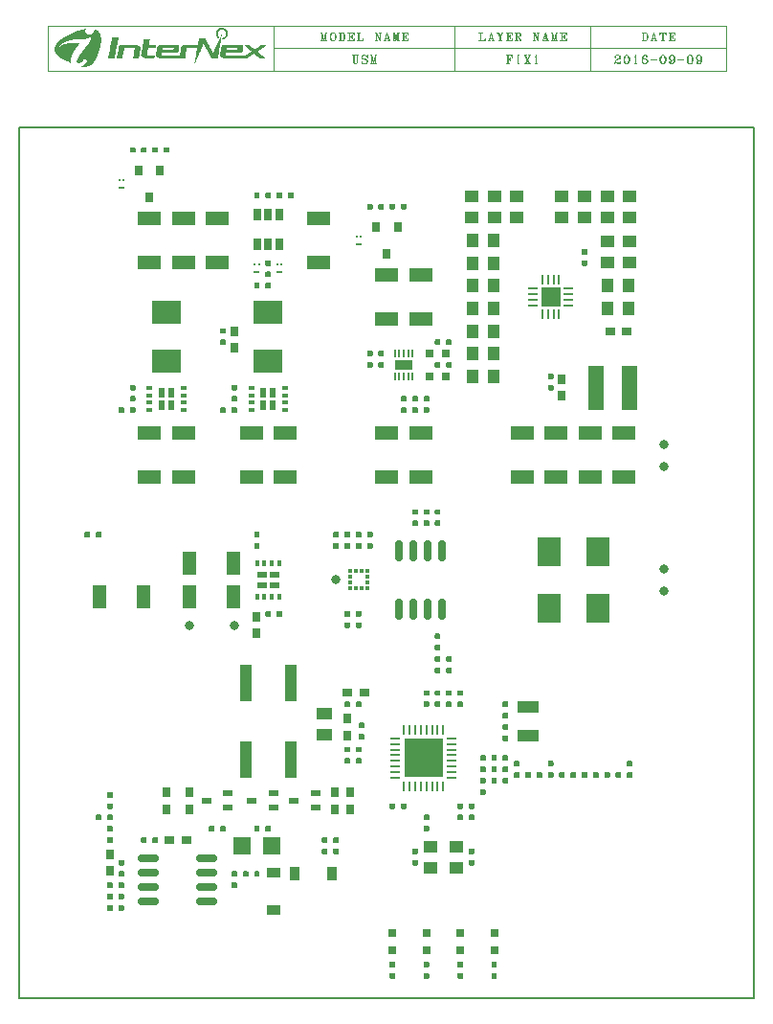
<source format=gbr>
%MOMM*%
%FSLAX33Y33*%
%ADD10C,0.200000*%
%ADD129C,0.080000*%
%ADD186R,0.800000X0.900000*%
%ADD187C,0.635000*%
%ADD188R,1.300000X2.000000*%
%ADD189R,2.000000X1.300000*%
%ADD190R,0.600000X0.325000*%
%ADD191R,0.787400X0.889000*%
%ADD192R,0.150000X0.250000*%
%ADD193R,0.500000X0.250000*%
%ADD194R,0.900000X0.800000*%
%ADD195R,0.889000X0.508000*%
%ADD196C,0.800000*%
%ADD198R,2.540000X2.006600*%
%ADD199R,1.219200X0.914400*%
%ADD200R,1.498600X1.600200*%
%ADD201R,1.000000X3.200000*%
%ADD203R,0.325000X0.600000*%
%ADD204R,0.711200X1.016000*%
%ADD205R,0.914400X1.219200*%
%ADD206R,1.450000X1.100000*%
%ADD207R,0.350000X0.350000*%
%ADD208R,0.800000X0.800000*%
%ADD209R,1.300000X1.050000*%
%ADD210R,0.825500X0.254000*%
%ADD211R,0.254000X0.825500*%
%ADD212R,3.450000X3.450000*%
%ADD213R,0.230000X0.700000*%
%ADD214R,1.500000X0.900000*%
%ADD215R,1.100000X1.250000*%
%ADD216R,1.250000X1.100000*%
%ADD217R,1.900000X1.100000*%
%ADD218R,2.006600X2.540000*%
%ADD219R,1.700000X1.700000*%
%ADD220R,1.450000X3.900000*%
%ADD221R,0.625000X0.875000*%
%ADD222R,0.875000X0.625000*%
G90*G71*G01*D02*G54D10*X000000Y000000D02*X065000Y000000D01*X065000Y077000D01*
X000000Y077000D01*X000000Y000000D01*D02*G54D129*X022500Y086000D02*
X002500Y086000D01*X002500Y082000D01*X022500Y082000D01*X022500Y084000D02*
X062500Y084000D01*X029513Y083388D02*X029513Y082867D01*X029539Y082770D01*
X029591Y082697D01*X029674Y082661D01*X029721Y082661D01*X029804Y082697D01*
X029851Y082770D01*X029877Y082867D01*X029877Y083364D01*X029539Y083364D02*
X029539Y082830D01*X029570Y082770D01*X029570Y083388D02*X029570Y082830D01*
X029591Y082733D01*X029617Y082697D01*X029674Y082661D01*X029440Y083388D02*
X029643Y083388D01*X029804Y083388D02*X029960Y083388D01*X029461Y083388D02*
X029513Y083364D01*X029487Y083388D02*X029513Y083327D01*X029591Y083388D02*
X029570Y083327D01*X029617Y083388D02*X029570Y083364D01*X029825Y083388D02*
X029877Y083364D01*X029934Y083388D02*X029877Y083364D01*X030718Y083291D02*
X030760Y083388D01*X030760Y083182D01*X030718Y083291D01*X030646Y083364D01*
X030531Y083388D01*X030422Y083388D01*X030313Y083364D01*X030240Y083291D01*
X030240Y083182D01*X030276Y083121D01*X030386Y083048D01*X030609Y082976D01*
X030682Y082939D01*X030718Y082867D01*X030718Y082770D01*X030682Y082697D01*
X030276Y083182D02*X030313Y083121D01*X030386Y083085D01*X030609Y083012D01*
X030682Y082976D01*X030718Y082903D01*X030313Y083364D02*X030276Y083291D01*
X030276Y083218D01*X030313Y083145D01*X030386Y083121D01*X030609Y083048D01*
X030718Y082976D01*X030760Y082903D01*X030760Y082806D01*X030718Y082733D01*
X030682Y082697D01*X030573Y082661D01*X030458Y082661D01*X030349Y082697D01*
X030276Y082770D01*X030240Y082867D01*X030240Y082661D01*X030276Y082770D01*
X031108Y083388D02*X031108Y082697D01*X031108Y083388D02*X031274Y082661D01*
X031134Y083388D02*X031274Y082770D01*X031154Y083388D02*X031295Y082770D01*
X031440Y083388D02*X031274Y082661D01*X031440Y083388D02*X031440Y082661D01*
X031461Y083364D02*X031461Y082697D01*X031487Y083388D02*X031487Y082661D01*
X031040Y083388D02*X031154Y083388D01*X031440Y083388D02*X031560Y083388D01*
X031040Y082661D02*X031180Y082661D01*X031368Y082661D02*X031560Y082661D01*
X031061Y083388D02*X031108Y083364D01*X031508Y083388D02*X031487Y083327D01*
X031534Y083388D02*X031487Y083364D01*X031108Y082697D02*X031061Y082661D01*
X031108Y082697D02*X031154Y082661D01*X031440Y082697D02*X031394Y082661D01*
X031440Y082733D02*X031414Y082661D01*X031487Y082733D02*X031508Y082661D01*
X031487Y082697D02*X031534Y082661D01*X026708Y085388D02*X026708Y084697D01*
X026708Y085388D02*X026874Y084661D01*X026734Y085388D02*X026874Y084770D01*
X026754Y085388D02*X026895Y084770D01*X027040Y085388D02*X026874Y084661D01*
X027040Y085388D02*X027040Y084661D01*X027061Y085364D02*X027061Y084697D01*
X027087Y085388D02*X027087Y084661D01*X026640Y085388D02*X026754Y085388D01*
X027040Y085388D02*X027160Y085388D01*X026640Y084661D02*X026780Y084661D01*
X026968Y084661D02*X027160Y084661D01*X026661Y085388D02*X026708Y085364D01*
X027108Y085388D02*X027087Y085327D01*X027134Y085388D02*X027087Y085364D01*
X026708Y084697D02*X026661Y084661D01*X026708Y084697D02*X026754Y084661D01*
X027040Y084697D02*X026994Y084661D01*X027040Y084733D02*X027014Y084661D01*
X027087Y084733D02*X027108Y084661D01*X027087Y084697D02*X027134Y084661D01*
X027664Y085388D02*X027570Y085364D01*X027502Y085291D01*X027471Y085218D01*
X027440Y085085D01*X027440Y084976D01*X027471Y084830D01*X027502Y084770D01*
X027570Y084697D01*X027664Y084661D01*X027731Y084661D01*X027830Y084697D01*
X027892Y084770D01*X027924Y084830D01*X027960Y084976D01*X027960Y085085D01*
X027924Y085218D01*X027892Y085291D01*X027830Y085364D01*X027731Y085388D01*
X027664Y085388D01*X027534Y085291D02*X027502Y085218D01*X027471Y085121D01*
X027471Y084939D01*X027502Y084830D01*X027534Y084770D01*X027861Y084770D02*
X027892Y084830D01*X027924Y084939D01*X027924Y085121D01*X027892Y085218D01*
X027861Y085291D01*X027664Y085388D02*X027601Y085364D01*X027534Y085255D01*
X027502Y085121D01*X027502Y084939D01*X027534Y084806D01*X027601Y084697D01*
X027664Y084661D01*X027731Y084661D02*X027794Y084697D01*X027861Y084806D01*
X027892Y084939D01*X027892Y085121D01*X027861Y085255D01*X027794Y085364D01*
X027731Y085388D01*X028328Y085388D02*X028328Y084661D01*X028360Y085364D02*
X028360Y084697D01*X028391Y085388D02*X028391Y084661D01*X028240Y085388D02*
X028542Y085388D01*X028635Y085364D01*X028698Y085291D01*X028729Y085218D01*
X028760Y085121D01*X028760Y084939D01*X028729Y084830D01*X028698Y084770D01*
X028635Y084697D01*X028542Y084661D01*X028240Y084661D01*X028666Y085291D02*
X028698Y085218D01*X028729Y085121D01*X028729Y084939D01*X028698Y084830D01*
X028666Y084770D01*X028542Y085388D02*X028604Y085364D01*X028666Y085255D01*
X028698Y085121D01*X028698Y084939D01*X028666Y084806D01*X028604Y084697D01*
X028542Y084661D01*X028266Y085388D02*X028328Y085364D01*X028297Y085388D02*
X028328Y085327D01*X028422Y085388D02*X028391Y085327D01*X028453Y085388D02*
X028391Y085364D01*X028328Y084697D02*X028266Y084661D01*X028328Y084733D02*
X028297Y084661D01*X028391Y084733D02*X028422Y084661D01*X028391Y084697D02*
X028453Y084661D01*X029134Y085388D02*X029134Y084661D01*X029165Y085364D02*
X029165Y084697D01*X029201Y085388D02*X029201Y084661D01*X029040Y085388D02*
X029560Y085388D01*X029560Y085182D01*X029201Y085048D02*X029394Y085048D01*
X029394Y085182D02*X029394Y084903D01*X029040Y084661D02*X029560Y084661D01*
X029560Y084867D01*X029071Y085388D02*X029134Y085364D01*X029102Y085388D02*
X029134Y085327D01*X029232Y085388D02*X029201Y085327D01*X029264Y085388D02*
X029201Y085364D01*X029394Y085388D02*X029560Y085364D01*X029461Y085388D02*
X029560Y085327D01*X029492Y085388D02*X029560Y085291D01*X029524Y085388D02*
X029560Y085182D01*X029394Y085182D02*X029362Y085048D01*X029394Y084903D01*
X029394Y085121D02*X029331Y085048D01*X029394Y084976D01*X029394Y085085D02*
X029264Y085048D01*X029394Y085012D01*X029134Y084697D02*X029071Y084661D01*
X029134Y084733D02*X029102Y084661D01*X029201Y084733D02*X029232Y084661D01*
X029201Y084697D02*X029264Y084661D01*X029394Y084661D02*X029560Y084697D01*
X029461Y084661D02*X029560Y084733D01*X029492Y084661D02*X029560Y084770D01*
X029524Y084661D02*X029560Y084867D01*X029944Y085388D02*X029944Y084661D01*
X029975Y085364D02*X029975Y084697D01*X030012Y085388D02*X030012Y084661D01*
X029840Y085388D02*X030116Y085388D01*X029840Y084661D02*X030360Y084661D01*
X030360Y084867D01*X029871Y085388D02*X029944Y085364D01*X029908Y085388D02*
X029944Y085327D01*X030048Y085388D02*X030012Y085327D01*X030079Y085388D02*
X030012Y085364D01*X029944Y084697D02*X029871Y084661D01*X029944Y084733D02*
X029908Y084661D01*X030012Y084733D02*X030048Y084661D01*X030012Y084697D02*
X030079Y084661D01*X030183Y084661D02*X030360Y084697D01*X030251Y084661D02*
X030360Y084733D01*X030287Y084661D02*X030360Y084770D01*X030324Y084661D02*
X030360Y084867D01*X031513Y085388D02*X031513Y084697D01*X031513Y085388D02*
X031877Y084661D01*X031544Y085388D02*X031851Y084770D01*X031565Y085388D02*
X031877Y084770D01*X031877Y085364D02*X031877Y084661D01*X031440Y085388D02*
X031565Y085388D01*X031804Y085388D02*X031960Y085388D01*X031440Y084661D02*
X031591Y084661D01*X031461Y085388D02*X031513Y085364D01*X031830Y085388D02*
X031877Y085364D01*X031934Y085388D02*X031877Y085364D01*X031513Y084697D02*
X031461Y084661D01*X031513Y084697D02*X031565Y084661D01*X032500Y085388D02*
X032297Y084697D01*X032469Y085291D02*X032640Y084661D01*X032500Y085291D02*
X032672Y084661D01*X032500Y085388D02*X032698Y084661D01*X032354Y084867D02*
X032614Y084867D01*X032240Y084661D02*X032412Y084661D01*X032557Y084661D02*
X032760Y084661D01*X032297Y084697D02*X032266Y084661D01*X032297Y084697D02*
X032354Y084661D01*X032640Y084697D02*X032583Y084661D01*X032640Y084733D02*
X032614Y084661D01*X032672Y084733D02*X032729Y084661D01*X033108Y085388D02*
X033108Y084697D01*X033108Y085388D02*X033274Y084661D01*X033134Y085388D02*
X033274Y084770D01*X033154Y085388D02*X033295Y084770D01*X033440Y085388D02*
X033274Y084661D01*X033440Y085388D02*X033440Y084661D01*X033461Y085364D02*
X033461Y084697D01*X033487Y085388D02*X033487Y084661D01*X033040Y085388D02*
X033154Y085388D01*X033440Y085388D02*X033560Y085388D01*X033040Y084661D02*
X033180Y084661D01*X033368Y084661D02*X033560Y084661D01*X033061Y085388D02*
X033108Y085364D01*X033508Y085388D02*X033487Y085327D01*X033534Y085388D02*
X033487Y085364D01*X033108Y084697D02*X033061Y084661D01*X033108Y084697D02*
X033154Y084661D01*X033440Y084697D02*X033394Y084661D01*X033440Y084733D02*
X033414Y084661D01*X033487Y084733D02*X033508Y084661D01*X033487Y084697D02*
X033534Y084661D01*X033934Y085388D02*X033934Y084661D01*X033965Y085364D02*
X033965Y084697D01*X034001Y085388D02*X034001Y084661D01*X033840Y085388D02*
X034360Y085388D01*X034360Y085182D01*X034001Y085048D02*X034194Y085048D01*
X034194Y085182D02*X034194Y084903D01*X033840Y084661D02*X034360Y084661D01*
X034360Y084867D01*X033871Y085388D02*X033934Y085364D01*X033902Y085388D02*
X033934Y085327D01*X034032Y085388D02*X034001Y085327D01*X034064Y085388D02*
X034001Y085364D01*X034194Y085388D02*X034360Y085364D01*X034261Y085388D02*
X034360Y085327D01*X034292Y085388D02*X034360Y085291D01*X034324Y085388D02*
X034360Y085182D01*X034194Y085182D02*X034162Y085048D01*X034194Y084903D01*
X034194Y085121D02*X034131Y085048D01*X034194Y084976D01*X034194Y085085D02*
X034064Y085048D01*X034194Y085012D01*X033934Y084697D02*X033871Y084661D01*
X033934Y084733D02*X033902Y084661D01*X034001Y084733D02*X034032Y084661D01*
X034001Y084697D02*X034064Y084661D01*X034194Y084661D02*X034360Y084697D01*
X034261Y084661D02*X034360Y084733D01*X034292Y084661D02*X034360Y084770D01*
X034324Y084661D02*X034360Y084867D01*X040744Y085388D02*X040744Y084661D01*
X040775Y085364D02*X040775Y084697D01*X040812Y085388D02*X040812Y084661D01*
X040640Y085388D02*X040916Y085388D01*X040640Y084661D02*X041160Y084661D01*
X041160Y084867D01*X040671Y085388D02*X040744Y085364D01*X040708Y085388D02*
X040744Y085327D01*X040848Y085388D02*X040812Y085327D01*X040879Y085388D02*
X040812Y085364D01*X040744Y084697D02*X040671Y084661D01*X040744Y084733D02*
X040708Y084661D01*X040812Y084733D02*X040848Y084661D01*X040812Y084697D02*
X040879Y084661D01*X040983Y084661D02*X041160Y084697D01*X041051Y084661D02*
X041160Y084733D01*X041087Y084661D02*X041160Y084770D01*X041124Y084661D02*
X041160Y084867D01*X041700Y085388D02*X041497Y084697D01*X041669Y085291D02*
X041840Y084661D01*X041700Y085291D02*X041872Y084661D01*X041700Y085388D02*
X041898Y084661D01*X041554Y084867D02*X041814Y084867D01*X041440Y084661D02*
X041612Y084661D01*X041757Y084661D02*X041960Y084661D01*X041497Y084697D02*
X041466Y084661D01*X041497Y084697D02*X041554Y084661D01*X041840Y084697D02*
X041783Y084661D01*X041840Y084733D02*X041814Y084661D01*X041872Y084733D02*
X041929Y084661D01*X042292Y085388D02*X042469Y085012D01*X042469Y084661D01*
X042318Y085388D02*X042495Y085012D01*X042495Y084697D01*X042339Y085388D02*
X042526Y085012D01*X042526Y084661D01*X042677Y085364D02*X042526Y085012D01*
X042240Y085388D02*X042422Y085388D01*X042599Y085388D02*X042760Y085388D01*
X042396Y084661D02*X042599Y084661D01*X042266Y085388D02*X042318Y085364D01*
X042396Y085388D02*X042339Y085364D01*X042630Y085388D02*X042677Y085364D01*
X042729Y085388D02*X042677Y085364D01*X042469Y084697D02*X042422Y084661D01*
X042469Y084733D02*X042443Y084661D01*X042526Y084733D02*X042547Y084661D01*
X042526Y084697D02*X042573Y084661D01*X043134Y085388D02*X043134Y084661D01*
X043165Y085364D02*X043165Y084697D01*X043201Y085388D02*X043201Y084661D01*
X043040Y085388D02*X043560Y085388D01*X043560Y085182D01*X043201Y085048D02*
X043394Y085048D01*X043394Y085182D02*X043394Y084903D01*X043040Y084661D02*
X043560Y084661D01*X043560Y084867D01*X043071Y085388D02*X043134Y085364D01*
X043102Y085388D02*X043134Y085327D01*X043232Y085388D02*X043201Y085327D01*
X043264Y085388D02*X043201Y085364D01*X043394Y085388D02*X043560Y085364D01*
X043461Y085388D02*X043560Y085327D01*X043492Y085388D02*X043560Y085291D01*
X043524Y085388D02*X043560Y085182D01*X043394Y085182D02*X043362Y085048D01*
X043394Y084903D01*X043394Y085121D02*X043331Y085048D01*X043394Y084976D01*
X043394Y085085D02*X043264Y085048D01*X043394Y085012D01*X043134Y084697D02*
X043071Y084661D01*X043134Y084733D02*X043102Y084661D01*X043201Y084733D02*
X043232Y084661D01*X043201Y084697D02*X043264Y084661D01*X043394Y084661D02*
X043560Y084697D01*X043461Y084661D02*X043560Y084733D01*X043492Y084661D02*
X043560Y084770D01*X043524Y084661D02*X043560Y084867D01*X043923Y085388D02*
X043923Y084661D01*X043954Y085364D02*X043954Y084697D01*X043980Y085388D02*
X043980Y084661D01*X043840Y085388D02*X044183Y085388D01*X044272Y085364D01*
X044298Y085327D01*X044329Y085255D01*X044329Y085182D01*X044298Y085121D01*
X044272Y085085D01*X044183Y085048D01*X043980Y085048D01*X044272Y085327D02*
X044298Y085255D01*X044298Y085182D01*X044272Y085121D01*X044183Y085388D02*
X044240Y085364D01*X044272Y085291D01*X044272Y085145D01*X044240Y085085D01*
X044183Y085048D01*X044095Y085048D02*X044157Y085012D01*X044183Y084939D01*
X044240Y084733D01*X044272Y084661D01*X044329Y084661D01*X044360Y084733D01*
X044360Y084806D01*X044240Y084806D02*X044272Y084733D01*X044298Y084697D01*
X044329Y084697D01*X044157Y085012D02*X044183Y084976D01*X044272Y084770D01*
X044298Y084733D01*X044329Y084733D01*X044360Y084770D01*X043840Y084661D02*
X044069Y084661D01*X043866Y085388D02*X043923Y085364D01*X043897Y085388D02*
X043923Y085327D01*X044012Y085388D02*X043980Y085327D01*X044038Y085388D02*
X043980Y085364D01*X043923Y084697D02*X043866Y084661D01*X043923Y084733D02*
X043897Y084661D01*X043980Y084733D02*X044012Y084661D01*X043980Y084697D02*
X044038Y084661D01*X045513Y085388D02*X045513Y084697D01*X045513Y085388D02*
X045877Y084661D01*X045544Y085388D02*X045851Y084770D01*X045565Y085388D02*
X045877Y084770D01*X045877Y085364D02*X045877Y084661D01*X045440Y085388D02*
X045565Y085388D01*X045804Y085388D02*X045960Y085388D01*X045440Y084661D02*
X045591Y084661D01*X045461Y085388D02*X045513Y085364D01*X045830Y085388D02*
X045877Y085364D01*X045934Y085388D02*X045877Y085364D01*X045513Y084697D02*
X045461Y084661D01*X045513Y084697D02*X045565Y084661D01*X046500Y085388D02*
X046297Y084697D01*X046469Y085291D02*X046640Y084661D01*X046500Y085291D02*
X046672Y084661D01*X046500Y085388D02*X046698Y084661D01*X046354Y084867D02*
X046614Y084867D01*X046240Y084661D02*X046412Y084661D01*X046557Y084661D02*
X046760Y084661D01*X046297Y084697D02*X046266Y084661D01*X046297Y084697D02*
X046354Y084661D01*X046640Y084697D02*X046583Y084661D01*X046640Y084733D02*
X046614Y084661D01*X046672Y084733D02*X046729Y084661D01*X047108Y085388D02*
X047108Y084697D01*X047108Y085388D02*X047274Y084661D01*X047134Y085388D02*
X047274Y084770D01*X047154Y085388D02*X047295Y084770D01*X047440Y085388D02*
X047274Y084661D01*X047440Y085388D02*X047440Y084661D01*X047461Y085364D02*
X047461Y084697D01*X047487Y085388D02*X047487Y084661D01*X047040Y085388D02*
X047154Y085388D01*X047440Y085388D02*X047560Y085388D01*X047040Y084661D02*
X047180Y084661D01*X047368Y084661D02*X047560Y084661D01*X047061Y085388D02*
X047108Y085364D01*X047508Y085388D02*X047487Y085327D01*X047534Y085388D02*
X047487Y085364D01*X047108Y084697D02*X047061Y084661D01*X047108Y084697D02*
X047154Y084661D01*X047440Y084697D02*X047394Y084661D01*X047440Y084733D02*
X047414Y084661D01*X047487Y084733D02*X047508Y084661D01*X047487Y084697D02*
X047534Y084661D01*X047934Y085388D02*X047934Y084661D01*X047965Y085364D02*
X047965Y084697D01*X048001Y085388D02*X048001Y084661D01*X047840Y085388D02*
X048360Y085388D01*X048360Y085182D01*X048001Y085048D02*X048194Y085048D01*
X048194Y085182D02*X048194Y084903D01*X047840Y084661D02*X048360Y084661D01*
X048360Y084867D01*X047871Y085388D02*X047934Y085364D01*X047902Y085388D02*
X047934Y085327D01*X048032Y085388D02*X048001Y085327D01*X048064Y085388D02*
X048001Y085364D01*X048194Y085388D02*X048360Y085364D01*X048261Y085388D02*
X048360Y085327D01*X048292Y085388D02*X048360Y085291D01*X048324Y085388D02*
X048360Y085182D01*X048194Y085182D02*X048162Y085048D01*X048194Y084903D01*
X048194Y085121D02*X048131Y085048D01*X048194Y084976D01*X048194Y085085D02*
X048064Y085048D01*X048194Y085012D01*X047934Y084697D02*X047871Y084661D01*
X047934Y084733D02*X047902Y084661D01*X048001Y084733D02*X048032Y084661D01*
X048001Y084697D02*X048064Y084661D01*X048194Y084661D02*X048360Y084697D01*
X048261Y084661D02*X048360Y084733D01*X048292Y084661D02*X048360Y084770D01*
X048324Y084661D02*X048360Y084867D01*X038500Y086000D02*X038500Y082000D01*
X022500Y086000D02*X062500Y086000D01*X062500Y082000D02*X022500Y082000D01*
X022500Y086000D02*X022500Y082000D01*X062500Y086000D02*X062500Y082000D01*
X050500Y086000D02*X050500Y082000D01*X055128Y085388D02*X055128Y084661D01*
X055160Y085364D02*X055160Y084697D01*X055191Y085388D02*X055191Y084661D01*
X055040Y085388D02*X055342Y085388D01*X055435Y085364D01*X055498Y085291D01*
X055529Y085218D01*X055560Y085121D01*X055560Y084939D01*X055529Y084830D01*
X055498Y084770D01*X055435Y084697D01*X055342Y084661D01*X055040Y084661D01*
X055466Y085291D02*X055498Y085218D01*X055529Y085121D01*X055529Y084939D01*
X055498Y084830D01*X055466Y084770D01*X055342Y085388D02*X055404Y085364D01*
X055466Y085255D01*X055498Y085121D01*X055498Y084939D01*X055466Y084806D01*
X055404Y084697D01*X055342Y084661D01*X055066Y085388D02*X055128Y085364D01*
X055097Y085388D02*X055128Y085327D01*X055222Y085388D02*X055191Y085327D01*
X055253Y085388D02*X055191Y085364D01*X055128Y084697D02*X055066Y084661D01*
X055128Y084733D02*X055097Y084661D01*X055191Y084733D02*X055222Y084661D01*
X055191Y084697D02*X055253Y084661D01*X056100Y085388D02*X055897Y084697D01*
X056069Y085291D02*X056240Y084661D01*X056100Y085291D02*X056272Y084661D01*
X056100Y085388D02*X056298Y084661D01*X055954Y084867D02*X056214Y084867D01*
X055840Y084661D02*X056012Y084661D01*X056157Y084661D02*X056360Y084661D01*
X055897Y084697D02*X055866Y084661D01*X055897Y084697D02*X055954Y084661D01*
X056240Y084697D02*X056183Y084661D01*X056240Y084733D02*X056214Y084661D01*
X056272Y084733D02*X056329Y084661D01*X056640Y085388D02*X056640Y085182D01*
X056864Y085388D02*X056864Y084661D01*X056900Y085364D02*X056900Y084697D01*
X056931Y085388D02*X056931Y084661D01*X057160Y085388D02*X057160Y085182D01*
X056640Y085388D02*X057160Y085388D01*X056770Y084661D02*X057025Y084661D01*
X056671Y085388D02*X056640Y085182D01*X056702Y085388D02*X056640Y085291D01*
X056734Y085388D02*X056640Y085327D01*X056801Y085388D02*X056640Y085364D01*
X056994Y085388D02*X057160Y085364D01*X057061Y085388D02*X057160Y085327D01*
X057092Y085388D02*X057160Y085291D01*X057124Y085388D02*X057160Y085182D01*
X056864Y084697D02*X056801Y084661D01*X056864Y084733D02*X056832Y084661D01*
X056931Y084733D02*X056962Y084661D01*X056931Y084697D02*X056994Y084661D01*
X057534Y085388D02*X057534Y084661D01*X057565Y085364D02*X057565Y084697D01*
X057601Y085388D02*X057601Y084661D01*X057440Y085388D02*X057960Y085388D01*
X057960Y085182D01*X057601Y085048D02*X057794Y085048D01*X057794Y085182D02*
X057794Y084903D01*X057440Y084661D02*X057960Y084661D01*X057960Y084867D01*
X057471Y085388D02*X057534Y085364D01*X057502Y085388D02*X057534Y085327D01*
X057632Y085388D02*X057601Y085327D01*X057664Y085388D02*X057601Y085364D01*
X057794Y085388D02*X057960Y085364D01*X057861Y085388D02*X057960Y085327D01*
X057892Y085388D02*X057960Y085291D01*X057924Y085388D02*X057960Y085182D01*
X057794Y085182D02*X057762Y085048D01*X057794Y084903D01*X057794Y085121D02*
X057731Y085048D01*X057794Y084976D01*X057794Y085085D02*X057664Y085048D01*
X057794Y085012D01*X057534Y084697D02*X057471Y084661D01*X057534Y084733D02*
X057502Y084661D01*X057601Y084733D02*X057632Y084661D01*X057601Y084697D02*
X057664Y084661D01*X057794Y084661D02*X057960Y084697D01*X057861Y084661D02*
X057960Y084733D01*X057892Y084661D02*X057960Y084770D01*X057924Y084661D02*
X057960Y084867D01*X052676Y083255D02*X052676Y083218D01*X052713Y083218D01*
X052713Y083255D01*X052676Y083255D01*X052676Y083291D02*X052713Y083291D01*
X052749Y083255D01*X052749Y083218D01*X052713Y083182D01*X052676Y083182D01*
X052640Y083218D01*X052640Y083255D01*X052676Y083327D01*X052713Y083364D01*
X052822Y083388D01*X052973Y083388D01*X053082Y083364D01*X053118Y083327D01*
X053160Y083255D01*X053160Y083182D01*X053118Y083121D01*X053009Y083048D01*
X052822Y082976D01*X052749Y082939D01*X052676Y082867D01*X052640Y082770D01*
X052640Y082661D01*X053082Y083327D02*X053118Y083255D01*X053118Y083182D01*
X053082Y083121D01*X052973Y083388D02*X053046Y083364D01*X053082Y083255D01*
X053082Y083182D01*X053046Y083121D01*X052973Y083048D01*X052822Y082976D01*
X052640Y082733D02*X052676Y082770D01*X052749Y082770D01*X052931Y082733D01*
X053082Y082733D01*X053160Y082770D01*X052749Y082770D02*X052931Y082697D01*
X053082Y082697D01*X053118Y082733D01*X052749Y082770D02*X052931Y082661D01*
X053082Y082661D01*X053118Y082697D01*X053160Y082770D01*X053160Y082830D01*
X053658Y083388D02*X053549Y083364D01*X053476Y083255D01*X053440Y083085D01*
X053440Y082976D01*X053476Y082806D01*X053549Y082697D01*X053658Y082661D01*
X053736Y082661D01*X053846Y082697D01*X053918Y082806D01*X053960Y082976D01*
X053960Y083085D01*X053918Y083255D01*X053846Y083364D01*X053736Y083388D01*
X053658Y083388D01*X053549Y083327D02*X053513Y083255D01*X053476Y083121D01*
X053476Y082939D01*X053513Y082806D01*X053549Y082733D01*X053846Y082733D02*
X053882Y082806D01*X053918Y082939D01*X053918Y083121D01*X053882Y083255D01*
X053846Y083327D01*X053658Y083388D02*X053586Y083364D01*X053549Y083291D01*
X053513Y083121D01*X053513Y082939D01*X053549Y082770D01*X053586Y082697D01*
X053658Y082661D01*X053736Y082661D02*X053809Y082697D01*X053846Y082770D01*
X053882Y082939D01*X053882Y083121D01*X053846Y083291D01*X053809Y083364D01*
X053736Y083388D01*X054474Y083327D02*X054474Y082661D01*X054495Y083327D02*
X054495Y082697D01*X054510Y083388D02*X054510Y082661D01*X054510Y083388D02*
X054458Y083291D01*X054427Y083255D01*X054412Y082661D02*X054578Y082661D01*
X054474Y082697D02*X054443Y082661D01*X054474Y082733D02*X054458Y082661D01*
X054510Y082733D02*X054526Y082661D01*X054510Y082697D02*X054542Y082661D01*
X055446Y083291D02*X055446Y083255D01*X055482Y083255D01*X055482Y083291D01*
X055446Y083291D01*X055482Y083327D02*X055446Y083327D01*X055409Y083291D01*
X055409Y083255D01*X055446Y083218D01*X055482Y083218D01*X055518Y083255D01*
X055518Y083291D01*X055482Y083364D01*X055409Y083388D01*X055300Y083388D01*
X055186Y083364D01*X055113Y083291D01*X055076Y083218D01*X055040Y083085D01*
X055040Y082867D01*X055076Y082770D01*X055149Y082697D01*X055258Y082661D01*
X055336Y082661D01*X055446Y082697D01*X055518Y082770D01*X055560Y082867D01*
X055560Y082903D01*X055518Y083012D01*X055446Y083085D01*X055336Y083121D01*
X055258Y083121D01*X055186Y083085D01*X055149Y083048D01*X055113Y082976D01*
X055149Y083291D02*X055113Y083218D01*X055076Y083085D01*X055076Y082867D01*
X055113Y082770D01*X055149Y082733D01*X055482Y082770D02*X055518Y082830D01*
X055518Y082939D01*X055482Y083012D01*X055300Y083388D02*X055222Y083364D01*
X055186Y083327D01*X055149Y083255D01*X055113Y083121D01*X055113Y082867D01*
X055149Y082770D01*X055186Y082697D01*X055258Y082661D01*X055336Y082661D02*
X055409Y082697D01*X055446Y082733D01*X055482Y082830D01*X055482Y082939D01*
X055446Y083048D01*X055409Y083085D01*X055336Y083121D01*X055840Y083012D02*
X056360Y083012D01*X056360Y082976D01*X055840Y083012D02*X055840Y082976D01*
X056360Y082976D01*X056858Y083388D02*X056749Y083364D01*X056676Y083255D01*
X056640Y083085D01*X056640Y082976D01*X056676Y082806D01*X056749Y082697D01*
X056858Y082661D01*X056936Y082661D01*X057046Y082697D01*X057118Y082806D01*
X057160Y082976D01*X057160Y083085D01*X057118Y083255D01*X057046Y083364D01*
X056936Y083388D01*X056858Y083388D01*X056749Y083327D02*X056713Y083255D01*
X056676Y083121D01*X056676Y082939D01*X056713Y082806D01*X056749Y082733D01*
X057046Y082733D02*X057082Y082806D01*X057118Y082939D01*X057118Y083121D01*
X057082Y083255D01*X057046Y083327D01*X056858Y083388D02*X056786Y083364D01*
X056749Y083291D01*X056713Y083121D01*X056713Y082939D01*X056749Y082770D01*
X056786Y082697D01*X056858Y082661D01*X056936Y082661D02*X057009Y082697D01*
X057046Y082770D01*X057082Y082939D01*X057082Y083121D01*X057046Y083291D01*
X057009Y083364D01*X056936Y083388D01*X057513Y082806D02*X057513Y082770D01*
X057549Y082770D01*X057549Y082806D01*X057513Y082806D01*X057882Y083085D02*
X057846Y083012D01*X057809Y082976D01*X057736Y082939D01*X057658Y082939D01*
X057549Y082976D01*X057476Y083048D01*X057440Y083145D01*X057440Y083182D01*
X057476Y083291D01*X057549Y083364D01*X057658Y083388D01*X057736Y083388D01*
X057846Y083364D01*X057918Y083291D01*X057960Y083182D01*X057960Y082976D01*
X057918Y082830D01*X057882Y082770D01*X057809Y082697D01*X057695Y082661D01*
X057586Y082661D01*X057513Y082697D01*X057476Y082770D01*X057476Y082806D01*
X057513Y082830D01*X057549Y082830D01*X057586Y082806D01*X057586Y082770D01*
X057549Y082733D01*X057513Y082733D01*X057513Y083048D02*X057476Y083121D01*
X057476Y083218D01*X057513Y083291D01*X057846Y083327D02*X057882Y083291D01*
X057918Y083182D01*X057918Y082976D01*X057882Y082830D01*X057846Y082770D01*
X057658Y082939D02*X057586Y082976D01*X057549Y083012D01*X057513Y083121D01*
X057513Y083218D01*X057549Y083327D01*X057586Y083364D01*X057658Y083388D01*
X057736Y083388D02*X057809Y083364D01*X057846Y083291D01*X057882Y083182D01*
X057882Y082939D01*X057846Y082806D01*X057809Y082733D01*X057773Y082697D01*
X057695Y082661D01*X058240Y083012D02*X058760Y083012D01*X058760Y082976D01*
X058240Y083012D02*X058240Y082976D01*X058760Y082976D01*X059258Y083388D02*
X059149Y083364D01*X059076Y083255D01*X059040Y083085D01*X059040Y082976D01*
X059076Y082806D01*X059149Y082697D01*X059258Y082661D01*X059336Y082661D01*
X059446Y082697D01*X059518Y082806D01*X059560Y082976D01*X059560Y083085D01*
X059518Y083255D01*X059446Y083364D01*X059336Y083388D01*X059258Y083388D01*
X059149Y083327D02*X059113Y083255D01*X059076Y083121D01*X059076Y082939D01*
X059113Y082806D01*X059149Y082733D01*X059446Y082733D02*X059482Y082806D01*
X059518Y082939D01*X059518Y083121D01*X059482Y083255D01*X059446Y083327D01*
X059258Y083388D02*X059186Y083364D01*X059149Y083291D01*X059113Y083121D01*
X059113Y082939D01*X059149Y082770D01*X059186Y082697D01*X059258Y082661D01*
X059336Y082661D02*X059409Y082697D01*X059446Y082770D01*X059482Y082939D01*
X059482Y083121D01*X059446Y083291D01*X059409Y083364D01*X059336Y083388D01*
X059913Y082806D02*X059913Y082770D01*X059949Y082770D01*X059949Y082806D01*
X059913Y082806D01*X060282Y083085D02*X060246Y083012D01*X060209Y082976D01*
X060136Y082939D01*X060058Y082939D01*X059949Y082976D01*X059876Y083048D01*
X059840Y083145D01*X059840Y083182D01*X059876Y083291D01*X059949Y083364D01*
X060058Y083388D01*X060136Y083388D01*X060246Y083364D01*X060318Y083291D01*
X060360Y083182D01*X060360Y082976D01*X060318Y082830D01*X060282Y082770D01*
X060209Y082697D01*X060095Y082661D01*X059986Y082661D01*X059913Y082697D01*
X059876Y082770D01*X059876Y082806D01*X059913Y082830D01*X059949Y082830D01*
X059986Y082806D01*X059986Y082770D01*X059949Y082733D01*X059913Y082733D01*
X059913Y083048D02*X059876Y083121D01*X059876Y083218D01*X059913Y083291D01*
X060246Y083327D02*X060282Y083291D01*X060318Y083182D01*X060318Y082976D01*
X060282Y082830D01*X060246Y082770D01*X060058Y082939D02*X059986Y082976D01*
X059949Y083012D01*X059913Y083121D01*X059913Y083218D01*X059949Y083327D01*
X059986Y083364D01*X060058Y083388D01*X060136Y083388D02*X060209Y083364D01*
X060246Y083291D01*X060282Y083182D01*X060282Y082939D01*X060246Y082806D01*
X060209Y082733D01*X060173Y082697D01*X060095Y082661D01*X043134Y083388D02*
X043134Y082661D01*X043170Y083364D02*X043170Y082697D01*X043201Y083388D02*
X043201Y082661D01*X043040Y083388D02*X043560Y083388D01*X043560Y083182D01*
X043201Y083048D02*X043394Y083048D01*X043394Y083182D02*X043394Y082903D01*
X043040Y082661D02*X043300Y082661D01*X043071Y083388D02*X043134Y083364D01*
X043102Y083388D02*X043134Y083327D01*X043232Y083388D02*X043201Y083327D01*
X043264Y083388D02*X043201Y083364D01*X043394Y083388D02*X043560Y083364D01*
X043461Y083388D02*X043560Y083327D01*X043492Y083388D02*X043560Y083291D01*
X043524Y083388D02*X043560Y083182D01*X043394Y083182D02*X043362Y083048D01*
X043394Y082903D01*X043394Y083121D02*X043331Y083048D01*X043394Y082976D01*
X043394Y083085D02*X043264Y083048D01*X043394Y083012D01*X043134Y082697D02*
X043071Y082661D01*X043134Y082733D02*X043102Y082661D01*X043201Y082733D02*
X043232Y082661D01*X043201Y082697D02*X043264Y082661D01*X044079Y083388D02*
X044079Y082661D01*X044095Y083364D02*X044095Y082697D01*X044116Y083388D02*
X044116Y082661D01*X044032Y083388D02*X044162Y083388D01*X044032Y082661D02*
X044162Y082661D01*X044048Y083388D02*X044079Y083364D01*X044064Y083388D02*
X044079Y083327D01*X044131Y083388D02*X044116Y083327D01*X044147Y083388D02*
X044116Y083364D01*X044079Y082697D02*X044048Y082661D01*X044079Y082733D02*
X044064Y082661D01*X044116Y082733D02*X044131Y082661D01*X044116Y082697D02*
X044147Y082661D01*X044697Y083388D02*X045040Y082661D01*X044723Y083388D02*
X045072Y082661D01*X044754Y083388D02*X045098Y082661D01*X045072Y083364D02*
X044723Y082697D01*X044640Y083388D02*X044838Y083388D01*X044983Y083388D02*
X045160Y083388D01*X044640Y082661D02*X044812Y082661D01*X044957Y082661D02*
X045160Y082661D01*X044666Y083388D02*X044754Y083327D01*X044780Y083388D02*
X044754Y083327D01*X044812Y083388D02*X044754Y083364D01*X045014Y083388D02*
X045072Y083364D01*X045129Y083388D02*X045072Y083364D01*X044723Y082697D02*
X044666Y082661D01*X044723Y082697D02*X044780Y082661D01*X045040Y082697D02*
X044983Y082661D01*X045040Y082733D02*X045014Y082661D01*X045040Y082733D02*
X045129Y082661D01*X045674Y083327D02*X045674Y082661D01*X045695Y083327D02*
X045695Y082697D01*X045710Y083388D02*X045710Y082661D01*X045710Y083388D02*
X045658Y083291D01*X045627Y083255D01*X045612Y082661D02*X045778Y082661D01*
X045674Y082697D02*X045643Y082661D01*X045674Y082733D02*X045658Y082661D01*
X045710Y082733D02*X045726Y082661D01*X045710Y082697D02*X045742Y082661D01*
X000000Y000000D02*D02*G54D186*X008000Y011250D03*X008000Y012750D03*
X015000Y018250D03*X015000Y016750D03*X013000Y018250D03*X013000Y016750D03*
X029250Y018250D03*X029250Y016750D03*X027875Y018250D03*X027875Y016750D03*
X029000Y023250D03*X029000Y024750D03*X021000Y032250D03*X021000Y033750D03*
X048000Y053250D03*X019000Y057500D03*X048000Y054750D03*X019000Y059000D03*D02*
G54D187*X010821Y008595D02*X012014Y008595D01*X010821Y009865D02*X012014Y009865D01*
X010821Y011135D02*X012014Y011135D01*X015986Y011135D02*X017179Y011135D01*
X015986Y009865D02*X017179Y009865D01*X015986Y008595D02*X017179Y008595D01*
X010821Y012405D02*X012014Y012405D01*X015986Y012405D02*X017179Y012405D01*
X036135Y035014D02*X036135Y033821D01*X034865Y035014D02*X034865Y033821D01*
X033595Y035014D02*X033595Y033821D01*X037405Y035014D02*X037405Y033821D01*
X033595Y040179D02*X033595Y038986D01*X034865Y040179D02*X034865Y038986D01*
X036135Y040179D02*X036135Y038986D01*X037405Y040179D02*X037405Y038986D01*D02*
G54D188*X010950Y035500D03*X007050Y035500D03*X015050Y035500D03*X018950Y035500D03*
X015050Y038500D03*X018950Y038500D03*D02*G54D189*X011500Y046050D03*
X014500Y046050D03*X023500Y046050D03*X020500Y046050D03*X032500Y046050D03*
X035500Y046050D03*X047500Y046050D03*X044500Y046050D03*X053500Y046050D03*
X050500Y046050D03*X011500Y049950D03*X014500Y049950D03*X023500Y049950D03*
X020500Y049950D03*X032500Y049950D03*X035500Y049950D03*X047500Y049950D03*
X044500Y049950D03*X053500Y049950D03*X050500Y049950D03*X032500Y060050D03*
X035500Y060050D03*X011500Y065050D03*X014500Y065050D03*X017500Y065050D03*
X026500Y065050D03*X032500Y063950D03*X035500Y063950D03*X011500Y068950D03*
X014500Y068950D03*X017500Y068950D03*X026500Y068950D03*D02*G54D190*
X011500Y053975D03*X011500Y053325D03*X011500Y052675D03*X011500Y052025D03*
X014500Y052025D03*X014500Y052675D03*X014500Y053325D03*X014500Y053975D03*
X020500Y053975D03*X020500Y053325D03*X020500Y052675D03*X020500Y052025D03*
X023500Y052025D03*X023500Y052675D03*X023500Y053325D03*X023500Y053975D03*D02*
G54D191*X032500Y065825D03*X011500Y070825D03*X031550Y068175D03*X033450Y068175D03*
X010550Y073175D03*X012450Y073175D03*D02*G54D192*X023175Y064850D03*
X022825Y064850D03*X021175Y064850D03*X020825Y064850D03*X029825Y067350D03*
X030175Y067350D03*X009175Y072350D03*X008825Y072350D03*D02*G54D193*
X023000Y064200D03*X021000Y064200D03*X030000Y066700D03*X009000Y071700D03*D02*
G54D194*X013250Y014000D03*X014750Y014000D03*X029000Y027000D03*X030500Y027000D03*
X052250Y059000D03*X053750Y059000D03*D02*G54D195*X016550Y017500D03*
X018450Y016850D03*X018450Y018150D03*X022450Y016850D03*X022450Y018150D03*
X020550Y017500D03*X026200Y016850D03*X026200Y018150D03*X024300Y017500D03*D02*
G54D196*X015000Y033000D03*X019000Y033000D03*X028000Y037000D03*X057000Y036000D03*
X057000Y038000D03*X057000Y047000D03*X057000Y049000D03*D02*G54D198*
X013000Y056326D03*X022000Y056326D03*X013000Y060674D03*X022000Y060674D03*D02*
G54D199*X022500Y007860D03*X022500Y011140D03*D02*G54D200*X019650Y013500D03*
X022350Y013500D03*D02*G54D201*X024000Y021100D03*X020000Y021100D03*
X024000Y027900D03*X020000Y027900D03*D02*G54D203*X021025Y035500D03*
X021675Y035500D03*X022325Y035500D03*X022975Y035500D03*X022975Y038500D03*
X022325Y038500D03*X021675Y038500D03*X021025Y038500D03*D02*G54D204*
X022950Y066705D03*X022000Y066705D03*X021050Y066705D03*X022000Y069295D03*
X022950Y069295D03*X021050Y069295D03*D02*G54D205*X024360Y011000D03*
X027640Y011000D03*D02*G54D206*X027000Y023325D03*X027000Y025175D03*D02*G54D207*
X029250Y036750D03*X029250Y036250D03*X029750Y036250D03*X030750Y036250D03*
X030750Y036750D03*X030250Y036250D03*X029750Y037750D03*X029250Y037750D03*
X029250Y037250D03*X030750Y037250D03*X030750Y037750D03*X030250Y037750D03*D02*
G54D208*X033000Y005750D03*X033000Y004250D03*X036000Y005750D03*X036000Y004250D03*
X039000Y005750D03*X039000Y004250D03*X042000Y005750D03*X042000Y004250D03*
X036250Y055000D03*X036250Y057000D03*X037750Y055000D03*X037750Y057000D03*D02*
G54D209*X036350Y011575D03*X038650Y011575D03*X036350Y013425D03*X038650Y013425D03*
D02*G54D210*X033268Y019500D03*X038232Y019500D03*X033268Y023000D03*
X033268Y022500D03*X033268Y022000D03*X033268Y021500D03*X033268Y021000D03*
X033268Y020500D03*X033268Y020000D03*X038232Y023000D03*X038232Y022500D03*
X038232Y022000D03*X038232Y021500D03*X038232Y021000D03*X038232Y020500D03*
X038232Y020000D03*X048532Y061250D03*X048532Y061750D03*X048532Y062250D03*
X048532Y062750D03*X045468Y062750D03*X045468Y062250D03*X045468Y061750D03*
X045468Y061250D03*D02*G54D211*X034000Y018768D03*X034500Y018768D03*
X035000Y018768D03*X035500Y018768D03*X036000Y018768D03*X036500Y018768D03*
X037000Y018768D03*X037500Y018768D03*X036000Y023732D03*X035500Y023732D03*
X035000Y023732D03*X034500Y023732D03*X034000Y023732D03*X037500Y023732D03*
X037000Y023732D03*X036500Y023732D03*X046250Y060468D03*X046750Y060468D03*
X047250Y060468D03*X047750Y060468D03*X047750Y063532D03*X047250Y063532D03*
X046750Y063532D03*X046250Y063532D03*D02*G54D212*X035750Y021250D03*D02*G54D213*
X034800Y054950D03*X034800Y057050D03*X034400Y057050D03*X034000Y057050D03*
X034400Y054950D03*X034000Y054950D03*X033600Y054950D03*X033200Y054950D03*
X033600Y057050D03*X033200Y057050D03*D02*G54D214*X034000Y056000D03*D02*G54D215*
X041925Y057000D03*X040075Y057000D03*X041925Y059000D03*X040075Y059000D03*
X040075Y055000D03*X041925Y055000D03*X041925Y063000D03*X040075Y063000D03*
X041925Y061000D03*X040075Y061000D03*X052075Y061000D03*X053925Y061000D03*
X052075Y063000D03*X053925Y063000D03*X041925Y067000D03*X040075Y067000D03*
X040075Y065000D03*X041925Y065000D03*D02*G54D216*X052000Y066925D03*
X052000Y065075D03*X054000Y066925D03*X054000Y065075D03*X042000Y070925D03*
X042000Y069075D03*X040000Y070925D03*X040000Y069075D03*X048000Y070925D03*
X048000Y069075D03*X044000Y070925D03*X044000Y069075D03*X052000Y070925D03*
X052000Y069075D03*X050000Y070925D03*X050000Y069075D03*X054000Y070925D03*
X054000Y069075D03*D02*G54D217*X045000Y023250D03*X045000Y025750D03*D02*G54D218*
X046826Y034500D03*X051174Y034500D03*X046826Y039500D03*X051174Y039500D03*D02*
G54D219*X047000Y062000D03*D02*G54D220*X053975Y054000D03*X051025Y054000D03*D02*
G54D221*X012563Y052438D03*X012563Y053563D03*X013438Y052438D03*X013438Y053563D03*
X021563Y052438D03*X021563Y053563D03*X022438Y052438D03*X022438Y053563D03*D02*
G54D222*X022563Y036563D03*X021438Y036563D03*X022563Y037438D03*X021438Y037438D03*
G36*X032750Y001850D02*X032752Y001830D01*X032758Y001812D01*X032767Y001794D01*
X032779Y001779D01*X032794Y001767D01*X032812Y001758D01*X032830Y001752D01*
X032850Y001750D01*X033150Y001750D01*X033170Y001752D01*X033188Y001758D01*
X033206Y001767D01*X033221Y001779D01*X033233Y001794D01*X033242Y001812D01*
X033248Y001830D01*X033250Y001850D01*X033250Y002150D01*X033248Y002170D01*
X033242Y002188D01*X033233Y002206D01*X033221Y002221D01*X033206Y002233D01*
X033188Y002242D01*X033170Y002248D01*X033150Y002250D01*X032850Y002250D01*
X032830Y002248D01*X032812Y002242D01*X032794Y002233D01*X032779Y002221D01*
X032767Y002206D01*X032758Y002188D01*X032752Y002170D01*X032750Y002150D01*
X032750Y001850D01*G37*G36*X035750Y001850D02*X035752Y001830D01*X035758Y001812D01*
X035767Y001794D01*X035779Y001779D01*X035794Y001767D01*X035812Y001758D01*
X035830Y001752D01*X035850Y001750D01*X036150Y001750D01*X036170Y001752D01*
X036188Y001758D01*X036206Y001767D01*X036221Y001779D01*X036233Y001794D01*
X036242Y001812D01*X036248Y001830D01*X036250Y001850D01*X036250Y002150D01*
X036248Y002170D01*X036242Y002188D01*X036233Y002206D01*X036221Y002221D01*
X036206Y002233D01*X036188Y002242D01*X036170Y002248D01*X036150Y002250D01*
X035850Y002250D01*X035830Y002248D01*X035812Y002242D01*X035794Y002233D01*
X035779Y002221D01*X035767Y002206D01*X035758Y002188D01*X035752Y002170D01*
X035750Y002150D01*X035750Y001850D01*G37*G36*X038750Y001850D02*X038752Y001830D01*
X038758Y001812D01*X038767Y001794D01*X038779Y001779D01*X038794Y001767D01*
X038812Y001758D01*X038830Y001752D01*X038850Y001750D01*X039150Y001750D01*
X039170Y001752D01*X039188Y001758D01*X039206Y001767D01*X039221Y001779D01*
X039233Y001794D01*X039242Y001812D01*X039248Y001830D01*X039250Y001850D01*
X039250Y002150D01*X039248Y002170D01*X039242Y002188D01*X039233Y002206D01*
X039221Y002221D01*X039206Y002233D01*X039188Y002242D01*X039170Y002248D01*
X039150Y002250D01*X038850Y002250D01*X038830Y002248D01*X038812Y002242D01*
X038794Y002233D01*X038779Y002221D01*X038767Y002206D01*X038758Y002188D01*
X038752Y002170D01*X038750Y002150D01*X038750Y001850D01*G37*G36*X041750Y001850D02*
X041752Y001830D01*X041758Y001812D01*X041767Y001794D01*X041779Y001779D01*
X041794Y001767D01*X041812Y001758D01*X041830Y001752D01*X041850Y001750D01*
X042150Y001750D01*X042170Y001752D01*X042188Y001758D01*X042206Y001767D01*
X042221Y001779D01*X042233Y001794D01*X042242Y001812D01*X042248Y001830D01*
X042250Y001850D01*X042250Y002150D01*X042248Y002170D01*X042242Y002188D01*
X042233Y002206D01*X042221Y002221D01*X042206Y002233D01*X042188Y002242D01*
X042170Y002248D01*X042150Y002250D01*X041850Y002250D01*X041830Y002248D01*
X041812Y002242D01*X041794Y002233D01*X041779Y002221D01*X041767Y002206D01*
X041758Y002188D01*X041752Y002170D01*X041750Y002150D01*X041750Y001850D01*G37*G36*
X032750Y002850D02*X032752Y002830D01*X032758Y002812D01*X032767Y002794D01*
X032779Y002779D01*X032794Y002767D01*X032812Y002758D01*X032830Y002752D01*
X032850Y002750D01*X033150Y002750D01*X033170Y002752D01*X033188Y002758D01*
X033206Y002767D01*X033221Y002779D01*X033233Y002794D01*X033242Y002812D01*
X033248Y002830D01*X033250Y002850D01*X033250Y003150D01*X033248Y003170D01*
X033242Y003188D01*X033233Y003206D01*X033221Y003221D01*X033206Y003233D01*
X033188Y003242D01*X033170Y003248D01*X033150Y003250D01*X032850Y003250D01*
X032830Y003248D01*X032812Y003242D01*X032794Y003233D01*X032779Y003221D01*
X032767Y003206D01*X032758Y003188D01*X032752Y003170D01*X032750Y003150D01*
X032750Y002850D01*G37*G36*X035750Y002850D02*X035752Y002830D01*X035758Y002812D01*
X035767Y002794D01*X035779Y002779D01*X035794Y002767D01*X035812Y002758D01*
X035830Y002752D01*X035850Y002750D01*X036150Y002750D01*X036170Y002752D01*
X036188Y002758D01*X036206Y002767D01*X036221Y002779D01*X036233Y002794D01*
X036242Y002812D01*X036248Y002830D01*X036250Y002850D01*X036250Y003150D01*
X036248Y003170D01*X036242Y003188D01*X036233Y003206D01*X036221Y003221D01*
X036206Y003233D01*X036188Y003242D01*X036170Y003248D01*X036150Y003250D01*
X035850Y003250D01*X035830Y003248D01*X035812Y003242D01*X035794Y003233D01*
X035779Y003221D01*X035767Y003206D01*X035758Y003188D01*X035752Y003170D01*
X035750Y003150D01*X035750Y002850D01*G37*G36*X038750Y002850D02*X038752Y002830D01*
X038758Y002812D01*X038767Y002794D01*X038779Y002779D01*X038794Y002767D01*
X038812Y002758D01*X038830Y002752D01*X038850Y002750D01*X039150Y002750D01*
X039170Y002752D01*X039188Y002758D01*X039206Y002767D01*X039221Y002779D01*
X039233Y002794D01*X039242Y002812D01*X039248Y002830D01*X039250Y002850D01*
X039250Y003150D01*X039248Y003170D01*X039242Y003188D01*X039233Y003206D01*
X039221Y003221D01*X039206Y003233D01*X039188Y003242D01*X039170Y003248D01*
X039150Y003250D01*X038850Y003250D01*X038830Y003248D01*X038812Y003242D01*
X038794Y003233D01*X038779Y003221D01*X038767Y003206D01*X038758Y003188D01*
X038752Y003170D01*X038750Y003150D01*X038750Y002850D01*G37*G36*X041750Y002850D02*
X041752Y002830D01*X041758Y002812D01*X041767Y002794D01*X041779Y002779D01*
X041794Y002767D01*X041812Y002758D01*X041830Y002752D01*X041850Y002750D01*
X042150Y002750D01*X042170Y002752D01*X042188Y002758D01*X042206Y002767D01*
X042221Y002779D01*X042233Y002794D01*X042242Y002812D01*X042248Y002830D01*
X042250Y002850D01*X042250Y003150D01*X042248Y003170D01*X042242Y003188D01*
X042233Y003206D01*X042221Y003221D01*X042206Y003233D01*X042188Y003242D01*
X042170Y003248D01*X042150Y003250D01*X041850Y003250D01*X041830Y003248D01*
X041812Y003242D01*X041794Y003233D01*X041779Y003221D01*X041767Y003206D01*
X041758Y003188D01*X041752Y003170D01*X041750Y003150D01*X041750Y002850D01*G37*G36*
X007750Y007850D02*X007752Y007830D01*X007758Y007812D01*X007767Y007794D01*
X007779Y007779D01*X007794Y007767D01*X007812Y007758D01*X007830Y007752D01*
X007850Y007750D01*X008150Y007750D01*X008170Y007752D01*X008188Y007758D01*
X008206Y007767D01*X008221Y007779D01*X008233Y007794D01*X008242Y007812D01*
X008248Y007830D01*X008250Y007850D01*X008250Y008150D01*X008248Y008170D01*
X008242Y008188D01*X008233Y008206D01*X008221Y008221D01*X008206Y008233D01*
X008188Y008242D01*X008170Y008248D01*X008150Y008250D01*X007850Y008250D01*
X007830Y008248D01*X007812Y008242D01*X007794Y008233D01*X007779Y008221D01*
X007767Y008206D01*X007758Y008188D01*X007752Y008170D01*X007750Y008150D01*
X007750Y007850D01*G37*G36*X007750Y008850D02*X007752Y008830D01*X007758Y008812D01*
X007767Y008794D01*X007779Y008779D01*X007794Y008767D01*X007812Y008758D01*
X007830Y008752D01*X007850Y008750D01*X008150Y008750D01*X008170Y008752D01*
X008188Y008758D01*X008206Y008767D01*X008221Y008779D01*X008233Y008794D01*
X008242Y008812D01*X008248Y008830D01*X008250Y008850D01*X008250Y009150D01*
X008248Y009170D01*X008242Y009188D01*X008233Y009206D01*X008221Y009221D01*
X008206Y009233D01*X008188Y009242D01*X008170Y009248D01*X008150Y009250D01*
X007850Y009250D01*X007830Y009248D01*X007812Y009242D01*X007794Y009233D01*
X007779Y009221D01*X007767Y009206D01*X007758Y009188D01*X007752Y009170D01*
X007750Y009150D01*X007750Y008850D01*
G37*G36*X007750Y009850D02*X007752Y009830D01*
X007758Y009812D01*X007767Y009794D01*X007779Y009779D01*X007794Y009767D01*
X007812Y009758D01*X007830Y009752D01*X007850Y009750D01*X008150Y009750D01*
X008170Y009752D01*X008188Y009758D01*X008206Y009767D01*X008221Y009779D01*
X008233Y009794D01*X008242Y009812D01*X008248Y009830D01*X008250Y009850D01*
X008250Y010150D01*X008248Y010170D01*X008242Y010188D01*X008233Y010206D01*
X008221Y010221D01*X008206Y010233D01*X008188Y010242D01*X008170Y010248D01*
X008150Y010250D01*X007850Y010250D01*X007830Y010248D01*X007812Y010242D01*
X007794Y010233D01*X007779Y010221D01*X007767Y010206D01*X007758Y010188D01*
X007752Y010170D01*X007750Y010150D01*X007750Y009850D01*G37*G36*X008750Y009850D02*
X008752Y009830D01*X008758Y009812D01*X008767Y009794D01*X008779Y009779D01*
X008794Y009767D01*X008812Y009758D01*X008830Y009752D01*X008850Y009750D01*
X009150Y009750D01*X009170Y009752D01*X009188Y009758D01*X009206Y009767D01*
X009221Y009779D01*X009233Y009794D01*X009242Y009812D01*X009248Y009830D01*
X009250Y009850D01*X009250Y010150D01*X009248Y010170D01*X009242Y010188D01*
X009233Y010206D01*X009221Y010221D01*X009206Y010233D01*X009188Y010242D01*
X009170Y010248D01*X009150Y010250D01*X008850Y010250D01*X008830Y010248D01*
X008812Y010242D01*X008794Y010233D01*X008779Y010221D01*X008767Y010206D01*
X008758Y010188D01*X008752Y010170D01*X008750Y010150D01*X008750Y009850D01*G37*G36*
X008750Y007850D02*X008752Y007830D01*X008758Y007812D01*X008767Y007794D01*
X008779Y007779D01*X008794Y007767D01*X008812Y007758D01*X008830Y007752D01*
X008850Y007750D01*X009150Y007750D01*X009170Y007752D01*X009188Y007758D01*
X009206Y007767D01*X009221Y007779D01*X009233Y007794D01*X009242Y007812D01*
X009248Y007830D01*X009250Y007850D01*X009250Y008150D01*X009248Y008170D01*
X009242Y008188D01*X009233Y008206D01*X009221Y008221D01*X009206Y008233D01*
X009188Y008242D01*X009170Y008248D01*X009150Y008250D01*X008850Y008250D01*
X008830Y008248D01*X008812Y008242D01*X008794Y008233D01*X008779Y008221D01*
X008767Y008206D01*X008758Y008188D01*X008752Y008170D01*X008750Y008150D01*
X008750Y007850D01*G37*G36*X008750Y008850D02*X008752Y008830D01*X008758Y008812D01*
X008767Y008794D01*X008779Y008779D01*X008794Y008767D01*X008812Y008758D01*
X008830Y008752D01*X008850Y008750D01*X009150Y008750D01*X009170Y008752D01*
X009188Y008758D01*X009206Y008767D01*X009221Y008779D01*X009233Y008794D01*
X009242Y008812D01*X009248Y008830D01*X009250Y008850D01*X009250Y009150D01*
X009248Y009170D01*X009242Y009188D01*X009233Y009206D01*X009221Y009221D01*
X009206Y009233D01*X009188Y009242D01*X009170Y009248D01*X009150Y009250D01*
X008850Y009250D01*X008830Y009248D01*X008812Y009242D01*X008794Y009233D01*
X008779Y009221D01*X008767Y009206D01*X008758Y009188D01*X008752Y009170D01*
X008750Y009150D01*X008750Y008850D01*G37*G36*X008750Y010850D02*X008752Y010830D01*
X008758Y010812D01*X008767Y010794D01*X008779Y010779D01*X008794Y010767D01*
X008812Y010758D01*X008830Y010752D01*X008850Y010750D01*X009150Y010750D01*
X009170Y010752D01*X009188Y010758D01*X009206Y010767D01*X009221Y010779D01*
X009233Y010794D01*X009242Y010812D01*X009248Y010830D01*X009250Y010850D01*
X009250Y011150D01*X009248Y011170D01*X009242Y011188D01*X009233Y011206D01*
X009221Y011221D01*X009206Y011233D01*X009188Y011242D01*X009170Y011248D01*
X009150Y011250D01*X008850Y011250D01*X008830Y011248D01*X008812Y011242D01*
X008794Y011233D01*X008779Y011221D01*X008767Y011206D01*X008758Y011188D01*
X008752Y011170D01*X008750Y011150D01*X008750Y010850D01*G37*G36*X020750Y010850D02*
X020752Y010830D01*X020758Y010812D01*X020767Y010794D01*X020779Y010779D01*
X020794Y010767D01*X020812Y010758D01*X020830Y010752D01*X020850Y010750D01*
X021150Y010750D01*X021170Y010752D01*X021188Y010758D01*X021206Y010767D01*
X021221Y010779D01*X021233Y010794D01*X021242Y010812D01*X021248Y010830D01*
X021250Y010850D01*X021250Y011150D01*X021248Y011170D01*X021242Y011188D01*
X021233Y011206D01*X021221Y011221D01*X021206Y011233D01*X021188Y011242D01*
X021170Y011248D01*X021150Y011250D01*X020850Y011250D01*X020830Y011248D01*
X020812Y011242D01*X020794Y011233D01*X020779Y011221D01*X020767Y011206D01*
X020758Y011188D01*X020752Y011170D01*X020750Y011150D01*X020750Y010850D01*G37*G36*
X019750Y010850D02*X019752Y010830D01*X019758Y010812D01*X019767Y010794D01*
X019779Y010779D01*X019794Y010767D01*X019812Y010758D01*X019830Y010752D01*
X019850Y010750D01*X020150Y010750D01*X020170Y010752D01*X020188Y010758D01*
X020206Y010767D01*X020221Y010779D01*X020233Y010794D01*X020242Y010812D01*
X020248Y010830D01*X020250Y010850D01*X020250Y011150D01*X020248Y011170D01*
X020242Y011188D01*X020233Y011206D01*X020221Y011221D01*X020206Y011233D01*
X020188Y011242D01*X020170Y011248D01*X020150Y011250D01*X019850Y011250D01*
X019830Y011248D01*X019812Y011242D01*X019794Y011233D01*X019779Y011221D01*
X019767Y011206D01*X019758Y011188D01*X019752Y011170D01*X019750Y011150D01*
X019750Y010850D01*G37*G36*X018750Y009850D02*X018752Y009830D01*X018758Y009812D01*
X018767Y009794D01*X018779Y009779D01*X018794Y009767D01*X018812Y009758D01*
X018830Y009752D01*X018850Y009750D01*X019150Y009750D01*X019170Y009752D01*
X019188Y009758D01*X019206Y009767D01*X019221Y009779D01*X019233Y009794D01*
X019242Y009812D01*X019248Y009830D01*X019250Y009850D01*X019250Y010150D01*
X019248Y010170D01*X019242Y010188D01*X019233Y010206D01*X019221Y010221D01*
X019206Y010233D01*X019188Y010242D01*X019170Y010248D01*X019150Y010250D01*
X018850Y010250D01*X018830Y010248D01*X018812Y010242D01*X018794Y010233D01*
X018779Y010221D01*X018767Y010206D01*X018758Y010188D01*X018752Y010170D01*
X018750Y010150D01*X018750Y009850D01*G37*G36*X018750Y010850D02*X018752Y010830D01*
X018758Y010812D01*X018767Y010794D01*X018779Y010779D01*X018794Y010767D01*
X018812Y010758D01*X018830Y010752D01*X018850Y010750D01*X019150Y010750D01*
X019170Y010752D01*X019188Y010758D01*X019206Y010767D01*X019221Y010779D01*
X019233Y010794D01*X019242Y010812D01*X019248Y010830D01*X019250Y010850D01*
X019250Y011150D01*X019248Y011170D01*X019242Y011188D01*X019233Y011206D01*
X019221Y011221D01*X019206Y011233D01*X019188Y011242D01*X019170Y011248D01*
X019150Y011250D01*X018850Y011250D01*X018830Y011248D01*X018812Y011242D01*
X018794Y011233D01*X018779Y011221D01*X018767Y011206D01*X018758Y011188D01*
X018752Y011170D01*X018750Y011150D01*X018750Y010850D01*G37*G36*X007750Y014850D02*
X007752Y014830D01*X007758Y014812D01*X007767Y014794D01*X007779Y014779D01*
X007794Y014767D01*X007812Y014758D01*X007830Y014752D01*X007850Y014750D01*
X008150Y014750D01*X008170Y014752D01*X008188Y014758D01*X008206Y014767D01*
X008221Y014779D01*X008233Y014794D01*X008242Y014812D01*X008248Y014830D01*
X008250Y014850D01*X008250Y015150D01*X008248Y015170D01*X008242Y015188D01*
X008233Y015206D01*X008221Y015221D01*X008206Y015233D01*X008188Y015242D01*
X008170Y015248D01*X008150Y015250D01*X007850Y015250D01*X007830Y015248D01*
X007812Y015242D01*X007794Y015233D01*X007779Y015221D01*X007767Y015206D01*
X007758Y015188D01*X007752Y015170D01*X007750Y015150D01*X007750Y014850D01*
G37*G36*
X007750Y013850D02*X007752Y013830D01*X007758Y013812D01*X007767Y013794D01*
X007779Y013779D01*X007794Y013767D01*X007812Y013758D01*X007830Y013752D01*
X007850Y013750D01*X008150Y013750D01*X008170Y013752D01*X008188Y013758D01*
X008206Y013767D01*X008221Y013779D01*X008233Y013794D01*X008242Y013812D01*
X008248Y013830D01*X008250Y013850D01*X008250Y014150D01*X008248Y014170D01*
X008242Y014188D01*X008233Y014206D01*X008221Y014221D01*X008206Y014233D01*
X008188Y014242D01*X008170Y014248D01*X008150Y014250D01*X007850Y014250D01*
X007830Y014248D01*X007812Y014242D01*X007794Y014233D01*X007779Y014221D01*
X007767Y014206D01*X007758Y014188D01*X007752Y014170D01*X007750Y014150D01*
X007750Y013850D01*G37*G36*X010750Y013850D02*X010752Y013830D01*X010758Y013812D01*
X010767Y013794D01*X010779Y013779D01*X010794Y013767D01*X010812Y013758D01*
X010830Y013752D01*X010850Y013750D01*X011150Y013750D01*X011170Y013752D01*
X011188Y013758D01*X011206Y013767D01*X011221Y013779D01*X011233Y013794D01*
X011242Y013812D01*X011248Y013830D01*X011250Y013850D01*X011250Y014150D01*
X011248Y014170D01*X011242Y014188D01*X011233Y014206D01*X011221Y014221D01*
X011206Y014233D01*X011188Y014242D01*X011170Y014248D01*X011150Y014250D01*
X010850Y014250D01*X010830Y014248D01*X010812Y014242D01*X010794Y014233D01*
X010779Y014221D01*X010767Y014206D01*X010758Y014188D01*X010752Y014170D01*
X010750Y014150D01*X010750Y013850D01*G37*G36*X008750Y011850D02*X008752Y011830D01*
X008758Y011812D01*X008767Y011794D01*X008779Y011779D01*X008794Y011767D01*
X008812Y011758D01*X008830Y011752D01*X008850Y011750D01*X009150Y011750D01*
X009170Y011752D01*X009188Y011758D01*X009206Y011767D01*X009221Y011779D01*
X009233Y011794D01*X009242Y011812D01*X009248Y011830D01*X009250Y011850D01*
X009250Y012150D01*X009248Y012170D01*X009242Y012188D01*X009233Y012206D01*
X009221Y012221D01*X009206Y012233D01*X009188Y012242D01*X009170Y012248D01*
X009150Y012250D01*X008850Y012250D01*X008830Y012248D01*X008812Y012242D01*
X008794Y012233D01*X008779Y012221D01*X008767Y012206D01*X008758Y012188D01*
X008752Y012170D01*X008750Y012150D01*X008750Y011850D01*G37*G36*X011750Y013850D02*
X011752Y013830D01*X011758Y013812D01*X011767Y013794D01*X011779Y013779D01*
X011794Y013767D01*X011812Y013758D01*X011830Y013752D01*X011850Y013750D01*
X012150Y013750D01*X012170Y013752D01*X012188Y013758D01*X012206Y013767D01*
X012221Y013779D01*X012233Y013794D01*X012242Y013812D01*X012248Y013830D01*
X012250Y013850D01*X012250Y014150D01*X012248Y014170D01*X012242Y014188D01*
X012233Y014206D01*X012221Y014221D01*X012206Y014233D01*X012188Y014242D01*
X012170Y014248D01*X012150Y014250D01*X011850Y014250D01*X011830Y014248D01*
X011812Y014242D01*X011794Y014233D01*X011779Y014221D01*X011767Y014206D01*
X011758Y014188D01*X011752Y014170D01*X011750Y014150D01*X011750Y013850D01*G37*G36*
X016750Y014850D02*X016752Y014830D01*X016758Y014812D01*X016767Y014794D01*
X016779Y014779D01*X016794Y014767D01*X016812Y014758D01*X016830Y014752D01*
X016850Y014750D01*X017150Y014750D01*X017170Y014752D01*X017188Y014758D01*
X017206Y014767D01*X017221Y014779D01*X017233Y014794D01*X017242Y014812D01*
X017248Y014830D01*X017250Y014850D01*X017250Y015150D01*X017248Y015170D01*
X017242Y015188D01*X017233Y015206D01*X017221Y015221D01*X017206Y015233D01*
X017188Y015242D01*X017170Y015248D01*X017150Y015250D01*X016850Y015250D01*
X016830Y015248D01*X016812Y015242D01*X016794Y015233D01*X016779Y015221D01*
X016767Y015206D01*X016758Y015188D01*X016752Y015170D01*X016750Y015150D01*
X016750Y014850D01*G37*G36*X021750Y014850D02*X021752Y014830D01*X021758Y014812D01*
X021767Y014794D01*X021779Y014779D01*X021794Y014767D01*X021812Y014758D01*
X021830Y014752D01*X021850Y014750D01*X022150Y014750D01*X022170Y014752D01*
X022188Y014758D01*X022206Y014767D01*X022221Y014779D01*X022233Y014794D01*
X022242Y014812D01*X022248Y014830D01*X022250Y014850D01*X022250Y015150D01*
X022248Y015170D01*X022242Y015188D01*X022233Y015206D01*X022221Y015221D01*
X022206Y015233D01*X022188Y015242D01*X022170Y015248D01*X022150Y015250D01*
X021850Y015250D01*X021830Y015248D01*X021812Y015242D01*X021794Y015233D01*
X021779Y015221D01*X021767Y015206D01*X021758Y015188D01*X021752Y015170D01*
X021750Y015150D01*X021750Y014850D01*G37*G36*X020750Y014850D02*X020752Y014830D01*
X020758Y014812D01*X020767Y014794D01*X020779Y014779D01*X020794Y014767D01*
X020812Y014758D01*X020830Y014752D01*X020850Y014750D01*X021150Y014750D01*
X021170Y014752D01*X021188Y014758D01*X021206Y014767D01*X021221Y014779D01*
X021233Y014794D01*X021242Y014812D01*X021248Y014830D01*X021250Y014850D01*
X021250Y015150D01*X021248Y015170D01*X021242Y015188D01*X021233Y015206D01*
X021221Y015221D01*X021206Y015233D01*X021188Y015242D01*X021170Y015248D01*
X021150Y015250D01*X020850Y015250D01*X020830Y015248D01*X020812Y015242D01*
X020794Y015233D01*X020779Y015221D01*X020767Y015206D01*X020758Y015188D01*
X020752Y015170D01*X020750Y015150D01*X020750Y014850D01*G37*G36*X017750Y014850D02*
X017752Y014830D01*X017758Y014812D01*X017767Y014794D01*X017779Y014779D01*
X017794Y014767D01*X017812Y014758D01*X017830Y014752D01*X017850Y014750D01*
X018150Y014750D01*X018170Y014752D01*X018188Y014758D01*X018206Y014767D01*
X018221Y014779D01*X018233Y014794D01*X018242Y014812D01*X018248Y014830D01*
X018250Y014850D01*X018250Y015150D01*X018248Y015170D01*X018242Y015188D01*
X018233Y015206D01*X018221Y015221D01*X018206Y015233D01*X018188Y015242D01*
X018170Y015248D01*X018150Y015250D01*X017850Y015250D01*X017830Y015248D01*
X017812Y015242D01*X017794Y015233D01*X017779Y015221D01*X017767Y015206D01*
X017758Y015188D01*X017752Y015170D01*X017750Y015150D01*X017750Y014850D01*G37*G36*
X026750Y013850D02*X026752Y013830D01*X026758Y013812D01*X026767Y013794D01*
X026779Y013779D01*X026794Y013767D01*X026812Y013758D01*X026830Y013752D01*
X026850Y013750D01*X027150Y013750D01*X027170Y013752D01*X027188Y013758D01*
X027206Y013767D01*X027221Y013779D01*X027233Y013794D01*X027242Y013812D01*
X027248Y013830D01*X027250Y013850D01*X027250Y014150D01*X027248Y014170D01*
X027242Y014188D01*X027233Y014206D01*X027221Y014221D01*X027206Y014233D01*
X027188Y014242D01*X027170Y014248D01*X027150Y014250D01*X026850Y014250D01*
X026830Y014248D01*X026812Y014242D01*X026794Y014233D01*X026779Y014221D01*
X026767Y014206D01*X026758Y014188D01*X026752Y014170D01*X026750Y014150D01*
X026750Y013850D01*G37*G36*X026750Y012850D02*X026752Y012830D01*X026758Y012812D01*
X026767Y012794D01*X026779Y012779D01*X026794Y012767D01*X026812Y012758D01*
X026830Y012752D01*X026850Y012750D01*X027150Y012750D01*X027170Y012752D01*
X027188Y012758D01*X027206Y012767D01*X027221Y012779D01*X027233Y012794D01*
X027242Y012812D01*X027248Y012830D01*X027250Y012850D01*X027250Y013150D01*
X027248Y013170D01*X027242Y013188D01*X027233Y013206D01*X027221Y013221D01*
X027206Y013233D01*X027188Y013242D01*X027170Y013248D01*X027150Y013250D01*
X026850Y013250D01*X026830Y013248D01*X026812Y013242D01*X026794Y013233D01*
X026779Y013221D01*X026767Y013206D01*X026758Y013188D01*X026752Y013170D01*
X026750Y013150D01*X026750Y012850D01*
G37*G36*X027750Y013850D02*X027752Y013830D01*
X027758Y013812D01*X027767Y013794D01*X027779Y013779D01*X027794Y013767D01*
X027812Y013758D01*X027830Y013752D01*X027850Y013750D01*X028150Y013750D01*
X028170Y013752D01*X028188Y013758D01*X028206Y013767D01*X028221Y013779D01*
X028233Y013794D01*X028242Y013812D01*X028248Y013830D01*X028250Y013850D01*
X028250Y014150D01*X028248Y014170D01*X028242Y014188D01*X028233Y014206D01*
X028221Y014221D01*X028206Y014233D01*X028188Y014242D01*X028170Y014248D01*
X028150Y014250D01*X027850Y014250D01*X027830Y014248D01*X027812Y014242D01*
X027794Y014233D01*X027779Y014221D01*X027767Y014206D01*X027758Y014188D01*
X027752Y014170D01*X027750Y014150D01*X027750Y013850D01*G37*G36*X027750Y012850D02*
X027752Y012830D01*X027758Y012812D01*X027767Y012794D01*X027779Y012779D01*
X027794Y012767D01*X027812Y012758D01*X027830Y012752D01*X027850Y012750D01*
X028150Y012750D01*X028170Y012752D01*X028188Y012758D01*X028206Y012767D01*
X028221Y012779D01*X028233Y012794D01*X028242Y012812D01*X028248Y012830D01*
X028250Y012850D01*X028250Y013150D01*X028248Y013170D01*X028242Y013188D01*
X028233Y013206D01*X028221Y013221D01*X028206Y013233D01*X028188Y013242D01*
X028170Y013248D01*X028150Y013250D01*X027850Y013250D01*X027830Y013248D01*
X027812Y013242D01*X027794Y013233D01*X027779Y013221D01*X027767Y013206D01*
X027758Y013188D01*X027752Y013170D01*X027750Y013150D01*X027750Y012850D01*G37*G36*
X035750Y014850D02*X035752Y014830D01*X035758Y014812D01*X035767Y014794D01*
X035779Y014779D01*X035794Y014767D01*X035812Y014758D01*X035830Y014752D01*
X035850Y014750D01*X036150Y014750D01*X036170Y014752D01*X036188Y014758D01*
X036206Y014767D01*X036221Y014779D01*X036233Y014794D01*X036242Y014812D01*
X036248Y014830D01*X036250Y014850D01*X036250Y015150D01*X036248Y015170D01*
X036242Y015188D01*X036233Y015206D01*X036221Y015221D01*X036206Y015233D01*
X036188Y015242D01*X036170Y015248D01*X036150Y015250D01*X035850Y015250D01*
X035830Y015248D01*X035812Y015242D01*X035794Y015233D01*X035779Y015221D01*
X035767Y015206D01*X035758Y015188D01*X035752Y015170D01*X035750Y015150D01*
X035750Y014850D01*G37*G36*X034750Y012850D02*X034752Y012830D01*X034758Y012812D01*
X034767Y012794D01*X034779Y012779D01*X034794Y012767D01*X034812Y012758D01*
X034830Y012752D01*X034850Y012750D01*X035150Y012750D01*X035170Y012752D01*
X035188Y012758D01*X035206Y012767D01*X035221Y012779D01*X035233Y012794D01*
X035242Y012812D01*X035248Y012830D01*X035250Y012850D01*X035250Y013150D01*
X035248Y013170D01*X035242Y013188D01*X035233Y013206D01*X035221Y013221D01*
X035206Y013233D01*X035188Y013242D01*X035170Y013248D01*X035150Y013250D01*
X034850Y013250D01*X034830Y013248D01*X034812Y013242D01*X034794Y013233D01*
X034779Y013221D01*X034767Y013206D01*X034758Y013188D01*X034752Y013170D01*
X034750Y013150D01*X034750Y012850D01*G37*G36*X034750Y011850D02*X034752Y011830D01*
X034758Y011812D01*X034767Y011794D01*X034779Y011779D01*X034794Y011767D01*
X034812Y011758D01*X034830Y011752D01*X034850Y011750D01*X035150Y011750D01*
X035170Y011752D01*X035188Y011758D01*X035206Y011767D01*X035221Y011779D01*
X035233Y011794D01*X035242Y011812D01*X035248Y011830D01*X035250Y011850D01*
X035250Y012150D01*X035248Y012170D01*X035242Y012188D01*X035233Y012206D01*
X035221Y012221D01*X035206Y012233D01*X035188Y012242D01*X035170Y012248D01*
X035150Y012250D01*X034850Y012250D01*X034830Y012248D01*X034812Y012242D01*
X034794Y012233D01*X034779Y012221D01*X034767Y012206D01*X034758Y012188D01*
X034752Y012170D01*X034750Y012150D01*X034750Y011850D01*G37*G36*X039750Y011850D02*
X039752Y011830D01*X039758Y011812D01*X039767Y011794D01*X039779Y011779D01*
X039794Y011767D01*X039812Y011758D01*X039830Y011752D01*X039850Y011750D01*
X040150Y011750D01*X040170Y011752D01*X040188Y011758D01*X040206Y011767D01*
X040221Y011779D01*X040233Y011794D01*X040242Y011812D01*X040248Y011830D01*
X040250Y011850D01*X040250Y012150D01*X040248Y012170D01*X040242Y012188D01*
X040233Y012206D01*X040221Y012221D01*X040206Y012233D01*X040188Y012242D01*
X040170Y012248D01*X040150Y012250D01*X039850Y012250D01*X039830Y012248D01*
X039812Y012242D01*X039794Y012233D01*X039779Y012221D01*X039767Y012206D01*
X039758Y012188D01*X039752Y012170D01*X039750Y012150D01*X039750Y011850D01*G37*G36*
X039750Y012850D02*X039752Y012830D01*X039758Y012812D01*X039767Y012794D01*
X039779Y012779D01*X039794Y012767D01*X039812Y012758D01*X039830Y012752D01*
X039850Y012750D01*X040150Y012750D01*X040170Y012752D01*X040188Y012758D01*
X040206Y012767D01*X040221Y012779D01*X040233Y012794D01*X040242Y012812D01*
X040248Y012830D01*X040250Y012850D01*X040250Y013150D01*X040248Y013170D01*
X040242Y013188D01*X040233Y013206D01*X040221Y013221D01*X040206Y013233D01*
X040188Y013242D01*X040170Y013248D01*X040150Y013250D01*X039850Y013250D01*
X039830Y013248D01*X039812Y013242D01*X039794Y013233D01*X039779Y013221D01*
X039767Y013206D01*X039758Y013188D01*X039752Y013170D01*X039750Y013150D01*
X039750Y012850D01*G37*G36*X007750Y016850D02*X007752Y016830D01*X007758Y016812D01*
X007767Y016794D01*X007779Y016779D01*X007794Y016767D01*X007812Y016758D01*
X007830Y016752D01*X007850Y016750D01*X008150Y016750D01*X008170Y016752D01*
X008188Y016758D01*X008206Y016767D01*X008221Y016779D01*X008233Y016794D01*
X008242Y016812D01*X008248Y016830D01*X008250Y016850D01*X008250Y017150D01*
X008248Y017170D01*X008242Y017188D01*X008233Y017206D01*X008221Y017221D01*
X008206Y017233D01*X008188Y017242D01*X008170Y017248D01*X008150Y017250D01*
X007850Y017250D01*X007830Y017248D01*X007812Y017242D01*X007794Y017233D01*
X007779Y017221D01*X007767Y017206D01*X007758Y017188D01*X007752Y017170D01*
X007750Y017150D01*X007750Y016850D01*G37*G36*X007750Y017850D02*X007752Y017830D01*
X007758Y017812D01*X007767Y017794D01*X007779Y017779D01*X007794Y017767D01*
X007812Y017758D01*X007830Y017752D01*X007850Y017750D01*X008150Y017750D01*
X008170Y017752D01*X008188Y017758D01*X008206Y017767D01*X008221Y017779D01*
X008233Y017794D01*X008242Y017812D01*X008248Y017830D01*X008250Y017850D01*
X008250Y018150D01*X008248Y018170D01*X008242Y018188D01*X008233Y018206D01*
X008221Y018221D01*X008206Y018233D01*X008188Y018242D01*X008170Y018248D01*
X008150Y018250D01*X007850Y018250D01*X007830Y018248D01*X007812Y018242D01*
X007794Y018233D01*X007779Y018221D01*X007767Y018206D01*X007758Y018188D01*
X007752Y018170D01*X007750Y018150D01*X007750Y017850D01*G37*G36*X006750Y015850D02*
X006752Y015830D01*X006758Y015812D01*X006767Y015794D01*X006779Y015779D01*
X006794Y015767D01*X006812Y015758D01*X006830Y015752D01*X006850Y015750D01*
X007150Y015750D01*X007170Y015752D01*X007188Y015758D01*X007206Y015767D01*
X007221Y015779D01*X007233Y015794D01*X007242Y015812D01*X007248Y015830D01*
X007250Y015850D01*X007250Y016150D01*X007248Y016170D01*X007242Y016188D01*
X007233Y016206D01*X007221Y016221D01*X007206Y016233D01*X007188Y016242D01*
X007170Y016248D01*X007150Y016250D01*X006850Y016250D01*X006830Y016248D01*
X006812Y016242D01*X006794Y016233D01*X006779Y016221D01*X006767Y016206D01*
X006758Y016188D01*X006752Y016170D01*X006750Y016150D01*X006750Y015850D01*
G37*G36*
X007750Y015850D02*X007752Y015830D01*X007758Y015812D01*X007767Y015794D01*
X007779Y015779D01*X007794Y015767D01*X007812Y015758D01*X007830Y015752D01*
X007850Y015750D01*X008150Y015750D01*X008170Y015752D01*X008188Y015758D01*
X008206Y015767D01*X008221Y015779D01*X008233Y015794D01*X008242Y015812D01*
X008248Y015830D01*X008250Y015850D01*X008250Y016150D01*X008248Y016170D01*
X008242Y016188D01*X008233Y016206D01*X008221Y016221D01*X008206Y016233D01*
X008188Y016242D01*X008170Y016248D01*X008150Y016250D01*X007850Y016250D01*
X007830Y016248D01*X007812Y016242D01*X007794Y016233D01*X007779Y016221D01*
X007767Y016206D01*X007758Y016188D01*X007752Y016170D01*X007750Y016150D01*
X007750Y015850D01*G37*G36*X032750Y016850D02*X032752Y016830D01*X032758Y016812D01*
X032767Y016794D01*X032779Y016779D01*X032794Y016767D01*X032812Y016758D01*
X032830Y016752D01*X032850Y016750D01*X033150Y016750D01*X033170Y016752D01*
X033188Y016758D01*X033206Y016767D01*X033221Y016779D01*X033233Y016794D01*
X033242Y016812D01*X033248Y016830D01*X033250Y016850D01*X033250Y017150D01*
X033248Y017170D01*X033242Y017188D01*X033233Y017206D01*X033221Y017221D01*
X033206Y017233D01*X033188Y017242D01*X033170Y017248D01*X033150Y017250D01*
X032850Y017250D01*X032830Y017248D01*X032812Y017242D01*X032794Y017233D01*
X032779Y017221D01*X032767Y017206D01*X032758Y017188D01*X032752Y017170D01*
X032750Y017150D01*X032750Y016850D01*G37*G36*X033750Y016850D02*X033752Y016830D01*
X033758Y016812D01*X033767Y016794D01*X033779Y016779D01*X033794Y016767D01*
X033812Y016758D01*X033830Y016752D01*X033850Y016750D01*X034150Y016750D01*
X034170Y016752D01*X034188Y016758D01*X034206Y016767D01*X034221Y016779D01*
X034233Y016794D01*X034242Y016812D01*X034248Y016830D01*X034250Y016850D01*
X034250Y017150D01*X034248Y017170D01*X034242Y017188D01*X034233Y017206D01*
X034221Y017221D01*X034206Y017233D01*X034188Y017242D01*X034170Y017248D01*
X034150Y017250D01*X033850Y017250D01*X033830Y017248D01*X033812Y017242D01*
X033794Y017233D01*X033779Y017221D01*X033767Y017206D01*X033758Y017188D01*
X033752Y017170D01*X033750Y017150D01*X033750Y016850D01*G37*G36*X035750Y015850D02*
X035752Y015830D01*X035758Y015812D01*X035767Y015794D01*X035779Y015779D01*
X035794Y015767D01*X035812Y015758D01*X035830Y015752D01*X035850Y015750D01*
X036150Y015750D01*X036170Y015752D01*X036188Y015758D01*X036206Y015767D01*
X036221Y015779D01*X036233Y015794D01*X036242Y015812D01*X036248Y015830D01*
X036250Y015850D01*X036250Y016150D01*X036248Y016170D01*X036242Y016188D01*
X036233Y016206D01*X036221Y016221D01*X036206Y016233D01*X036188Y016242D01*
X036170Y016248D01*X036150Y016250D01*X035850Y016250D01*X035830Y016248D01*
X035812Y016242D01*X035794Y016233D01*X035779Y016221D01*X035767Y016206D01*
X035758Y016188D01*X035752Y016170D01*X035750Y016150D01*X035750Y015850D01*G37*G36*
X038750Y016850D02*X038752Y016830D01*X038758Y016812D01*X038767Y016794D01*
X038779Y016779D01*X038794Y016767D01*X038812Y016758D01*X038830Y016752D01*
X038850Y016750D01*X039150Y016750D01*X039170Y016752D01*X039188Y016758D01*
X039206Y016767D01*X039221Y016779D01*X039233Y016794D01*X039242Y016812D01*
X039248Y016830D01*X039250Y016850D01*X039250Y017150D01*X039248Y017170D01*
X039242Y017188D01*X039233Y017206D01*X039221Y017221D01*X039206Y017233D01*
X039188Y017242D01*X039170Y017248D01*X039150Y017250D01*X038850Y017250D01*
X038830Y017248D01*X038812Y017242D01*X038794Y017233D01*X038779Y017221D01*
X038767Y017206D01*X038758Y017188D01*X038752Y017170D01*X038750Y017150D01*
X038750Y016850D01*G37*G36*X038750Y015850D02*X038752Y015830D01*X038758Y015812D01*
X038767Y015794D01*X038779Y015779D01*X038794Y015767D01*X038812Y015758D01*
X038830Y015752D01*X038850Y015750D01*X039150Y015750D01*X039170Y015752D01*
X039188Y015758D01*X039206Y015767D01*X039221Y015779D01*X039233Y015794D01*
X039242Y015812D01*X039248Y015830D01*X039250Y015850D01*X039250Y016150D01*
X039248Y016170D01*X039242Y016188D01*X039233Y016206D01*X039221Y016221D01*
X039206Y016233D01*X039188Y016242D01*X039170Y016248D01*X039150Y016250D01*
X038850Y016250D01*X038830Y016248D01*X038812Y016242D01*X038794Y016233D01*
X038779Y016221D01*X038767Y016206D01*X038758Y016188D01*X038752Y016170D01*
X038750Y016150D01*X038750Y015850D01*G37*G36*X040750Y019100D02*X040752Y019080D01*
X040758Y019062D01*X040767Y019044D01*X040779Y019029D01*X040794Y019017D01*
X040812Y019008D01*X040830Y019002D01*X040850Y019000D01*X041150Y019000D01*
X041170Y019002D01*X041188Y019008D01*X041206Y019017D01*X041221Y019029D01*
X041233Y019044D01*X041242Y019062D01*X041248Y019080D01*X041250Y019100D01*
X041250Y019400D01*X041248Y019420D01*X041242Y019438D01*X041233Y019456D01*
X041221Y019471D01*X041206Y019483D01*X041188Y019492D01*X041170Y019498D01*
X041150Y019500D01*X040850Y019500D01*X040830Y019498D01*X040812Y019492D01*
X040794Y019483D01*X040779Y019471D01*X040767Y019456D01*X040758Y019438D01*
X040752Y019420D01*X040750Y019400D01*X040750Y019100D01*G37*G36*X040750Y018100D02*
X040752Y018080D01*X040758Y018062D01*X040767Y018044D01*X040779Y018029D01*
X040794Y018017D01*X040812Y018008D01*X040830Y018002D01*X040850Y018000D01*
X041150Y018000D01*X041170Y018002D01*X041188Y018008D01*X041206Y018017D01*
X041221Y018029D01*X041233Y018044D01*X041242Y018062D01*X041248Y018080D01*
X041250Y018100D01*X041250Y018400D01*X041248Y018420D01*X041242Y018438D01*
X041233Y018456D01*X041221Y018471D01*X041206Y018483D01*X041188Y018492D01*
X041170Y018498D01*X041150Y018500D01*X040850Y018500D01*X040830Y018498D01*
X040812Y018492D01*X040794Y018483D01*X040779Y018471D01*X040767Y018456D01*
X040758Y018438D01*X040752Y018420D01*X040750Y018400D01*X040750Y018100D01*G37*G36*
X039750Y016850D02*X039752Y016830D01*X039758Y016812D01*X039767Y016794D01*
X039779Y016779D01*X039794Y016767D01*X039812Y016758D01*X039830Y016752D01*
X039850Y016750D01*X040150Y016750D01*X040170Y016752D01*X040188Y016758D01*
X040206Y016767D01*X040221Y016779D01*X040233Y016794D01*X040242Y016812D01*
X040248Y016830D01*X040250Y016850D01*X040250Y017150D01*X040248Y017170D01*
X040242Y017188D01*X040233Y017206D01*X040221Y017221D01*X040206Y017233D01*
X040188Y017242D01*X040170Y017248D01*X040150Y017250D01*X039850Y017250D01*
X039830Y017248D01*X039812Y017242D01*X039794Y017233D01*X039779Y017221D01*
X039767Y017206D01*X039758Y017188D01*X039752Y017170D01*X039750Y017150D01*
X039750Y016850D01*G37*G36*X039750Y015850D02*X039752Y015830D01*X039758Y015812D01*
X039767Y015794D01*X039779Y015779D01*X039794Y015767D01*X039812Y015758D01*
X039830Y015752D01*X039850Y015750D01*X040150Y015750D01*X040170Y015752D01*
X040188Y015758D01*X040206Y015767D01*X040221Y015779D01*X040233Y015794D01*
X040242Y015812D01*X040248Y015830D01*X040250Y015850D01*X040250Y016150D01*
X040248Y016170D01*X040242Y016188D01*X040233Y016206D01*X040221Y016221D01*
X040206Y016233D01*X040188Y016242D01*X040170Y016248D01*X040150Y016250D01*
X039850Y016250D01*X039830Y016248D01*X039812Y016242D01*X039794Y016233D01*
X039779Y016221D01*X039767Y016206D01*X039758Y016188D01*X039752Y016170D01*
X039750Y016150D01*X039750Y015850D01*
G37*G36*X041750Y019100D02*X041752Y019080D01*
X041758Y019062D01*X041767Y019044D01*X041779Y019029D01*X041794Y019017D01*
X041812Y019008D01*X041830Y019002D01*X041850Y019000D01*X042150Y019000D01*
X042170Y019002D01*X042188Y019008D01*X042206Y019017D01*X042221Y019029D01*
X042233Y019044D01*X042242Y019062D01*X042248Y019080D01*X042250Y019100D01*
X042250Y019400D01*X042248Y019420D01*X042242Y019438D01*X042233Y019456D01*
X042221Y019471D01*X042206Y019483D01*X042188Y019492D01*X042170Y019498D01*
X042150Y019500D01*X041850Y019500D01*X041830Y019498D01*X041812Y019492D01*
X041794Y019483D01*X041779Y019471D01*X041767Y019456D01*X041758Y019438D01*
X041752Y019420D01*X041750Y019400D01*X041750Y019100D01*G37*G36*X046750Y019600D02*
X046752Y019580D01*X046758Y019562D01*X046767Y019544D01*X046779Y019529D01*
X046794Y019517D01*X046812Y019508D01*X046830Y019502D01*X046850Y019500D01*
X047150Y019500D01*X047170Y019502D01*X047188Y019508D01*X047206Y019517D01*
X047221Y019529D01*X047233Y019544D01*X047242Y019562D01*X047248Y019580D01*
X047250Y019600D01*X047250Y019900D01*X047248Y019920D01*X047242Y019938D01*
X047233Y019956D01*X047221Y019971D01*X047206Y019983D01*X047188Y019992D01*
X047170Y019998D01*X047150Y020000D01*X046850Y020000D01*X046830Y019998D01*
X046812Y019992D01*X046794Y019983D01*X046779Y019971D01*X046767Y019956D01*
X046758Y019938D01*X046752Y019920D01*X046750Y019900D01*X046750Y019600D01*G37*G36*
X043750Y019600D02*X043752Y019580D01*X043758Y019562D01*X043767Y019544D01*
X043779Y019529D01*X043794Y019517D01*X043812Y019508D01*X043830Y019502D01*
X043850Y019500D01*X044150Y019500D01*X044170Y019502D01*X044188Y019508D01*
X044206Y019517D01*X044221Y019529D01*X044233Y019544D01*X044242Y019562D01*
X044248Y019580D01*X044250Y019600D01*X044250Y019900D01*X044248Y019920D01*
X044242Y019938D01*X044233Y019956D01*X044221Y019971D01*X044206Y019983D01*
X044188Y019992D01*X044170Y019998D01*X044150Y020000D01*X043850Y020000D01*
X043830Y019998D01*X043812Y019992D01*X043794Y019983D01*X043779Y019971D01*
X043767Y019956D01*X043758Y019938D01*X043752Y019920D01*X043750Y019900D01*
X043750Y019600D01*G37*G36*X042750Y019100D02*X042752Y019080D01*X042758Y019062D01*
X042767Y019044D01*X042779Y019029D01*X042794Y019017D01*X042812Y019008D01*
X042830Y019002D01*X042850Y019000D01*X043150Y019000D01*X043170Y019002D01*
X043188Y019008D01*X043206Y019017D01*X043221Y019029D01*X043233Y019044D01*
X043242Y019062D01*X043248Y019080D01*X043250Y019100D01*X043250Y019400D01*
X043248Y019420D01*X043242Y019438D01*X043233Y019456D01*X043221Y019471D01*
X043206Y019483D01*X043188Y019492D01*X043170Y019498D01*X043150Y019500D01*
X042850Y019500D01*X042830Y019498D01*X042812Y019492D01*X042794Y019483D01*
X042779Y019471D01*X042767Y019456D01*X042758Y019438D01*X042752Y019420D01*
X042750Y019400D01*X042750Y019100D01*G37*G36*X045750Y019600D02*X045752Y019580D01*
X045758Y019562D01*X045767Y019544D01*X045779Y019529D01*X045794Y019517D01*
X045812Y019508D01*X045830Y019502D01*X045850Y019500D01*X046150Y019500D01*
X046170Y019502D01*X046188Y019508D01*X046206Y019517D01*X046221Y019529D01*
X046233Y019544D01*X046242Y019562D01*X046248Y019580D01*X046250Y019600D01*
X046250Y019900D01*X046248Y019920D01*X046242Y019938D01*X046233Y019956D01*
X046221Y019971D01*X046206Y019983D01*X046188Y019992D01*X046170Y019998D01*
X046150Y020000D01*X045850Y020000D01*X045830Y019998D01*X045812Y019992D01*
X045794Y019983D01*X045779Y019971D01*X045767Y019956D01*X045758Y019938D01*
X045752Y019920D01*X045750Y019900D01*X045750Y019600D01*G37*G36*X044750Y019600D02*
X044752Y019580D01*X044758Y019562D01*X044767Y019544D01*X044779Y019529D01*
X044794Y019517D01*X044812Y019508D01*X044830Y019502D01*X044850Y019500D01*
X045150Y019500D01*X045170Y019502D01*X045188Y019508D01*X045206Y019517D01*
X045221Y019529D01*X045233Y019544D01*X045242Y019562D01*X045248Y019580D01*
X045250Y019600D01*X045250Y019900D01*X045248Y019920D01*X045242Y019938D01*
X045233Y019956D01*X045221Y019971D01*X045206Y019983D01*X045188Y019992D01*
X045170Y019998D01*X045150Y020000D01*X044850Y020000D01*X044830Y019998D01*
X044812Y019992D01*X044794Y019983D01*X044779Y019971D01*X044767Y019956D01*
X044758Y019938D01*X044752Y019920D01*X044750Y019900D01*X044750Y019600D01*G37*G36*
X048750Y019600D02*X048752Y019580D01*X048758Y019562D01*X048767Y019544D01*
X048779Y019529D01*X048794Y019517D01*X048812Y019508D01*X048830Y019502D01*
X048850Y019500D01*X049150Y019500D01*X049170Y019502D01*X049188Y019508D01*
X049206Y019517D01*X049221Y019529D01*X049233Y019544D01*X049242Y019562D01*
X049248Y019580D01*X049250Y019600D01*X049250Y019900D01*X049248Y019920D01*
X049242Y019938D01*X049233Y019956D01*X049221Y019971D01*X049206Y019983D01*
X049188Y019992D01*X049170Y019998D01*X049150Y020000D01*X048850Y020000D01*
X048830Y019998D01*X048812Y019992D01*X048794Y019983D01*X048779Y019971D01*
X048767Y019956D01*X048758Y019938D01*X048752Y019920D01*X048750Y019900D01*
X048750Y019600D01*G37*G36*X047750Y019600D02*X047752Y019580D01*X047758Y019562D01*
X047767Y019544D01*X047779Y019529D01*X047794Y019517D01*X047812Y019508D01*
X047830Y019502D01*X047850Y019500D01*X048150Y019500D01*X048170Y019502D01*
X048188Y019508D01*X048206Y019517D01*X048221Y019529D01*X048233Y019544D01*
X048242Y019562D01*X048248Y019580D01*X048250Y019600D01*X048250Y019900D01*
X048248Y019920D01*X048242Y019938D01*X048233Y019956D01*X048221Y019971D01*
X048206Y019983D01*X048188Y019992D01*X048170Y019998D01*X048150Y020000D01*
X047850Y020000D01*X047830Y019998D01*X047812Y019992D01*X047794Y019983D01*
X047779Y019971D01*X047767Y019956D01*X047758Y019938D01*X047752Y019920D01*
X047750Y019900D01*X047750Y019600D01*G37*G36*X049750Y019600D02*X049752Y019580D01*
X049758Y019562D01*X049767Y019544D01*X049779Y019529D01*X049794Y019517D01*
X049812Y019508D01*X049830Y019502D01*X049850Y019500D01*X050150Y019500D01*
X050170Y019502D01*X050188Y019508D01*X050206Y019517D01*X050221Y019529D01*
X050233Y019544D01*X050242Y019562D01*X050248Y019580D01*X050250Y019600D01*
X050250Y019900D01*X050248Y019920D01*X050242Y019938D01*X050233Y019956D01*
X050221Y019971D01*X050206Y019983D01*X050188Y019992D01*X050170Y019998D01*
X050150Y020000D01*X049850Y020000D01*X049830Y019998D01*X049812Y019992D01*
X049794Y019983D01*X049779Y019971D01*X049767Y019956D01*X049758Y019938D01*
X049752Y019920D01*X049750Y019900D01*X049750Y019600D01*G37*G36*X050750Y019600D02*
X050752Y019580D01*X050758Y019562D01*X050767Y019544D01*X050779Y019529D01*
X050794Y019517D01*X050812Y019508D01*X050830Y019502D01*X050850Y019500D01*
X051150Y019500D01*X051170Y019502D01*X051188Y019508D01*X051206Y019517D01*
X051221Y019529D01*X051233Y019544D01*X051242Y019562D01*X051248Y019580D01*
X051250Y019600D01*X051250Y019900D01*X051248Y019920D01*X051242Y019938D01*
X051233Y019956D01*X051221Y019971D01*X051206Y019983D01*X051188Y019992D01*
X051170Y019998D01*X051150Y020000D01*X050850Y020000D01*X050830Y019998D01*
X050812Y019992D01*X050794Y019983D01*X050779Y019971D01*X050767Y019956D01*
X050758Y019938D01*X050752Y019920D01*X050750Y019900D01*X050750Y019600D01*
G37*G36*
X053750Y019600D02*X053752Y019580D01*X053758Y019562D01*X053767Y019544D01*
X053779Y019529D01*X053794Y019517D01*X053812Y019508D01*X053830Y019502D01*
X053850Y019500D01*X054150Y019500D01*X054170Y019502D01*X054188Y019508D01*
X054206Y019517D01*X054221Y019529D01*X054233Y019544D01*X054242Y019562D01*
X054248Y019580D01*X054250Y019600D01*X054250Y019900D01*X054248Y019920D01*
X054242Y019938D01*X054233Y019956D01*X054221Y019971D01*X054206Y019983D01*
X054188Y019992D01*X054170Y019998D01*X054150Y020000D01*X053850Y020000D01*
X053830Y019998D01*X053812Y019992D01*X053794Y019983D01*X053779Y019971D01*
X053767Y019956D01*X053758Y019938D01*X053752Y019920D01*X053750Y019900D01*
X053750Y019600D01*G37*G36*X052750Y019600D02*X052752Y019580D01*X052758Y019562D01*
X052767Y019544D01*X052779Y019529D01*X052794Y019517D01*X052812Y019508D01*
X052830Y019502D01*X052850Y019500D01*X053150Y019500D01*X053170Y019502D01*
X053188Y019508D01*X053206Y019517D01*X053221Y019529D01*X053233Y019544D01*
X053242Y019562D01*X053248Y019580D01*X053250Y019600D01*X053250Y019900D01*
X053248Y019920D01*X053242Y019938D01*X053233Y019956D01*X053221Y019971D01*
X053206Y019983D01*X053188Y019992D01*X053170Y019998D01*X053150Y020000D01*
X052850Y020000D01*X052830Y019998D01*X052812Y019992D01*X052794Y019983D01*
X052779Y019971D01*X052767Y019956D01*X052758Y019938D01*X052752Y019920D01*
X052750Y019900D01*X052750Y019600D01*G37*G36*X051750Y019600D02*X051752Y019580D01*
X051758Y019562D01*X051767Y019544D01*X051779Y019529D01*X051794Y019517D01*
X051812Y019508D01*X051830Y019502D01*X051850Y019500D01*X052150Y019500D01*
X052170Y019502D01*X052188Y019508D01*X052206Y019517D01*X052221Y019529D01*
X052233Y019544D01*X052242Y019562D01*X052248Y019580D01*X052250Y019600D01*
X052250Y019900D01*X052248Y019920D01*X052242Y019938D01*X052233Y019956D01*
X052221Y019971D01*X052206Y019983D01*X052188Y019992D01*X052170Y019998D01*
X052150Y020000D01*X051850Y020000D01*X051830Y019998D01*X051812Y019992D01*
X051794Y019983D01*X051779Y019971D01*X051767Y019956D01*X051758Y019938D01*
X051752Y019920D01*X051750Y019900D01*X051750Y019600D01*G37*G36*X030000Y023975D02*
X030002Y023955D01*X030008Y023937D01*X030017Y023919D01*X030029Y023904D01*
X030044Y023892D01*X030062Y023883D01*X030080Y023877D01*X030100Y023875D01*
X030400Y023875D01*X030420Y023877D01*X030438Y023883D01*X030456Y023892D01*
X030471Y023904D01*X030483Y023919D01*X030492Y023937D01*X030498Y023955D01*
X030500Y023975D01*X030500Y024275D01*X030498Y024295D01*X030492Y024313D01*
X030483Y024331D01*X030471Y024346D01*X030456Y024358D01*X030438Y024367D01*
X030420Y024373D01*X030400Y024375D01*X030100Y024375D01*X030080Y024373D01*
X030062Y024367D01*X030044Y024358D01*X030029Y024346D01*X030017Y024331D01*
X030008Y024313D01*X030002Y024295D01*X030000Y024275D01*X030000Y023975D01*G37*G36*
X030000Y022975D02*X030002Y022955D01*X030008Y022937D01*X030017Y022919D01*
X030029Y022904D01*X030044Y022892D01*X030062Y022883D01*X030080Y022877D01*
X030100Y022875D01*X030400Y022875D01*X030420Y022877D01*X030438Y022883D01*
X030456Y022892D01*X030471Y022904D01*X030483Y022919D01*X030492Y022937D01*
X030498Y022955D01*X030500Y022975D01*X030500Y023275D01*X030498Y023295D01*
X030492Y023313D01*X030483Y023331D01*X030471Y023346D01*X030456Y023358D01*
X030438Y023367D01*X030420Y023373D01*X030400Y023375D01*X030100Y023375D01*
X030080Y023373D01*X030062Y023367D01*X030044Y023358D01*X030029Y023346D01*
X030017Y023331D01*X030008Y023313D01*X030002Y023295D01*X030000Y023275D01*
X030000Y022975D01*G37*G36*X028750Y020850D02*X028752Y020830D01*X028758Y020812D01*
X028767Y020794D01*X028779Y020779D01*X028794Y020767D01*X028812Y020758D01*
X028830Y020752D01*X028850Y020750D01*X029150Y020750D01*X029170Y020752D01*
X029188Y020758D01*X029206Y020767D01*X029221Y020779D01*X029233Y020794D01*
X029242Y020812D01*X029248Y020830D01*X029250Y020850D01*X029250Y021150D01*
X029248Y021170D01*X029242Y021188D01*X029233Y021206D01*X029221Y021221D01*
X029206Y021233D01*X029188Y021242D01*X029170Y021248D01*X029150Y021250D01*
X028850Y021250D01*X028830Y021248D01*X028812Y021242D01*X028794Y021233D01*
X028779Y021221D01*X028767Y021206D01*X028758Y021188D01*X028752Y021170D01*
X028750Y021150D01*X028750Y020850D01*G37*G36*X029750Y020850D02*X029752Y020830D01*
X029758Y020812D01*X029767Y020794D01*X029779Y020779D01*X029794Y020767D01*
X029812Y020758D01*X029830Y020752D01*X029850Y020750D01*X030150Y020750D01*
X030170Y020752D01*X030188Y020758D01*X030206Y020767D01*X030221Y020779D01*
X030233Y020794D01*X030242Y020812D01*X030248Y020830D01*X030250Y020850D01*
X030250Y021150D01*X030248Y021170D01*X030242Y021188D01*X030233Y021206D01*
X030221Y021221D01*X030206Y021233D01*X030188Y021242D01*X030170Y021248D01*
X030150Y021250D01*X029850Y021250D01*X029830Y021248D01*X029812Y021242D01*
X029794Y021233D01*X029779Y021221D01*X029767Y021206D01*X029758Y021188D01*
X029752Y021170D01*X029750Y021150D01*X029750Y020850D01*G37*G36*X029750Y021850D02*
X029752Y021830D01*X029758Y021812D01*X029767Y021794D01*X029779Y021779D01*
X029794Y021767D01*X029812Y021758D01*X029830Y021752D01*X029850Y021750D01*
X030150Y021750D01*X030170Y021752D01*X030188Y021758D01*X030206Y021767D01*
X030221Y021779D01*X030233Y021794D01*X030242Y021812D01*X030248Y021830D01*
X030250Y021850D01*X030250Y022150D01*X030248Y022170D01*X030242Y022188D01*
X030233Y022206D01*X030221Y022221D01*X030206Y022233D01*X030188Y022242D01*
X030170Y022248D01*X030150Y022250D01*X029850Y022250D01*X029830Y022248D01*
X029812Y022242D01*X029794Y022233D01*X029779Y022221D01*X029767Y022206D01*
X029758Y022188D01*X029752Y022170D01*X029750Y022150D01*X029750Y021850D01*G37*G36*
X028750Y021850D02*X028752Y021830D01*X028758Y021812D01*X028767Y021794D01*
X028779Y021779D01*X028794Y021767D01*X028812Y021758D01*X028830Y021752D01*
X028850Y021750D01*X029150Y021750D01*X029170Y021752D01*X029188Y021758D01*
X029206Y021767D01*X029221Y021779D01*X029233Y021794D01*X029242Y021812D01*
X029248Y021830D01*X029250Y021850D01*X029250Y022150D01*X029248Y022170D01*
X029242Y022188D01*X029233Y022206D01*X029221Y022221D01*X029206Y022233D01*
X029188Y022242D01*X029170Y022248D01*X029150Y022250D01*X028850Y022250D01*
X028830Y022248D01*X028812Y022242D01*X028794Y022233D01*X028779Y022221D01*
X028767Y022206D01*X028758Y022188D01*X028752Y022170D01*X028750Y022150D01*
X028750Y021850D01*G37*G36*X041750Y021100D02*X041752Y021080D01*X041758Y021062D01*
X041767Y021044D01*X041779Y021029D01*X041794Y021017D01*X041812Y021008D01*
X041830Y021002D01*X041850Y021000D01*X042150Y021000D01*X042170Y021002D01*
X042188Y021008D01*X042206Y021017D01*X042221Y021029D01*X042233Y021044D01*
X042242Y021062D01*X042248Y021080D01*X042250Y021100D01*X042250Y021400D01*
X042248Y021420D01*X042242Y021438D01*X042233Y021456D01*X042221Y021471D01*
X042206Y021483D01*X042188Y021492D01*X042170Y021498D01*X042150Y021500D01*
X041850Y021500D01*X041830Y021498D01*X041812Y021492D01*X041794Y021483D01*
X041779Y021471D01*X041767Y021456D01*X041758Y021438D01*X041752Y021420D01*
X041750Y021400D01*X041750Y021100D01*
G37*G36*X041750Y020100D02*X041752Y020080D01*
X041758Y020062D01*X041767Y020044D01*X041779Y020029D01*X041794Y020017D01*
X041812Y020008D01*X041830Y020002D01*X041850Y020000D01*X042150Y020000D01*
X042170Y020002D01*X042188Y020008D01*X042206Y020017D01*X042221Y020029D01*
X042233Y020044D01*X042242Y020062D01*X042248Y020080D01*X042250Y020100D01*
X042250Y020400D01*X042248Y020420D01*X042242Y020438D01*X042233Y020456D01*
X042221Y020471D01*X042206Y020483D01*X042188Y020492D01*X042170Y020498D01*
X042150Y020500D01*X041850Y020500D01*X041830Y020498D01*X041812Y020492D01*
X041794Y020483D01*X041779Y020471D01*X041767Y020456D01*X041758Y020438D01*
X041752Y020420D01*X041750Y020400D01*X041750Y020100D01*G37*G36*X040750Y021100D02*
X040752Y021080D01*X040758Y021062D01*X040767Y021044D01*X040779Y021029D01*
X040794Y021017D01*X040812Y021008D01*X040830Y021002D01*X040850Y021000D01*
X041150Y021000D01*X041170Y021002D01*X041188Y021008D01*X041206Y021017D01*
X041221Y021029D01*X041233Y021044D01*X041242Y021062D01*X041248Y021080D01*
X041250Y021100D01*X041250Y021400D01*X041248Y021420D01*X041242Y021438D01*
X041233Y021456D01*X041221Y021471D01*X041206Y021483D01*X041188Y021492D01*
X041170Y021498D01*X041150Y021500D01*X040850Y021500D01*X040830Y021498D01*
X040812Y021492D01*X040794Y021483D01*X040779Y021471D01*X040767Y021456D01*
X040758Y021438D01*X040752Y021420D01*X040750Y021400D01*X040750Y021100D01*G37*G36*
X040750Y020100D02*X040752Y020080D01*X040758Y020062D01*X040767Y020044D01*
X040779Y020029D01*X040794Y020017D01*X040812Y020008D01*X040830Y020002D01*
X040850Y020000D01*X041150Y020000D01*X041170Y020002D01*X041188Y020008D01*
X041206Y020017D01*X041221Y020029D01*X041233Y020044D01*X041242Y020062D01*
X041248Y020080D01*X041250Y020100D01*X041250Y020400D01*X041248Y020420D01*
X041242Y020438D01*X041233Y020456D01*X041221Y020471D01*X041206Y020483D01*
X041188Y020492D01*X041170Y020498D01*X041150Y020500D01*X040850Y020500D01*
X040830Y020498D01*X040812Y020492D01*X040794Y020483D01*X040779Y020471D01*
X040767Y020456D01*X040758Y020438D01*X040752Y020420D01*X040750Y020400D01*
X040750Y020100D01*G37*G36*X042750Y021100D02*X042752Y021080D01*X042758Y021062D01*
X042767Y021044D01*X042779Y021029D01*X042794Y021017D01*X042812Y021008D01*
X042830Y021002D01*X042850Y021000D01*X043150Y021000D01*X043170Y021002D01*
X043188Y021008D01*X043206Y021017D01*X043221Y021029D01*X043233Y021044D01*
X043242Y021062D01*X043248Y021080D01*X043250Y021100D01*X043250Y021400D01*
X043248Y021420D01*X043242Y021438D01*X043233Y021456D01*X043221Y021471D01*
X043206Y021483D01*X043188Y021492D01*X043170Y021498D01*X043150Y021500D01*
X042850Y021500D01*X042830Y021498D01*X042812Y021492D01*X042794Y021483D01*
X042779Y021471D01*X042767Y021456D01*X042758Y021438D01*X042752Y021420D01*
X042750Y021400D01*X042750Y021100D01*G37*G36*X042750Y020100D02*X042752Y020080D01*
X042758Y020062D01*X042767Y020044D01*X042779Y020029D01*X042794Y020017D01*
X042812Y020008D01*X042830Y020002D01*X042850Y020000D01*X043150Y020000D01*
X043170Y020002D01*X043188Y020008D01*X043206Y020017D01*X043221Y020029D01*
X043233Y020044D01*X043242Y020062D01*X043248Y020080D01*X043250Y020100D01*
X043250Y020400D01*X043248Y020420D01*X043242Y020438D01*X043233Y020456D01*
X043221Y020471D01*X043206Y020483D01*X043188Y020492D01*X043170Y020498D01*
X043150Y020500D01*X042850Y020500D01*X042830Y020498D01*X042812Y020492D01*
X042794Y020483D01*X042779Y020471D01*X042767Y020456D01*X042758Y020438D01*
X042752Y020420D01*X042750Y020400D01*X042750Y020100D01*G37*G36*X046750Y020600D02*
X046752Y020580D01*X046758Y020562D01*X046767Y020544D01*X046779Y020529D01*
X046794Y020517D01*X046812Y020508D01*X046830Y020502D01*X046850Y020500D01*
X047150Y020500D01*X047170Y020502D01*X047188Y020508D01*X047206Y020517D01*
X047221Y020529D01*X047233Y020544D01*X047242Y020562D01*X047248Y020580D01*
X047250Y020600D01*X047250Y020900D01*X047248Y020920D01*X047242Y020938D01*
X047233Y020956D01*X047221Y020971D01*X047206Y020983D01*X047188Y020992D01*
X047170Y020998D01*X047150Y021000D01*X046850Y021000D01*X046830Y020998D01*
X046812Y020992D01*X046794Y020983D01*X046779Y020971D01*X046767Y020956D01*
X046758Y020938D01*X046752Y020920D01*X046750Y020900D01*X046750Y020600D01*G37*G36*
X042750Y022850D02*X042752Y022830D01*X042758Y022812D01*X042767Y022794D01*
X042779Y022779D01*X042794Y022767D01*X042812Y022758D01*X042830Y022752D01*
X042850Y022750D01*X043150Y022750D01*X043170Y022752D01*X043188Y022758D01*
X043206Y022767D01*X043221Y022779D01*X043233Y022794D01*X043242Y022812D01*
X043248Y022830D01*X043250Y022850D01*X043250Y023150D01*X043248Y023170D01*
X043242Y023188D01*X043233Y023206D01*X043221Y023221D01*X043206Y023233D01*
X043188Y023242D01*X043170Y023248D01*X043150Y023250D01*X042850Y023250D01*
X042830Y023248D01*X042812Y023242D01*X042794Y023233D01*X042779Y023221D01*
X042767Y023206D01*X042758Y023188D01*X042752Y023170D01*X042750Y023150D01*
X042750Y022850D01*G37*G36*X042750Y023850D02*X042752Y023830D01*X042758Y023812D01*
X042767Y023794D01*X042779Y023779D01*X042794Y023767D01*X042812Y023758D01*
X042830Y023752D01*X042850Y023750D01*X043150Y023750D01*X043170Y023752D01*
X043188Y023758D01*X043206Y023767D01*X043221Y023779D01*X043233Y023794D01*
X043242Y023812D01*X043248Y023830D01*X043250Y023850D01*X043250Y024150D01*
X043248Y024170D01*X043242Y024188D01*X043233Y024206D01*X043221Y024221D01*
X043206Y024233D01*X043188Y024242D01*X043170Y024248D01*X043150Y024250D01*
X042850Y024250D01*X042830Y024248D01*X042812Y024242D01*X042794Y024233D01*
X042779Y024221D01*X042767Y024206D01*X042758Y024188D01*X042752Y024170D01*
X042750Y024150D01*X042750Y023850D01*G37*G36*X043750Y020600D02*X043752Y020580D01*
X043758Y020562D01*X043767Y020544D01*X043779Y020529D01*X043794Y020517D01*
X043812Y020508D01*X043830Y020502D01*X043850Y020500D01*X044150Y020500D01*
X044170Y020502D01*X044188Y020508D01*X044206Y020517D01*X044221Y020529D01*
X044233Y020544D01*X044242Y020562D01*X044248Y020580D01*X044250Y020600D01*
X044250Y020900D01*X044248Y020920D01*X044242Y020938D01*X044233Y020956D01*
X044221Y020971D01*X044206Y020983D01*X044188Y020992D01*X044170Y020998D01*
X044150Y021000D01*X043850Y021000D01*X043830Y020998D01*X043812Y020992D01*
X043794Y020983D01*X043779Y020971D01*X043767Y020956D01*X043758Y020938D01*
X043752Y020920D01*X043750Y020900D01*X043750Y020600D01*G37*G36*X053750Y020600D02*
X053752Y020580D01*X053758Y020562D01*X053767Y020544D01*X053779Y020529D01*
X053794Y020517D01*X053812Y020508D01*X053830Y020502D01*X053850Y020500D01*
X054150Y020500D01*X054170Y020502D01*X054188Y020508D01*X054206Y020517D01*
X054221Y020529D01*X054233Y020544D01*X054242Y020562D01*X054248Y020580D01*
X054250Y020600D01*X054250Y020900D01*X054248Y020920D01*X054242Y020938D01*
X054233Y020956D01*X054221Y020971D01*X054206Y020983D01*X054188Y020992D01*
X054170Y020998D01*X054150Y021000D01*X053850Y021000D01*X053830Y020998D01*
X053812Y020992D01*X053794Y020983D01*X053779Y020971D01*X053767Y020956D01*
X053758Y020938D01*X053752Y020920D01*X053750Y020900D01*X053750Y020600D01*
G37*G36*
X029750Y025850D02*X029752Y025830D01*X029758Y025812D01*X029767Y025794D01*
X029779Y025779D01*X029794Y025767D01*X029812Y025758D01*X029830Y025752D01*
X029850Y025750D01*X030150Y025750D01*X030170Y025752D01*X030188Y025758D01*
X030206Y025767D01*X030221Y025779D01*X030233Y025794D01*X030242Y025812D01*
X030248Y025830D01*X030250Y025850D01*X030250Y026150D01*X030248Y026170D01*
X030242Y026188D01*X030233Y026206D01*X030221Y026221D01*X030206Y026233D01*
X030188Y026242D01*X030170Y026248D01*X030150Y026250D01*X029850Y026250D01*
X029830Y026248D01*X029812Y026242D01*X029794Y026233D01*X029779Y026221D01*
X029767Y026206D01*X029758Y026188D01*X029752Y026170D01*X029750Y026150D01*
X029750Y025850D01*G37*G36*X028750Y025850D02*X028752Y025830D01*X028758Y025812D01*
X028767Y025794D01*X028779Y025779D01*X028794Y025767D01*X028812Y025758D01*
X028830Y025752D01*X028850Y025750D01*X029150Y025750D01*X029170Y025752D01*
X029188Y025758D01*X029206Y025767D01*X029221Y025779D01*X029233Y025794D01*
X029242Y025812D01*X029248Y025830D01*X029250Y025850D01*X029250Y026150D01*
X029248Y026170D01*X029242Y026188D01*X029233Y026206D01*X029221Y026221D01*
X029206Y026233D01*X029188Y026242D01*X029170Y026248D01*X029150Y026250D01*
X028850Y026250D01*X028830Y026248D01*X028812Y026242D01*X028794Y026233D01*
X028779Y026221D01*X028767Y026206D01*X028758Y026188D01*X028752Y026170D01*
X028750Y026150D01*X028750Y025850D01*G37*G36*X035750Y026850D02*X035752Y026830D01*
X035758Y026812D01*X035767Y026794D01*X035779Y026779D01*X035794Y026767D01*
X035812Y026758D01*X035830Y026752D01*X035850Y026750D01*X036150Y026750D01*
X036170Y026752D01*X036188Y026758D01*X036206Y026767D01*X036221Y026779D01*
X036233Y026794D01*X036242Y026812D01*X036248Y026830D01*X036250Y026850D01*
X036250Y027150D01*X036248Y027170D01*X036242Y027188D01*X036233Y027206D01*
X036221Y027221D01*X036206Y027233D01*X036188Y027242D01*X036170Y027248D01*
X036150Y027250D01*X035850Y027250D01*X035830Y027248D01*X035812Y027242D01*
X035794Y027233D01*X035779Y027221D01*X035767Y027206D01*X035758Y027188D01*
X035752Y027170D01*X035750Y027150D01*X035750Y026850D01*G37*G36*X035750Y025850D02*
X035752Y025830D01*X035758Y025812D01*X035767Y025794D01*X035779Y025779D01*
X035794Y025767D01*X035812Y025758D01*X035830Y025752D01*X035850Y025750D01*
X036150Y025750D01*X036170Y025752D01*X036188Y025758D01*X036206Y025767D01*
X036221Y025779D01*X036233Y025794D01*X036242Y025812D01*X036248Y025830D01*
X036250Y025850D01*X036250Y026150D01*X036248Y026170D01*X036242Y026188D01*
X036233Y026206D01*X036221Y026221D01*X036206Y026233D01*X036188Y026242D01*
X036170Y026248D01*X036150Y026250D01*X035850Y026250D01*X035830Y026248D01*
X035812Y026242D01*X035794Y026233D01*X035779Y026221D01*X035767Y026206D01*
X035758Y026188D01*X035752Y026170D01*X035750Y026150D01*X035750Y025850D01*G37*G36*
X036750Y026850D02*X036752Y026830D01*X036758Y026812D01*X036767Y026794D01*
X036779Y026779D01*X036794Y026767D01*X036812Y026758D01*X036830Y026752D01*
X036850Y026750D01*X037150Y026750D01*X037170Y026752D01*X037188Y026758D01*
X037206Y026767D01*X037221Y026779D01*X037233Y026794D01*X037242Y026812D01*
X037248Y026830D01*X037250Y026850D01*X037250Y027150D01*X037248Y027170D01*
X037242Y027188D01*X037233Y027206D01*X037221Y027221D01*X037206Y027233D01*
X037188Y027242D01*X037170Y027248D01*X037150Y027250D01*X036850Y027250D01*
X036830Y027248D01*X036812Y027242D01*X036794Y027233D01*X036779Y027221D01*
X036767Y027206D01*X036758Y027188D01*X036752Y027170D01*X036750Y027150D01*
X036750Y026850D01*G37*G36*X036750Y025850D02*X036752Y025830D01*X036758Y025812D01*
X036767Y025794D01*X036779Y025779D01*X036794Y025767D01*X036812Y025758D01*
X036830Y025752D01*X036850Y025750D01*X037150Y025750D01*X037170Y025752D01*
X037188Y025758D01*X037206Y025767D01*X037221Y025779D01*X037233Y025794D01*
X037242Y025812D01*X037248Y025830D01*X037250Y025850D01*X037250Y026150D01*
X037248Y026170D01*X037242Y026188D01*X037233Y026206D01*X037221Y026221D01*
X037206Y026233D01*X037188Y026242D01*X037170Y026248D01*X037150Y026250D01*
X036850Y026250D01*X036830Y026248D01*X036812Y026242D01*X036794Y026233D01*
X036779Y026221D01*X036767Y026206D01*X036758Y026188D01*X036752Y026170D01*
X036750Y026150D01*X036750Y025850D01*G37*G36*X038750Y025850D02*X038752Y025830D01*
X038758Y025812D01*X038767Y025794D01*X038779Y025779D01*X038794Y025767D01*
X038812Y025758D01*X038830Y025752D01*X038850Y025750D01*X039150Y025750D01*
X039170Y025752D01*X039188Y025758D01*X039206Y025767D01*X039221Y025779D01*
X039233Y025794D01*X039242Y025812D01*X039248Y025830D01*X039250Y025850D01*
X039250Y026150D01*X039248Y026170D01*X039242Y026188D01*X039233Y026206D01*
X039221Y026221D01*X039206Y026233D01*X039188Y026242D01*X039170Y026248D01*
X039150Y026250D01*X038850Y026250D01*X038830Y026248D01*X038812Y026242D01*
X038794Y026233D01*X038779Y026221D01*X038767Y026206D01*X038758Y026188D01*
X038752Y026170D01*X038750Y026150D01*X038750Y025850D01*G37*G36*X037750Y025850D02*
X037752Y025830D01*X037758Y025812D01*X037767Y025794D01*X037779Y025779D01*
X037794Y025767D01*X037812Y025758D01*X037830Y025752D01*X037850Y025750D01*
X038150Y025750D01*X038170Y025752D01*X038188Y025758D01*X038206Y025767D01*
X038221Y025779D01*X038233Y025794D01*X038242Y025812D01*X038248Y025830D01*
X038250Y025850D01*X038250Y026150D01*X038248Y026170D01*X038242Y026188D01*
X038233Y026206D01*X038221Y026221D01*X038206Y026233D01*X038188Y026242D01*
X038170Y026248D01*X038150Y026250D01*X037850Y026250D01*X037830Y026248D01*
X037812Y026242D01*X037794Y026233D01*X037779Y026221D01*X037767Y026206D01*
X037758Y026188D01*X037752Y026170D01*X037750Y026150D01*X037750Y025850D01*G37*G36*
X038750Y026850D02*X038752Y026830D01*X038758Y026812D01*X038767Y026794D01*
X038779Y026779D01*X038794Y026767D01*X038812Y026758D01*X038830Y026752D01*
X038850Y026750D01*X039150Y026750D01*X039170Y026752D01*X039188Y026758D01*
X039206Y026767D01*X039221Y026779D01*X039233Y026794D01*X039242Y026812D01*
X039248Y026830D01*X039250Y026850D01*X039250Y027150D01*X039248Y027170D01*
X039242Y027188D01*X039233Y027206D01*X039221Y027221D01*X039206Y027233D01*
X039188Y027242D01*X039170Y027248D01*X039150Y027250D01*X038850Y027250D01*
X038830Y027248D01*X038812Y027242D01*X038794Y027233D01*X038779Y027221D01*
X038767Y027206D01*X038758Y027188D01*X038752Y027170D01*X038750Y027150D01*
X038750Y026850D01*G37*G36*X037750Y026850D02*X037752Y026830D01*X037758Y026812D01*
X037767Y026794D01*X037779Y026779D01*X037794Y026767D01*X037812Y026758D01*
X037830Y026752D01*X037850Y026750D01*X038150Y026750D01*X038170Y026752D01*
X038188Y026758D01*X038206Y026767D01*X038221Y026779D01*X038233Y026794D01*
X038242Y026812D01*X038248Y026830D01*X038250Y026850D01*X038250Y027150D01*
X038248Y027170D01*X038242Y027188D01*X038233Y027206D01*X038221Y027221D01*
X038206Y027233D01*X038188Y027242D01*X038170Y027248D01*X038150Y027250D01*
X037850Y027250D01*X037830Y027248D01*X037812Y027242D01*X037794Y027233D01*
X037779Y027221D01*X037767Y027206D01*X037758Y027188D01*X037752Y027170D01*
X037750Y027150D01*X037750Y026850D01*
G37*G36*X042750Y025850D02*X042752Y025830D01*
X042758Y025812D01*X042767Y025794D01*X042779Y025779D01*X042794Y025767D01*
X042812Y025758D01*X042830Y025752D01*X042850Y025750D01*X043150Y025750D01*
X043170Y025752D01*X043188Y025758D01*X043206Y025767D01*X043221Y025779D01*
X043233Y025794D01*X043242Y025812D01*X043248Y025830D01*X043250Y025850D01*
X043250Y026150D01*X043248Y026170D01*X043242Y026188D01*X043233Y026206D01*
X043221Y026221D01*X043206Y026233D01*X043188Y026242D01*X043170Y026248D01*
X043150Y026250D01*X042850Y026250D01*X042830Y026248D01*X042812Y026242D01*
X042794Y026233D01*X042779Y026221D01*X042767Y026206D01*X042758Y026188D01*
X042752Y026170D01*X042750Y026150D01*X042750Y025850D01*G37*G36*X042750Y024850D02*
X042752Y024830D01*X042758Y024812D01*X042767Y024794D01*X042779Y024779D01*
X042794Y024767D01*X042812Y024758D01*X042830Y024752D01*X042850Y024750D01*
X043150Y024750D01*X043170Y024752D01*X043188Y024758D01*X043206Y024767D01*
X043221Y024779D01*X043233Y024794D01*X043242Y024812D01*X043248Y024830D01*
X043250Y024850D01*X043250Y025150D01*X043248Y025170D01*X043242Y025188D01*
X043233Y025206D01*X043221Y025221D01*X043206Y025233D01*X043188Y025242D01*
X043170Y025248D01*X043150Y025250D01*X042850Y025250D01*X042830Y025248D01*
X042812Y025242D01*X042794Y025233D01*X042779Y025221D01*X042767Y025206D01*
X042758Y025188D01*X042752Y025170D01*X042750Y025150D01*X042750Y024850D01*G37*G36*
X037750Y029850D02*X037752Y029830D01*X037758Y029812D01*X037767Y029794D01*
X037779Y029779D01*X037794Y029767D01*X037812Y029758D01*X037830Y029752D01*
X037850Y029750D01*X038150Y029750D01*X038170Y029752D01*X038188Y029758D01*
X038206Y029767D01*X038221Y029779D01*X038233Y029794D01*X038242Y029812D01*
X038248Y029830D01*X038250Y029850D01*X038250Y030150D01*X038248Y030170D01*
X038242Y030188D01*X038233Y030206D01*X038221Y030221D01*X038206Y030233D01*
X038188Y030242D01*X038170Y030248D01*X038150Y030250D01*X037850Y030250D01*
X037830Y030248D01*X037812Y030242D01*X037794Y030233D01*X037779Y030221D01*
X037767Y030206D01*X037758Y030188D01*X037752Y030170D01*X037750Y030150D01*
X037750Y029850D01*G37*G36*X037750Y028850D02*X037752Y028830D01*X037758Y028812D01*
X037767Y028794D01*X037779Y028779D01*X037794Y028767D01*X037812Y028758D01*
X037830Y028752D01*X037850Y028750D01*X038150Y028750D01*X038170Y028752D01*
X038188Y028758D01*X038206Y028767D01*X038221Y028779D01*X038233Y028794D01*
X038242Y028812D01*X038248Y028830D01*X038250Y028850D01*X038250Y029150D01*
X038248Y029170D01*X038242Y029188D01*X038233Y029206D01*X038221Y029221D01*
X038206Y029233D01*X038188Y029242D01*X038170Y029248D01*X038150Y029250D01*
X037850Y029250D01*X037830Y029248D01*X037812Y029242D01*X037794Y029233D01*
X037779Y029221D01*X037767Y029206D01*X037758Y029188D01*X037752Y029170D01*
X037750Y029150D01*X037750Y028850D01*G37*G36*X036750Y031850D02*X036752Y031830D01*
X036758Y031812D01*X036767Y031794D01*X036779Y031779D01*X036794Y031767D01*
X036812Y031758D01*X036830Y031752D01*X036850Y031750D01*X037150Y031750D01*
X037170Y031752D01*X037188Y031758D01*X037206Y031767D01*X037221Y031779D01*
X037233Y031794D01*X037242Y031812D01*X037248Y031830D01*X037250Y031850D01*
X037250Y032150D01*X037248Y032170D01*X037242Y032188D01*X037233Y032206D01*
X037221Y032221D01*X037206Y032233D01*X037188Y032242D01*X037170Y032248D01*
X037150Y032250D01*X036850Y032250D01*X036830Y032248D01*X036812Y032242D01*
X036794Y032233D01*X036779Y032221D01*X036767Y032206D01*X036758Y032188D01*
X036752Y032170D01*X036750Y032150D01*X036750Y031850D01*G37*G36*X036750Y030850D02*
X036752Y030830D01*X036758Y030812D01*X036767Y030794D01*X036779Y030779D01*
X036794Y030767D01*X036812Y030758D01*X036830Y030752D01*X036850Y030750D01*
X037150Y030750D01*X037170Y030752D01*X037188Y030758D01*X037206Y030767D01*
X037221Y030779D01*X037233Y030794D01*X037242Y030812D01*X037248Y030830D01*
X037250Y030850D01*X037250Y031150D01*X037248Y031170D01*X037242Y031188D01*
X037233Y031206D01*X037221Y031221D01*X037206Y031233D01*X037188Y031242D01*
X037170Y031248D01*X037150Y031250D01*X036850Y031250D01*X036830Y031248D01*
X036812Y031242D01*X036794Y031233D01*X036779Y031221D01*X036767Y031206D01*
X036758Y031188D01*X036752Y031170D01*X036750Y031150D01*X036750Y030850D01*G37*G36*
X036750Y029850D02*X036752Y029830D01*X036758Y029812D01*X036767Y029794D01*
X036779Y029779D01*X036794Y029767D01*X036812Y029758D01*X036830Y029752D01*
X036850Y029750D01*X037150Y029750D01*X037170Y029752D01*X037188Y029758D01*
X037206Y029767D01*X037221Y029779D01*X037233Y029794D01*X037242Y029812D01*
X037248Y029830D01*X037250Y029850D01*X037250Y030150D01*X037248Y030170D01*
X037242Y030188D01*X037233Y030206D01*X037221Y030221D01*X037206Y030233D01*
X037188Y030242D01*X037170Y030248D01*X037150Y030250D01*X036850Y030250D01*
X036830Y030248D01*X036812Y030242D01*X036794Y030233D01*X036779Y030221D01*
X036767Y030206D01*X036758Y030188D01*X036752Y030170D01*X036750Y030150D01*
X036750Y029850D01*G37*G36*X036750Y028850D02*X036752Y028830D01*X036758Y028812D01*
X036767Y028794D01*X036779Y028779D01*X036794Y028767D01*X036812Y028758D01*
X036830Y028752D01*X036850Y028750D01*X037150Y028750D01*X037170Y028752D01*
X037188Y028758D01*X037206Y028767D01*X037221Y028779D01*X037233Y028794D01*
X037242Y028812D01*X037248Y028830D01*X037250Y028850D01*X037250Y029150D01*
X037248Y029170D01*X037242Y029188D01*X037233Y029206D01*X037221Y029221D01*
X037206Y029233D01*X037188Y029242D01*X037170Y029248D01*X037150Y029250D01*
X036850Y029250D01*X036830Y029248D01*X036812Y029242D01*X036794Y029233D01*
X036779Y029221D01*X036767Y029206D01*X036758Y029188D01*X036752Y029170D01*
X036750Y029150D01*X036750Y028850D01*G37*G36*X021750Y033850D02*X021752Y033830D01*
X021758Y033812D01*X021767Y033794D01*X021779Y033779D01*X021794Y033767D01*
X021812Y033758D01*X021830Y033752D01*X021850Y033750D01*X022150Y033750D01*
X022170Y033752D01*X022188Y033758D01*X022206Y033767D01*X022221Y033779D01*
X022233Y033794D01*X022242Y033812D01*X022248Y033830D01*X022250Y033850D01*
X022250Y034150D01*X022248Y034170D01*X022242Y034188D01*X022233Y034206D01*
X022221Y034221D01*X022206Y034233D01*X022188Y034242D01*X022170Y034248D01*
X022150Y034250D01*X021850Y034250D01*X021830Y034248D01*X021812Y034242D01*
X021794Y034233D01*X021779Y034221D01*X021767Y034206D01*X021758Y034188D01*
X021752Y034170D01*X021750Y034150D01*X021750Y033850D01*G37*G36*X022750Y033850D02*
X022752Y033830D01*X022758Y033812D01*X022767Y033794D01*X022779Y033779D01*
X022794Y033767D01*X022812Y033758D01*X022830Y033752D01*X022850Y033750D01*
X023150Y033750D01*X023170Y033752D01*X023188Y033758D01*X023206Y033767D01*
X023221Y033779D01*X023233Y033794D01*X023242Y033812D01*X023248Y033830D01*
X023250Y033850D01*X023250Y034150D01*X023248Y034170D01*X023242Y034188D01*
X023233Y034206D01*X023221Y034221D01*X023206Y034233D01*X023188Y034242D01*
X023170Y034248D01*X023150Y034250D01*X022850Y034250D01*X022830Y034248D01*
X022812Y034242D01*X022794Y034233D01*X022779Y034221D01*X022767Y034206D01*
X022758Y034188D01*X022752Y034170D01*X022750Y034150D01*X022750Y033850D01*
G37*G36*
X029750Y033850D02*X029752Y033830D01*X029758Y033812D01*X029767Y033794D01*
X029779Y033779D01*X029794Y033767D01*X029812Y033758D01*X029830Y033752D01*
X029850Y033750D01*X030150Y033750D01*X030170Y033752D01*X030188Y033758D01*
X030206Y033767D01*X030221Y033779D01*X030233Y033794D01*X030242Y033812D01*
X030248Y033830D01*X030250Y033850D01*X030250Y034150D01*X030248Y034170D01*
X030242Y034188D01*X030233Y034206D01*X030221Y034221D01*X030206Y034233D01*
X030188Y034242D01*X030170Y034248D01*X030150Y034250D01*X029850Y034250D01*
X029830Y034248D01*X029812Y034242D01*X029794Y034233D01*X029779Y034221D01*
X029767Y034206D01*X029758Y034188D01*X029752Y034170D01*X029750Y034150D01*
X029750Y033850D01*G37*G36*X029750Y032850D02*X029752Y032830D01*X029758Y032812D01*
X029767Y032794D01*X029779Y032779D01*X029794Y032767D01*X029812Y032758D01*
X029830Y032752D01*X029850Y032750D01*X030150Y032750D01*X030170Y032752D01*
X030188Y032758D01*X030206Y032767D01*X030221Y032779D01*X030233Y032794D01*
X030242Y032812D01*X030248Y032830D01*X030250Y032850D01*X030250Y033150D01*
X030248Y033170D01*X030242Y033188D01*X030233Y033206D01*X030221Y033221D01*
X030206Y033233D01*X030188Y033242D01*X030170Y033248D01*X030150Y033250D01*
X029850Y033250D01*X029830Y033248D01*X029812Y033242D01*X029794Y033233D01*
X029779Y033221D01*X029767Y033206D01*X029758Y033188D01*X029752Y033170D01*
X029750Y033150D01*X029750Y032850D01*G37*G36*X028750Y032850D02*X028752Y032830D01*
X028758Y032812D01*X028767Y032794D01*X028779Y032779D01*X028794Y032767D01*
X028812Y032758D01*X028830Y032752D01*X028850Y032750D01*X029150Y032750D01*
X029170Y032752D01*X029188Y032758D01*X029206Y032767D01*X029221Y032779D01*
X029233Y032794D01*X029242Y032812D01*X029248Y032830D01*X029250Y032850D01*
X029250Y033150D01*X029248Y033170D01*X029242Y033188D01*X029233Y033206D01*
X029221Y033221D01*X029206Y033233D01*X029188Y033242D01*X029170Y033248D01*
X029150Y033250D01*X028850Y033250D01*X028830Y033248D01*X028812Y033242D01*
X028794Y033233D01*X028779Y033221D01*X028767Y033206D01*X028758Y033188D01*
X028752Y033170D01*X028750Y033150D01*X028750Y032850D01*G37*G36*X028750Y033850D02*
X028752Y033830D01*X028758Y033812D01*X028767Y033794D01*X028779Y033779D01*
X028794Y033767D01*X028812Y033758D01*X028830Y033752D01*X028850Y033750D01*
X029150Y033750D01*X029170Y033752D01*X029188Y033758D01*X029206Y033767D01*
X029221Y033779D01*X029233Y033794D01*X029242Y033812D01*X029248Y033830D01*
X029250Y033850D01*X029250Y034150D01*X029248Y034170D01*X029242Y034188D01*
X029233Y034206D01*X029221Y034221D01*X029206Y034233D01*X029188Y034242D01*
X029170Y034248D01*X029150Y034250D01*X028850Y034250D01*X028830Y034248D01*
X028812Y034242D01*X028794Y034233D01*X028779Y034221D01*X028767Y034206D01*
X028758Y034188D01*X028752Y034170D01*X028750Y034150D01*X028750Y033850D01*G37*G36*
X006750Y040850D02*X006752Y040830D01*X006758Y040812D01*X006767Y040794D01*
X006779Y040779D01*X006794Y040767D01*X006812Y040758D01*X006830Y040752D01*
X006850Y040750D01*X007150Y040750D01*X007170Y040752D01*X007188Y040758D01*
X007206Y040767D01*X007221Y040779D01*X007233Y040794D01*X007242Y040812D01*
X007248Y040830D01*X007250Y040850D01*X007250Y041150D01*X007248Y041170D01*
X007242Y041188D01*X007233Y041206D01*X007221Y041221D01*X007206Y041233D01*
X007188Y041242D01*X007170Y041248D01*X007150Y041250D01*X006850Y041250D01*
X006830Y041248D01*X006812Y041242D01*X006794Y041233D01*X006779Y041221D01*
X006767Y041206D01*X006758Y041188D01*X006752Y041170D01*X006750Y041150D01*
X006750Y040850D01*G37*G36*X005750Y040850D02*X005752Y040830D01*X005758Y040812D01*
X005767Y040794D01*X005779Y040779D01*X005794Y040767D01*X005812Y040758D01*
X005830Y040752D01*X005850Y040750D01*X006150Y040750D01*X006170Y040752D01*
X006188Y040758D01*X006206Y040767D01*X006221Y040779D01*X006233Y040794D01*
X006242Y040812D01*X006248Y040830D01*X006250Y040850D01*X006250Y041150D01*
X006248Y041170D01*X006242Y041188D01*X006233Y041206D01*X006221Y041221D01*
X006206Y041233D01*X006188Y041242D01*X006170Y041248D01*X006150Y041250D01*
X005850Y041250D01*X005830Y041248D01*X005812Y041242D01*X005794Y041233D01*
X005779Y041221D01*X005767Y041206D01*X005758Y041188D01*X005752Y041170D01*
X005750Y041150D01*X005750Y040850D01*G37*G36*X020750Y039850D02*X020752Y039830D01*
X020758Y039812D01*X020767Y039794D01*X020779Y039779D01*X020794Y039767D01*
X020812Y039758D01*X020830Y039752D01*X020850Y039750D01*X021150Y039750D01*
X021170Y039752D01*X021188Y039758D01*X021206Y039767D01*X021221Y039779D01*
X021233Y039794D01*X021242Y039812D01*X021248Y039830D01*X021250Y039850D01*
X021250Y040150D01*X021248Y040170D01*X021242Y040188D01*X021233Y040206D01*
X021221Y040221D01*X021206Y040233D01*X021188Y040242D01*X021170Y040248D01*
X021150Y040250D01*X020850Y040250D01*X020830Y040248D01*X020812Y040242D01*
X020794Y040233D01*X020779Y040221D01*X020767Y040206D01*X020758Y040188D01*
X020752Y040170D01*X020750Y040150D01*X020750Y039850D01*G37*G36*X020750Y040850D02*
X020752Y040830D01*X020758Y040812D01*X020767Y040794D01*X020779Y040779D01*
X020794Y040767D01*X020812Y040758D01*X020830Y040752D01*X020850Y040750D01*
X021150Y040750D01*X021170Y040752D01*X021188Y040758D01*X021206Y040767D01*
X021221Y040779D01*X021233Y040794D01*X021242Y040812D01*X021248Y040830D01*
X021250Y040850D01*X021250Y041150D01*X021248Y041170D01*X021242Y041188D01*
X021233Y041206D01*X021221Y041221D01*X021206Y041233D01*X021188Y041242D01*
X021170Y041248D01*X021150Y041250D01*X020850Y041250D01*X020830Y041248D01*
X020812Y041242D01*X020794Y041233D01*X020779Y041221D01*X020767Y041206D01*
X020758Y041188D01*X020752Y041170D01*X020750Y041150D01*X020750Y040850D01*G37*G36*
X029750Y040850D02*X029752Y040830D01*X029758Y040812D01*X029767Y040794D01*
X029779Y040779D01*X029794Y040767D01*X029812Y040758D01*X029830Y040752D01*
X029850Y040750D01*X030150Y040750D01*X030170Y040752D01*X030188Y040758D01*
X030206Y040767D01*X030221Y040779D01*X030233Y040794D01*X030242Y040812D01*
X030248Y040830D01*X030250Y040850D01*X030250Y041150D01*X030248Y041170D01*
X030242Y041188D01*X030233Y041206D01*X030221Y041221D01*X030206Y041233D01*
X030188Y041242D01*X030170Y041248D01*X030150Y041250D01*X029850Y041250D01*
X029830Y041248D01*X029812Y041242D01*X029794Y041233D01*X029779Y041221D01*
X029767Y041206D01*X029758Y041188D01*X029752Y041170D01*X029750Y041150D01*
X029750Y040850D01*G37*G36*X029750Y039850D02*X029752Y039830D01*X029758Y039812D01*
X029767Y039794D01*X029779Y039779D01*X029794Y039767D01*X029812Y039758D01*
X029830Y039752D01*X029850Y039750D01*X030150Y039750D01*X030170Y039752D01*
X030188Y039758D01*X030206Y039767D01*X030221Y039779D01*X030233Y039794D01*
X030242Y039812D01*X030248Y039830D01*X030250Y039850D01*X030250Y040150D01*
X030248Y040170D01*X030242Y040188D01*X030233Y040206D01*X030221Y040221D01*
X030206Y040233D01*X030188Y040242D01*X030170Y040248D01*X030150Y040250D01*
X029850Y040250D01*X029830Y040248D01*X029812Y040242D01*X029794Y040233D01*
X029779Y040221D01*X029767Y040206D01*X029758Y040188D01*X029752Y040170D01*
X029750Y040150D01*X029750Y039850D01*
G37*G36*X028750Y040850D02*X028752Y040830D01*
X028758Y040812D01*X028767Y040794D01*X028779Y040779D01*X028794Y040767D01*
X028812Y040758D01*X028830Y040752D01*X028850Y040750D01*X029150Y040750D01*
X029170Y040752D01*X029188Y040758D01*X029206Y040767D01*X029221Y040779D01*
X029233Y040794D01*X029242Y040812D01*X029248Y040830D01*X029250Y040850D01*
X029250Y041150D01*X029248Y041170D01*X029242Y041188D01*X029233Y041206D01*
X029221Y041221D01*X029206Y041233D01*X029188Y041242D01*X029170Y041248D01*
X029150Y041250D01*X028850Y041250D01*X028830Y041248D01*X028812Y041242D01*
X028794Y041233D01*X028779Y041221D01*X028767Y041206D01*X028758Y041188D01*
X028752Y041170D01*X028750Y041150D01*X028750Y040850D01*G37*G36*X028750Y039850D02*
X028752Y039830D01*X028758Y039812D01*X028767Y039794D01*X028779Y039779D01*
X028794Y039767D01*X028812Y039758D01*X028830Y039752D01*X028850Y039750D01*
X029150Y039750D01*X029170Y039752D01*X029188Y039758D01*X029206Y039767D01*
X029221Y039779D01*X029233Y039794D01*X029242Y039812D01*X029248Y039830D01*
X029250Y039850D01*X029250Y040150D01*X029248Y040170D01*X029242Y040188D01*
X029233Y040206D01*X029221Y040221D01*X029206Y040233D01*X029188Y040242D01*
X029170Y040248D01*X029150Y040250D01*X028850Y040250D01*X028830Y040248D01*
X028812Y040242D01*X028794Y040233D01*X028779Y040221D01*X028767Y040206D01*
X028758Y040188D01*X028752Y040170D01*X028750Y040150D01*X028750Y039850D01*G37*G36*
X027750Y040850D02*X027752Y040830D01*X027758Y040812D01*X027767Y040794D01*
X027779Y040779D01*X027794Y040767D01*X027812Y040758D01*X027830Y040752D01*
X027850Y040750D01*X028150Y040750D01*X028170Y040752D01*X028188Y040758D01*
X028206Y040767D01*X028221Y040779D01*X028233Y040794D01*X028242Y040812D01*
X028248Y040830D01*X028250Y040850D01*X028250Y041150D01*X028248Y041170D01*
X028242Y041188D01*X028233Y041206D01*X028221Y041221D01*X028206Y041233D01*
X028188Y041242D01*X028170Y041248D01*X028150Y041250D01*X027850Y041250D01*
X027830Y041248D01*X027812Y041242D01*X027794Y041233D01*X027779Y041221D01*
X027767Y041206D01*X027758Y041188D01*X027752Y041170D01*X027750Y041150D01*
X027750Y040850D01*G37*G36*X027750Y039850D02*X027752Y039830D01*X027758Y039812D01*
X027767Y039794D01*X027779Y039779D01*X027794Y039767D01*X027812Y039758D01*
X027830Y039752D01*X027850Y039750D01*X028150Y039750D01*X028170Y039752D01*
X028188Y039758D01*X028206Y039767D01*X028221Y039779D01*X028233Y039794D01*
X028242Y039812D01*X028248Y039830D01*X028250Y039850D01*X028250Y040150D01*
X028248Y040170D01*X028242Y040188D01*X028233Y040206D01*X028221Y040221D01*
X028206Y040233D01*X028188Y040242D01*X028170Y040248D01*X028150Y040250D01*
X027850Y040250D01*X027830Y040248D01*X027812Y040242D01*X027794Y040233D01*
X027779Y040221D01*X027767Y040206D01*X027758Y040188D01*X027752Y040170D01*
X027750Y040150D01*X027750Y039850D01*G37*G36*X030750Y040850D02*X030752Y040830D01*
X030758Y040812D01*X030767Y040794D01*X030779Y040779D01*X030794Y040767D01*
X030812Y040758D01*X030830Y040752D01*X030850Y040750D01*X031150Y040750D01*
X031170Y040752D01*X031188Y040758D01*X031206Y040767D01*X031221Y040779D01*
X031233Y040794D01*X031242Y040812D01*X031248Y040830D01*X031250Y040850D01*
X031250Y041150D01*X031248Y041170D01*X031242Y041188D01*X031233Y041206D01*
X031221Y041221D01*X031206Y041233D01*X031188Y041242D01*X031170Y041248D01*
X031150Y041250D01*X030850Y041250D01*X030830Y041248D01*X030812Y041242D01*
X030794Y041233D01*X030779Y041221D01*X030767Y041206D01*X030758Y041188D01*
X030752Y041170D01*X030750Y041150D01*X030750Y040850D01*G37*G36*X030750Y039850D02*
X030752Y039830D01*X030758Y039812D01*X030767Y039794D01*X030779Y039779D01*
X030794Y039767D01*X030812Y039758D01*X030830Y039752D01*X030850Y039750D01*
X031150Y039750D01*X031170Y039752D01*X031188Y039758D01*X031206Y039767D01*
X031221Y039779D01*X031233Y039794D01*X031242Y039812D01*X031248Y039830D01*
X031250Y039850D01*X031250Y040150D01*X031248Y040170D01*X031242Y040188D01*
X031233Y040206D01*X031221Y040221D01*X031206Y040233D01*X031188Y040242D01*
X031170Y040248D01*X031150Y040250D01*X030850Y040250D01*X030830Y040248D01*
X030812Y040242D01*X030794Y040233D01*X030779Y040221D01*X030767Y040206D01*
X030758Y040188D01*X030752Y040170D01*X030750Y040150D01*X030750Y039850D01*G37*G36*
X035750Y042850D02*X035752Y042830D01*X035758Y042812D01*X035767Y042794D01*
X035779Y042779D01*X035794Y042767D01*X035812Y042758D01*X035830Y042752D01*
X035850Y042750D01*X036150Y042750D01*X036170Y042752D01*X036188Y042758D01*
X036206Y042767D01*X036221Y042779D01*X036233Y042794D01*X036242Y042812D01*
X036248Y042830D01*X036250Y042850D01*X036250Y043150D01*X036248Y043170D01*
X036242Y043188D01*X036233Y043206D01*X036221Y043221D01*X036206Y043233D01*
X036188Y043242D01*X036170Y043248D01*X036150Y043250D01*X035850Y043250D01*
X035830Y043248D01*X035812Y043242D01*X035794Y043233D01*X035779Y043221D01*
X035767Y043206D01*X035758Y043188D01*X035752Y043170D01*X035750Y043150D01*
X035750Y042850D01*G37*G36*X035750Y041850D02*X035752Y041830D01*X035758Y041812D01*
X035767Y041794D01*X035779Y041779D01*X035794Y041767D01*X035812Y041758D01*
X035830Y041752D01*X035850Y041750D01*X036150Y041750D01*X036170Y041752D01*
X036188Y041758D01*X036206Y041767D01*X036221Y041779D01*X036233Y041794D01*
X036242Y041812D01*X036248Y041830D01*X036250Y041850D01*X036250Y042150D01*
X036248Y042170D01*X036242Y042188D01*X036233Y042206D01*X036221Y042221D01*
X036206Y042233D01*X036188Y042242D01*X036170Y042248D01*X036150Y042250D01*
X035850Y042250D01*X035830Y042248D01*X035812Y042242D01*X035794Y042233D01*
X035779Y042221D01*X035767Y042206D01*X035758Y042188D01*X035752Y042170D01*
X035750Y042150D01*X035750Y041850D01*G37*G36*X034750Y042850D02*X034752Y042830D01*
X034758Y042812D01*X034767Y042794D01*X034779Y042779D01*X034794Y042767D01*
X034812Y042758D01*X034830Y042752D01*X034850Y042750D01*X035150Y042750D01*
X035170Y042752D01*X035188Y042758D01*X035206Y042767D01*X035221Y042779D01*
X035233Y042794D01*X035242Y042812D01*X035248Y042830D01*X035250Y042850D01*
X035250Y043150D01*X035248Y043170D01*X035242Y043188D01*X035233Y043206D01*
X035221Y043221D01*X035206Y043233D01*X035188Y043242D01*X035170Y043248D01*
X035150Y043250D01*X034850Y043250D01*X034830Y043248D01*X034812Y043242D01*
X034794Y043233D01*X034779Y043221D01*X034767Y043206D01*X034758Y043188D01*
X034752Y043170D01*X034750Y043150D01*X034750Y042850D01*G37*G36*X034750Y041850D02*
X034752Y041830D01*X034758Y041812D01*X034767Y041794D01*X034779Y041779D01*
X034794Y041767D01*X034812Y041758D01*X034830Y041752D01*X034850Y041750D01*
X035150Y041750D01*X035170Y041752D01*X035188Y041758D01*X035206Y041767D01*
X035221Y041779D01*X035233Y041794D01*X035242Y041812D01*X035248Y041830D01*
X035250Y041850D01*X035250Y042150D01*X035248Y042170D01*X035242Y042188D01*
X035233Y042206D01*X035221Y042221D01*X035206Y042233D01*X035188Y042242D01*
X035170Y042248D01*X035150Y042250D01*X034850Y042250D01*X034830Y042248D01*
X034812Y042242D01*X034794Y042233D01*X034779Y042221D01*X034767Y042206D01*
X034758Y042188D01*X034752Y042170D01*X034750Y042150D01*X034750Y041850D01*
G37*G36*
X036750Y042850D02*X036752Y042830D01*X036758Y042812D01*X036767Y042794D01*
X036779Y042779D01*X036794Y042767D01*X036812Y042758D01*X036830Y042752D01*
X036850Y042750D01*X037150Y042750D01*X037170Y042752D01*X037188Y042758D01*
X037206Y042767D01*X037221Y042779D01*X037233Y042794D01*X037242Y042812D01*
X037248Y042830D01*X037250Y042850D01*X037250Y043150D01*X037248Y043170D01*
X037242Y043188D01*X037233Y043206D01*X037221Y043221D01*X037206Y043233D01*
X037188Y043242D01*X037170Y043248D01*X037150Y043250D01*X036850Y043250D01*
X036830Y043248D01*X036812Y043242D01*X036794Y043233D01*X036779Y043221D01*
X036767Y043206D01*X036758Y043188D01*X036752Y043170D01*X036750Y043150D01*
X036750Y042850D01*G37*G36*X036750Y041850D02*X036752Y041830D01*X036758Y041812D01*
X036767Y041794D01*X036779Y041779D01*X036794Y041767D01*X036812Y041758D01*
X036830Y041752D01*X036850Y041750D01*X037150Y041750D01*X037170Y041752D01*
X037188Y041758D01*X037206Y041767D01*X037221Y041779D01*X037233Y041794D01*
X037242Y041812D01*X037248Y041830D01*X037250Y041850D01*X037250Y042150D01*
X037248Y042170D01*X037242Y042188D01*X037233Y042206D01*X037221Y042221D01*
X037206Y042233D01*X037188Y042242D01*X037170Y042248D01*X037150Y042250D01*
X036850Y042250D01*X036830Y042248D01*X036812Y042242D01*X036794Y042233D01*
X036779Y042221D01*X036767Y042206D01*X036758Y042188D01*X036752Y042170D01*
X036750Y042150D01*X036750Y041850D01*G37*G36*X009750Y052850D02*X009752Y052830D01*
X009758Y052812D01*X009767Y052794D01*X009779Y052779D01*X009794Y052767D01*
X009812Y052758D01*X009830Y052752D01*X009850Y052750D01*X010150Y052750D01*
X010170Y052752D01*X010188Y052758D01*X010206Y052767D01*X010221Y052779D01*
X010233Y052794D01*X010242Y052812D01*X010248Y052830D01*X010250Y052850D01*
X010250Y053150D01*X010248Y053170D01*X010242Y053188D01*X010233Y053206D01*
X010221Y053221D01*X010206Y053233D01*X010188Y053242D01*X010170Y053248D01*
X010150Y053250D01*X009850Y053250D01*X009830Y053248D01*X009812Y053242D01*
X009794Y053233D01*X009779Y053221D01*X009767Y053206D01*X009758Y053188D01*
X009752Y053170D01*X009750Y053150D01*X009750Y052850D01*G37*G36*X009750Y053850D02*
X009752Y053830D01*X009758Y053812D01*X009767Y053794D01*X009779Y053779D01*
X009794Y053767D01*X009812Y053758D01*X009830Y053752D01*X009850Y053750D01*
X010150Y053750D01*X010170Y053752D01*X010188Y053758D01*X010206Y053767D01*
X010221Y053779D01*X010233Y053794D01*X010242Y053812D01*X010248Y053830D01*
X010250Y053850D01*X010250Y054150D01*X010248Y054170D01*X010242Y054188D01*
X010233Y054206D01*X010221Y054221D01*X010206Y054233D01*X010188Y054242D01*
X010170Y054248D01*X010150Y054250D01*X009850Y054250D01*X009830Y054248D01*
X009812Y054242D01*X009794Y054233D01*X009779Y054221D01*X009767Y054206D01*
X009758Y054188D01*X009752Y054170D01*X009750Y054150D01*X009750Y053850D01*G37*G36*
X008750Y051850D02*X008752Y051830D01*X008758Y051812D01*X008767Y051794D01*
X008779Y051779D01*X008794Y051767D01*X008812Y051758D01*X008830Y051752D01*
X008850Y051750D01*X009150Y051750D01*X009170Y051752D01*X009188Y051758D01*
X009206Y051767D01*X009221Y051779D01*X009233Y051794D01*X009242Y051812D01*
X009248Y051830D01*X009250Y051850D01*X009250Y052150D01*X009248Y052170D01*
X009242Y052188D01*X009233Y052206D01*X009221Y052221D01*X009206Y052233D01*
X009188Y052242D01*X009170Y052248D01*X009150Y052250D01*X008850Y052250D01*
X008830Y052248D01*X008812Y052242D01*X008794Y052233D01*X008779Y052221D01*
X008767Y052206D01*X008758Y052188D01*X008752Y052170D01*X008750Y052150D01*
X008750Y051850D01*G37*G36*X009750Y051850D02*X009752Y051830D01*X009758Y051812D01*
X009767Y051794D01*X009779Y051779D01*X009794Y051767D01*X009812Y051758D01*
X009830Y051752D01*X009850Y051750D01*X010150Y051750D01*X010170Y051752D01*
X010188Y051758D01*X010206Y051767D01*X010221Y051779D01*X010233Y051794D01*
X010242Y051812D01*X010248Y051830D01*X010250Y051850D01*X010250Y052150D01*
X010248Y052170D01*X010242Y052188D01*X010233Y052206D01*X010221Y052221D01*
X010206Y052233D01*X010188Y052242D01*X010170Y052248D01*X010150Y052250D01*
X009850Y052250D01*X009830Y052248D01*X009812Y052242D01*X009794Y052233D01*
X009779Y052221D01*X009767Y052206D01*X009758Y052188D01*X009752Y052170D01*
X009750Y052150D01*X009750Y051850D01*G37*G36*X018750Y052850D02*X018752Y052830D01*
X018758Y052812D01*X018767Y052794D01*X018779Y052779D01*X018794Y052767D01*
X018812Y052758D01*X018830Y052752D01*X018850Y052750D01*X019150Y052750D01*
X019170Y052752D01*X019188Y052758D01*X019206Y052767D01*X019221Y052779D01*
X019233Y052794D01*X019242Y052812D01*X019248Y052830D01*X019250Y052850D01*
X019250Y053150D01*X019248Y053170D01*X019242Y053188D01*X019233Y053206D01*
X019221Y053221D01*X019206Y053233D01*X019188Y053242D01*X019170Y053248D01*
X019150Y053250D01*X018850Y053250D01*X018830Y053248D01*X018812Y053242D01*
X018794Y053233D01*X018779Y053221D01*X018767Y053206D01*X018758Y053188D01*
X018752Y053170D01*X018750Y053150D01*X018750Y052850D01*G37*G36*X018750Y053850D02*
X018752Y053830D01*X018758Y053812D01*X018767Y053794D01*X018779Y053779D01*
X018794Y053767D01*X018812Y053758D01*X018830Y053752D01*X018850Y053750D01*
X019150Y053750D01*X019170Y053752D01*X019188Y053758D01*X019206Y053767D01*
X019221Y053779D01*X019233Y053794D01*X019242Y053812D01*X019248Y053830D01*
X019250Y053850D01*X019250Y054150D01*X019248Y054170D01*X019242Y054188D01*
X019233Y054206D01*X019221Y054221D01*X019206Y054233D01*X019188Y054242D01*
X019170Y054248D01*X019150Y054250D01*X018850Y054250D01*X018830Y054248D01*
X018812Y054242D01*X018794Y054233D01*X018779Y054221D01*X018767Y054206D01*
X018758Y054188D01*X018752Y054170D01*X018750Y054150D01*X018750Y053850D01*G37*G36*
X017750Y051850D02*X017752Y051830D01*X017758Y051812D01*X017767Y051794D01*
X017779Y051779D01*X017794Y051767D01*X017812Y051758D01*X017830Y051752D01*
X017850Y051750D01*X018150Y051750D01*X018170Y051752D01*X018188Y051758D01*
X018206Y051767D01*X018221Y051779D01*X018233Y051794D01*X018242Y051812D01*
X018248Y051830D01*X018250Y051850D01*X018250Y052150D01*X018248Y052170D01*
X018242Y052188D01*X018233Y052206D01*X018221Y052221D01*X018206Y052233D01*
X018188Y052242D01*X018170Y052248D01*X018150Y052250D01*X017850Y052250D01*
X017830Y052248D01*X017812Y052242D01*X017794Y052233D01*X017779Y052221D01*
X017767Y052206D01*X017758Y052188D01*X017752Y052170D01*X017750Y052150D01*
X017750Y051850D01*G37*G36*X018750Y051850D02*X018752Y051830D01*X018758Y051812D01*
X018767Y051794D01*X018779Y051779D01*X018794Y051767D01*X018812Y051758D01*
X018830Y051752D01*X018850Y051750D01*X019150Y051750D01*X019170Y051752D01*
X019188Y051758D01*X019206Y051767D01*X019221Y051779D01*X019233Y051794D01*
X019242Y051812D01*X019248Y051830D01*X019250Y051850D01*X019250Y052150D01*
X019248Y052170D01*X019242Y052188D01*X019233Y052206D01*X019221Y052221D01*
X019206Y052233D01*X019188Y052242D01*X019170Y052248D01*X019150Y052250D01*
X018850Y052250D01*X018830Y052248D01*X018812Y052242D01*X018794Y052233D01*
X018779Y052221D01*X018767Y052206D01*X018758Y052188D01*X018752Y052170D01*
X018750Y052150D01*X018750Y051850D01*
G37*G36*X033750Y051850D02*X033752Y051830D01*
X033758Y051812D01*X033767Y051794D01*X033779Y051779D01*X033794Y051767D01*
X033812Y051758D01*X033830Y051752D01*X033850Y051750D01*X034150Y051750D01*
X034170Y051752D01*X034188Y051758D01*X034206Y051767D01*X034221Y051779D01*
X034233Y051794D01*X034242Y051812D01*X034248Y051830D01*X034250Y051850D01*
X034250Y052150D01*X034248Y052170D01*X034242Y052188D01*X034233Y052206D01*
X034221Y052221D01*X034206Y052233D01*X034188Y052242D01*X034170Y052248D01*
X034150Y052250D01*X033850Y052250D01*X033830Y052248D01*X033812Y052242D01*
X033794Y052233D01*X033779Y052221D01*X033767Y052206D01*X033758Y052188D01*
X033752Y052170D01*X033750Y052150D01*X033750Y051850D01*G37*G36*X034750Y051850D02*
X034752Y051830D01*X034758Y051812D01*X034767Y051794D01*X034779Y051779D01*
X034794Y051767D01*X034812Y051758D01*X034830Y051752D01*X034850Y051750D01*
X035150Y051750D01*X035170Y051752D01*X035188Y051758D01*X035206Y051767D01*
X035221Y051779D01*X035233Y051794D01*X035242Y051812D01*X035248Y051830D01*
X035250Y051850D01*X035250Y052150D01*X035248Y052170D01*X035242Y052188D01*
X035233Y052206D01*X035221Y052221D01*X035206Y052233D01*X035188Y052242D01*
X035170Y052248D01*X035150Y052250D01*X034850Y052250D01*X034830Y052248D01*
X034812Y052242D01*X034794Y052233D01*X034779Y052221D01*X034767Y052206D01*
X034758Y052188D01*X034752Y052170D01*X034750Y052150D01*X034750Y051850D01*G37*G36*
X034750Y052850D02*X034752Y052830D01*X034758Y052812D01*X034767Y052794D01*
X034779Y052779D01*X034794Y052767D01*X034812Y052758D01*X034830Y052752D01*
X034850Y052750D01*X035150Y052750D01*X035170Y052752D01*X035188Y052758D01*
X035206Y052767D01*X035221Y052779D01*X035233Y052794D01*X035242Y052812D01*
X035248Y052830D01*X035250Y052850D01*X035250Y053150D01*X035248Y053170D01*
X035242Y053188D01*X035233Y053206D01*X035221Y053221D01*X035206Y053233D01*
X035188Y053242D01*X035170Y053248D01*X035150Y053250D01*X034850Y053250D01*
X034830Y053248D01*X034812Y053242D01*X034794Y053233D01*X034779Y053221D01*
X034767Y053206D01*X034758Y053188D01*X034752Y053170D01*X034750Y053150D01*
X034750Y052850D01*G37*G36*X033750Y052850D02*X033752Y052830D01*X033758Y052812D01*
X033767Y052794D01*X033779Y052779D01*X033794Y052767D01*X033812Y052758D01*
X033830Y052752D01*X033850Y052750D01*X034150Y052750D01*X034170Y052752D01*
X034188Y052758D01*X034206Y052767D01*X034221Y052779D01*X034233Y052794D01*
X034242Y052812D01*X034248Y052830D01*X034250Y052850D01*X034250Y053150D01*
X034248Y053170D01*X034242Y053188D01*X034233Y053206D01*X034221Y053221D01*
X034206Y053233D01*X034188Y053242D01*X034170Y053248D01*X034150Y053250D01*
X033850Y053250D01*X033830Y053248D01*X033812Y053242D01*X033794Y053233D01*
X033779Y053221D01*X033767Y053206D01*X033758Y053188D01*X033752Y053170D01*
X033750Y053150D01*X033750Y052850D01*G37*G36*X035750Y051850D02*X035752Y051830D01*
X035758Y051812D01*X035767Y051794D01*X035779Y051779D01*X035794Y051767D01*
X035812Y051758D01*X035830Y051752D01*X035850Y051750D01*X036150Y051750D01*
X036170Y051752D01*X036188Y051758D01*X036206Y051767D01*X036221Y051779D01*
X036233Y051794D01*X036242Y051812D01*X036248Y051830D01*X036250Y051850D01*
X036250Y052150D01*X036248Y052170D01*X036242Y052188D01*X036233Y052206D01*
X036221Y052221D01*X036206Y052233D01*X036188Y052242D01*X036170Y052248D01*
X036150Y052250D01*X035850Y052250D01*X035830Y052248D01*X035812Y052242D01*
X035794Y052233D01*X035779Y052221D01*X035767Y052206D01*X035758Y052188D01*
X035752Y052170D01*X035750Y052150D01*X035750Y051850D01*G37*G36*X035750Y052850D02*
X035752Y052830D01*X035758Y052812D01*X035767Y052794D01*X035779Y052779D01*
X035794Y052767D01*X035812Y052758D01*X035830Y052752D01*X035850Y052750D01*
X036150Y052750D01*X036170Y052752D01*X036188Y052758D01*X036206Y052767D01*
X036221Y052779D01*X036233Y052794D01*X036242Y052812D01*X036248Y052830D01*
X036250Y052850D01*X036250Y053150D01*X036248Y053170D01*X036242Y053188D01*
X036233Y053206D01*X036221Y053221D01*X036206Y053233D01*X036188Y053242D01*
X036170Y053248D01*X036150Y053250D01*X035850Y053250D01*X035830Y053248D01*
X035812Y053242D01*X035794Y053233D01*X035779Y053221D01*X035767Y053206D01*
X035758Y053188D01*X035752Y053170D01*X035750Y053150D01*X035750Y052850D01*G37*G36*
X046750Y053850D02*X046752Y053830D01*X046758Y053812D01*X046767Y053794D01*
X046779Y053779D01*X046794Y053767D01*X046812Y053758D01*X046830Y053752D01*
X046850Y053750D01*X047150Y053750D01*X047170Y053752D01*X047188Y053758D01*
X047206Y053767D01*X047221Y053779D01*X047233Y053794D01*X047242Y053812D01*
X047248Y053830D01*X047250Y053850D01*X047250Y054150D01*X047248Y054170D01*
X047242Y054188D01*X047233Y054206D01*X047221Y054221D01*X047206Y054233D01*
X047188Y054242D01*X047170Y054248D01*X047150Y054250D01*X046850Y054250D01*
X046830Y054248D01*X046812Y054242D01*X046794Y054233D01*X046779Y054221D01*
X046767Y054206D01*X046758Y054188D01*X046752Y054170D01*X046750Y054150D01*
X046750Y053850D01*G37*G36*X017750Y057850D02*X017752Y057830D01*X017758Y057812D01*
X017767Y057794D01*X017779Y057779D01*X017794Y057767D01*X017812Y057758D01*
X017830Y057752D01*X017850Y057750D01*X018150Y057750D01*X018170Y057752D01*
X018188Y057758D01*X018206Y057767D01*X018221Y057779D01*X018233Y057794D01*
X018242Y057812D01*X018248Y057830D01*X018250Y057850D01*X018250Y058150D01*
X018248Y058170D01*X018242Y058188D01*X018233Y058206D01*X018221Y058221D01*
X018206Y058233D01*X018188Y058242D01*X018170Y058248D01*X018150Y058250D01*
X017850Y058250D01*X017830Y058248D01*X017812Y058242D01*X017794Y058233D01*
X017779Y058221D01*X017767Y058206D01*X017758Y058188D01*X017752Y058170D01*
X017750Y058150D01*X017750Y057850D01*G37*G36*X031750Y056850D02*X031752Y056830D01*
X031758Y056812D01*X031767Y056794D01*X031779Y056779D01*X031794Y056767D01*
X031812Y056758D01*X031830Y056752D01*X031850Y056750D01*X032150Y056750D01*
X032170Y056752D01*X032188Y056758D01*X032206Y056767D01*X032221Y056779D01*
X032233Y056794D01*X032242Y056812D01*X032248Y056830D01*X032250Y056850D01*
X032250Y057150D01*X032248Y057170D01*X032242Y057188D01*X032233Y057206D01*
X032221Y057221D01*X032206Y057233D01*X032188Y057242D01*X032170Y057248D01*
X032150Y057250D01*X031850Y057250D01*X031830Y057248D01*X031812Y057242D01*
X031794Y057233D01*X031779Y057221D01*X031767Y057206D01*X031758Y057188D01*
X031752Y057170D01*X031750Y057150D01*X031750Y056850D01*G37*G36*X031750Y055850D02*
X031752Y055830D01*X031758Y055812D01*X031767Y055794D01*X031779Y055779D01*
X031794Y055767D01*X031812Y055758D01*X031830Y055752D01*X031850Y055750D01*
X032150Y055750D01*X032170Y055752D01*X032188Y055758D01*X032206Y055767D01*
X032221Y055779D01*X032233Y055794D01*X032242Y055812D01*X032248Y055830D01*
X032250Y055850D01*X032250Y056150D01*X032248Y056170D01*X032242Y056188D01*
X032233Y056206D01*X032221Y056221D01*X032206Y056233D01*X032188Y056242D01*
X032170Y056248D01*X032150Y056250D01*X031850Y056250D01*X031830Y056248D01*
X031812Y056242D01*X031794Y056233D01*X031779Y056221D01*X031767Y056206D01*
X031758Y056188D01*X031752Y056170D01*X031750Y056150D01*X031750Y055850D01*
G37*G36*
X030750Y055850D02*X030752Y055830D01*X030758Y055812D01*X030767Y055794D01*
X030779Y055779D01*X030794Y055767D01*X030812Y055758D01*X030830Y055752D01*
X030850Y055750D01*X031150Y055750D01*X031170Y055752D01*X031188Y055758D01*
X031206Y055767D01*X031221Y055779D01*X031233Y055794D01*X031242Y055812D01*
X031248Y055830D01*X031250Y055850D01*X031250Y056150D01*X031248Y056170D01*
X031242Y056188D01*X031233Y056206D01*X031221Y056221D01*X031206Y056233D01*
X031188Y056242D01*X031170Y056248D01*X031150Y056250D01*X030850Y056250D01*
X030830Y056248D01*X030812Y056242D01*X030794Y056233D01*X030779Y056221D01*
X030767Y056206D01*X030758Y056188D01*X030752Y056170D01*X030750Y056150D01*
X030750Y055850D01*G37*G36*X030750Y056850D02*X030752Y056830D01*X030758Y056812D01*
X030767Y056794D01*X030779Y056779D01*X030794Y056767D01*X030812Y056758D01*
X030830Y056752D01*X030850Y056750D01*X031150Y056750D01*X031170Y056752D01*
X031188Y056758D01*X031206Y056767D01*X031221Y056779D01*X031233Y056794D01*
X031242Y056812D01*X031248Y056830D01*X031250Y056850D01*X031250Y057150D01*
X031248Y057170D01*X031242Y057188D01*X031233Y057206D01*X031221Y057221D01*
X031206Y057233D01*X031188Y057242D01*X031170Y057248D01*X031150Y057250D01*
X030850Y057250D01*X030830Y057248D01*X030812Y057242D01*X030794Y057233D01*
X030779Y057221D01*X030767Y057206D01*X030758Y057188D01*X030752Y057170D01*
X030750Y057150D01*X030750Y056850D01*G37*G36*X037750Y055850D02*X037752Y055830D01*
X037758Y055812D01*X037767Y055794D01*X037779Y055779D01*X037794Y055767D01*
X037812Y055758D01*X037830Y055752D01*X037850Y055750D01*X038150Y055750D01*
X038170Y055752D01*X038188Y055758D01*X038206Y055767D01*X038221Y055779D01*
X038233Y055794D01*X038242Y055812D01*X038248Y055830D01*X038250Y055850D01*
X038250Y056150D01*X038248Y056170D01*X038242Y056188D01*X038233Y056206D01*
X038221Y056221D01*X038206Y056233D01*X038188Y056242D01*X038170Y056248D01*
X038150Y056250D01*X037850Y056250D01*X037830Y056248D01*X037812Y056242D01*
X037794Y056233D01*X037779Y056221D01*X037767Y056206D01*X037758Y056188D01*
X037752Y056170D01*X037750Y056150D01*X037750Y055850D01*G37*G36*X036750Y055850D02*
X036752Y055830D01*X036758Y055812D01*X036767Y055794D01*X036779Y055779D01*
X036794Y055767D01*X036812Y055758D01*X036830Y055752D01*X036850Y055750D01*
X037150Y055750D01*X037170Y055752D01*X037188Y055758D01*X037206Y055767D01*
X037221Y055779D01*X037233Y055794D01*X037242Y055812D01*X037248Y055830D01*
X037250Y055850D01*X037250Y056150D01*X037248Y056170D01*X037242Y056188D01*
X037233Y056206D01*X037221Y056221D01*X037206Y056233D01*X037188Y056242D01*
X037170Y056248D01*X037150Y056250D01*X036850Y056250D01*X036830Y056248D01*
X036812Y056242D01*X036794Y056233D01*X036779Y056221D01*X036767Y056206D01*
X036758Y056188D01*X036752Y056170D01*X036750Y056150D01*X036750Y055850D01*G37*G36*
X037750Y057850D02*X037752Y057830D01*X037758Y057812D01*X037767Y057794D01*
X037779Y057779D01*X037794Y057767D01*X037812Y057758D01*X037830Y057752D01*
X037850Y057750D01*X038150Y057750D01*X038170Y057752D01*X038188Y057758D01*
X038206Y057767D01*X038221Y057779D01*X038233Y057794D01*X038242Y057812D01*
X038248Y057830D01*X038250Y057850D01*X038250Y058150D01*X038248Y058170D01*
X038242Y058188D01*X038233Y058206D01*X038221Y058221D01*X038206Y058233D01*
X038188Y058242D01*X038170Y058248D01*X038150Y058250D01*X037850Y058250D01*
X037830Y058248D01*X037812Y058242D01*X037794Y058233D01*X037779Y058221D01*
X037767Y058206D01*X037758Y058188D01*X037752Y058170D01*X037750Y058150D01*
X037750Y057850D01*G37*G36*X036750Y057850D02*X036752Y057830D01*X036758Y057812D01*
X036767Y057794D01*X036779Y057779D01*X036794Y057767D01*X036812Y057758D01*
X036830Y057752D01*X036850Y057750D01*X037150Y057750D01*X037170Y057752D01*
X037188Y057758D01*X037206Y057767D01*X037221Y057779D01*X037233Y057794D01*
X037242Y057812D01*X037248Y057830D01*X037250Y057850D01*X037250Y058150D01*
X037248Y058170D01*X037242Y058188D01*X037233Y058206D01*X037221Y058221D01*
X037206Y058233D01*X037188Y058242D01*X037170Y058248D01*X037150Y058250D01*
X036850Y058250D01*X036830Y058248D01*X036812Y058242D01*X036794Y058233D01*
X036779Y058221D01*X036767Y058206D01*X036758Y058188D01*X036752Y058170D01*
X036750Y058150D01*X036750Y057850D01*G37*G36*X046750Y054850D02*X046752Y054830D01*
X046758Y054812D01*X046767Y054794D01*X046779Y054779D01*X046794Y054767D01*
X046812Y054758D01*X046830Y054752D01*X046850Y054750D01*X047150Y054750D01*
X047170Y054752D01*X047188Y054758D01*X047206Y054767D01*X047221Y054779D01*
X047233Y054794D01*X047242Y054812D01*X047248Y054830D01*X047250Y054850D01*
X047250Y055150D01*X047248Y055170D01*X047242Y055188D01*X047233Y055206D01*
X047221Y055221D01*X047206Y055233D01*X047188Y055242D01*X047170Y055248D01*
X047150Y055250D01*X046850Y055250D01*X046830Y055248D01*X046812Y055242D01*
X046794Y055233D01*X046779Y055221D01*X046767Y055206D01*X046758Y055188D01*
X046752Y055170D01*X046750Y055150D01*X046750Y054850D01*G37*G36*X017750Y058850D02*
X017752Y058830D01*X017758Y058812D01*X017767Y058794D01*X017779Y058779D01*
X017794Y058767D01*X017812Y058758D01*X017830Y058752D01*X017850Y058750D01*
X018150Y058750D01*X018170Y058752D01*X018188Y058758D01*X018206Y058767D01*
X018221Y058779D01*X018233Y058794D01*X018242Y058812D01*X018248Y058830D01*
X018250Y058850D01*X018250Y059150D01*X018248Y059170D01*X018242Y059188D01*
X018233Y059206D01*X018221Y059221D01*X018206Y059233D01*X018188Y059242D01*
X018170Y059248D01*X018150Y059250D01*X017850Y059250D01*X017830Y059248D01*
X017812Y059242D01*X017794Y059233D01*X017779Y059221D01*X017767Y059206D01*
X017758Y059188D01*X017752Y059170D01*X017750Y059150D01*X017750Y058850D01*G37*G36*
X021750Y062850D02*X021752Y062830D01*X021758Y062812D01*X021767Y062794D01*
X021779Y062779D01*X021794Y062767D01*X021812Y062758D01*X021830Y062752D01*
X021850Y062750D01*X022150Y062750D01*X022170Y062752D01*X022188Y062758D01*
X022206Y062767D01*X022221Y062779D01*X022233Y062794D01*X022242Y062812D01*
X022248Y062830D01*X022250Y062850D01*X022250Y063150D01*X022248Y063170D01*
X022242Y063188D01*X022233Y063206D01*X022221Y063221D01*X022206Y063233D01*
X022188Y063242D01*X022170Y063248D01*X022150Y063250D01*X021850Y063250D01*
X021830Y063248D01*X021812Y063242D01*X021794Y063233D01*X021779Y063221D01*
X021767Y063206D01*X021758Y063188D01*X021752Y063170D01*X021750Y063150D01*
X021750Y062850D01*G37*G36*X020750Y062850D02*X020752Y062830D01*X020758Y062812D01*
X020767Y062794D01*X020779Y062779D01*X020794Y062767D01*X020812Y062758D01*
X020830Y062752D01*X020850Y062750D01*X021150Y062750D01*X021170Y062752D01*
X021188Y062758D01*X021206Y062767D01*X021221Y062779D01*X021233Y062794D01*
X021242Y062812D01*X021248Y062830D01*X021250Y062850D01*X021250Y063150D01*
X021248Y063170D01*X021242Y063188D01*X021233Y063206D01*X021221Y063221D01*
X021206Y063233D01*X021188Y063242D01*X021170Y063248D01*X021150Y063250D01*
X020850Y063250D01*X020830Y063248D01*X020812Y063242D01*X020794Y063233D01*
X020779Y063221D01*X020767Y063206D01*X020758Y063188D01*X020752Y063170D01*
X020750Y063150D01*X020750Y062850D01*
G37*G36*X021750Y063850D02*X021752Y063830D01*
X021758Y063812D01*X021767Y063794D01*X021779Y063779D01*X021794Y063767D01*
X021812Y063758D01*X021830Y063752D01*X021850Y063750D01*X022150Y063750D01*
X022170Y063752D01*X022188Y063758D01*X022206Y063767D01*X022221Y063779D01*
X022233Y063794D01*X022242Y063812D01*X022248Y063830D01*X022250Y063850D01*
X022250Y064150D01*X022248Y064170D01*X022242Y064188D01*X022233Y064206D01*
X022221Y064221D01*X022206Y064233D01*X022188Y064242D01*X022170Y064248D01*
X022150Y064250D01*X021850Y064250D01*X021830Y064248D01*X021812Y064242D01*
X021794Y064233D01*X021779Y064221D01*X021767Y064206D01*X021758Y064188D01*
X021752Y064170D01*X021750Y064150D01*X021750Y063850D01*G37*G36*X021750Y064850D02*
X021752Y064830D01*X021758Y064812D01*X021767Y064794D01*X021779Y064779D01*
X021794Y064767D01*X021812Y064758D01*X021830Y064752D01*X021850Y064750D01*
X022150Y064750D01*X022170Y064752D01*X022188Y064758D01*X022206Y064767D01*
X022221Y064779D01*X022233Y064794D01*X022242Y064812D01*X022248Y064830D01*
X022250Y064850D01*X022250Y065150D01*X022248Y065170D01*X022242Y065188D01*
X022233Y065206D01*X022221Y065221D01*X022206Y065233D01*X022188Y065242D01*
X022170Y065248D01*X022150Y065250D01*X021850Y065250D01*X021830Y065248D01*
X021812Y065242D01*X021794Y065233D01*X021779Y065221D01*X021767Y065206D01*
X021758Y065188D01*X021752Y065170D01*X021750Y065150D01*X021750Y064850D01*G37*G36*
X049750Y065850D02*X049752Y065830D01*X049758Y065812D01*X049767Y065794D01*
X049779Y065779D01*X049794Y065767D01*X049812Y065758D01*X049830Y065752D01*
X049850Y065750D01*X050150Y065750D01*X050170Y065752D01*X050188Y065758D01*
X050206Y065767D01*X050221Y065779D01*X050233Y065794D01*X050242Y065812D01*
X050248Y065830D01*X050250Y065850D01*X050250Y066150D01*X050248Y066170D01*
X050242Y066188D01*X050233Y066206D01*X050221Y066221D01*X050206Y066233D01*
X050188Y066242D01*X050170Y066248D01*X050150Y066250D01*X049850Y066250D01*
X049830Y066248D01*X049812Y066242D01*X049794Y066233D01*X049779Y066221D01*
X049767Y066206D01*X049758Y066188D01*X049752Y066170D01*X049750Y066150D01*
X049750Y065850D01*G37*G36*X049750Y064850D02*X049752Y064830D01*X049758Y064812D01*
X049767Y064794D01*X049779Y064779D01*X049794Y064767D01*X049812Y064758D01*
X049830Y064752D01*X049850Y064750D01*X050150Y064750D01*X050170Y064752D01*
X050188Y064758D01*X050206Y064767D01*X050221Y064779D01*X050233Y064794D01*
X050242Y064812D01*X050248Y064830D01*X050250Y064850D01*X050250Y065150D01*
X050248Y065170D01*X050242Y065188D01*X050233Y065206D01*X050221Y065221D01*
X050206Y065233D01*X050188Y065242D01*X050170Y065248D01*X050150Y065250D01*
X049850Y065250D01*X049830Y065248D01*X049812Y065242D01*X049794Y065233D01*
X049779Y065221D01*X049767Y065206D01*X049758Y065188D01*X049752Y065170D01*
X049750Y065150D01*X049750Y064850D01*G37*G36*X021750Y070850D02*X021752Y070830D01*
X021758Y070812D01*X021767Y070794D01*X021779Y070779D01*X021794Y070767D01*
X021812Y070758D01*X021830Y070752D01*X021850Y070750D01*X022150Y070750D01*
X022170Y070752D01*X022188Y070758D01*X022206Y070767D01*X022221Y070779D01*
X022233Y070794D01*X022242Y070812D01*X022248Y070830D01*X022250Y070850D01*
X022250Y071150D01*X022248Y071170D01*X022242Y071188D01*X022233Y071206D01*
X022221Y071221D01*X022206Y071233D01*X022188Y071242D01*X022170Y071248D01*
X022150Y071250D01*X021850Y071250D01*X021830Y071248D01*X021812Y071242D01*
X021794Y071233D01*X021779Y071221D01*X021767Y071206D01*X021758Y071188D01*
X021752Y071170D01*X021750Y071150D01*X021750Y070850D01*G37*G36*X020750Y070850D02*
X020752Y070830D01*X020758Y070812D01*X020767Y070794D01*X020779Y070779D01*
X020794Y070767D01*X020812Y070758D01*X020830Y070752D01*X020850Y070750D01*
X021150Y070750D01*X021170Y070752D01*X021188Y070758D01*X021206Y070767D01*
X021221Y070779D01*X021233Y070794D01*X021242Y070812D01*X021248Y070830D01*
X021250Y070850D01*X021250Y071150D01*X021248Y071170D01*X021242Y071188D01*
X021233Y071206D01*X021221Y071221D01*X021206Y071233D01*X021188Y071242D01*
X021170Y071248D01*X021150Y071250D01*X020850Y071250D01*X020830Y071248D01*
X020812Y071242D01*X020794Y071233D01*X020779Y071221D01*X020767Y071206D01*
X020758Y071188D01*X020752Y071170D01*X020750Y071150D01*X020750Y070850D01*G37*G36*
X023750Y070850D02*X023752Y070830D01*X023758Y070812D01*X023767Y070794D01*
X023779Y070779D01*X023794Y070767D01*X023812Y070758D01*X023830Y070752D01*
X023850Y070750D01*X024150Y070750D01*X024170Y070752D01*X024188Y070758D01*
X024206Y070767D01*X024221Y070779D01*X024233Y070794D01*X024242Y070812D01*
X024248Y070830D01*X024250Y070850D01*X024250Y071150D01*X024248Y071170D01*
X024242Y071188D01*X024233Y071206D01*X024221Y071221D01*X024206Y071233D01*
X024188Y071242D01*X024170Y071248D01*X024150Y071250D01*X023850Y071250D01*
X023830Y071248D01*X023812Y071242D01*X023794Y071233D01*X023779Y071221D01*
X023767Y071206D01*X023758Y071188D01*X023752Y071170D01*X023750Y071150D01*
X023750Y070850D01*G37*G36*X022750Y070850D02*X022752Y070830D01*X022758Y070812D01*
X022767Y070794D01*X022779Y070779D01*X022794Y070767D01*X022812Y070758D01*
X022830Y070752D01*X022850Y070750D01*X023150Y070750D01*X023170Y070752D01*
X023188Y070758D01*X023206Y070767D01*X023221Y070779D01*X023233Y070794D01*
X023242Y070812D01*X023248Y070830D01*X023250Y070850D01*X023250Y071150D01*
X023248Y071170D01*X023242Y071188D01*X023233Y071206D01*X023221Y071221D01*
X023206Y071233D01*X023188Y071242D01*X023170Y071248D01*X023150Y071250D01*
X022850Y071250D01*X022830Y071248D01*X022812Y071242D01*X022794Y071233D01*
X022779Y071221D01*X022767Y071206D01*X022758Y071188D01*X022752Y071170D01*
X022750Y071150D01*X022750Y070850D01*G37*G36*X030750Y069850D02*X030752Y069830D01*
X030758Y069812D01*X030767Y069794D01*X030779Y069779D01*X030794Y069767D01*
X030812Y069758D01*X030830Y069752D01*X030850Y069750D01*X031150Y069750D01*
X031170Y069752D01*X031188Y069758D01*X031206Y069767D01*X031221Y069779D01*
X031233Y069794D01*X031242Y069812D01*X031248Y069830D01*X031250Y069850D01*
X031250Y070150D01*X031248Y070170D01*X031242Y070188D01*X031233Y070206D01*
X031221Y070221D01*X031206Y070233D01*X031188Y070242D01*X031170Y070248D01*
X031150Y070250D01*X030850Y070250D01*X030830Y070248D01*X030812Y070242D01*
X030794Y070233D01*X030779Y070221D01*X030767Y070206D01*X030758Y070188D01*
X030752Y070170D01*X030750Y070150D01*X030750Y069850D01*G37*G36*X031750Y069850D02*
X031752Y069830D01*X031758Y069812D01*X031767Y069794D01*X031779Y069779D01*
X031794Y069767D01*X031812Y069758D01*X031830Y069752D01*X031850Y069750D01*
X032150Y069750D01*X032170Y069752D01*X032188Y069758D01*X032206Y069767D01*
X032221Y069779D01*X032233Y069794D01*X032242Y069812D01*X032248Y069830D01*
X032250Y069850D01*X032250Y070150D01*X032248Y070170D01*X032242Y070188D01*
X032233Y070206D01*X032221Y070221D01*X032206Y070233D01*X032188Y070242D01*
X032170Y070248D01*X032150Y070250D01*X031850Y070250D01*X031830Y070248D01*
X031812Y070242D01*X031794Y070233D01*X031779Y070221D01*X031767Y070206D01*
X031758Y070188D01*X031752Y070170D01*X031750Y070150D01*X031750Y069850D01*
G37*G36*
X033750Y069850D02*X033752Y069830D01*X033758Y069812D01*X033767Y069794D01*
X033779Y069779D01*X033794Y069767D01*X033812Y069758D01*X033830Y069752D01*
X033850Y069750D01*X034150Y069750D01*X034170Y069752D01*X034188Y069758D01*
X034206Y069767D01*X034221Y069779D01*X034233Y069794D01*X034242Y069812D01*
X034248Y069830D01*X034250Y069850D01*X034250Y070150D01*X034248Y070170D01*
X034242Y070188D01*X034233Y070206D01*X034221Y070221D01*X034206Y070233D01*
X034188Y070242D01*X034170Y070248D01*X034150Y070250D01*X033850Y070250D01*
X033830Y070248D01*X033812Y070242D01*X033794Y070233D01*X033779Y070221D01*
X033767Y070206D01*X033758Y070188D01*X033752Y070170D01*X033750Y070150D01*
X033750Y069850D01*G37*G36*X032750Y069850D02*X032752Y069830D01*X032758Y069812D01*
X032767Y069794D01*X032779Y069779D01*X032794Y069767D01*X032812Y069758D01*
X032830Y069752D01*X032850Y069750D01*X033150Y069750D01*X033170Y069752D01*
X033188Y069758D01*X033206Y069767D01*X033221Y069779D01*X033233Y069794D01*
X033242Y069812D01*X033248Y069830D01*X033250Y069850D01*X033250Y070150D01*
X033248Y070170D01*X033242Y070188D01*X033233Y070206D01*X033221Y070221D01*
X033206Y070233D01*X033188Y070242D01*X033170Y070248D01*X033150Y070250D01*
X032850Y070250D01*X032830Y070248D01*X032812Y070242D01*X032794Y070233D01*
X032779Y070221D01*X032767Y070206D01*X032758Y070188D01*X032752Y070170D01*
X032750Y070150D01*X032750Y069850D01*G37*G36*X009750Y074850D02*X009752Y074830D01*
X009758Y074812D01*X009767Y074794D01*X009779Y074779D01*X009794Y074767D01*
X009812Y074758D01*X009830Y074752D01*X009850Y074750D01*X010150Y074750D01*
X010170Y074752D01*X010188Y074758D01*X010206Y074767D01*X010221Y074779D01*
X010233Y074794D01*X010242Y074812D01*X010248Y074830D01*X010250Y074850D01*
X010250Y075150D01*X010248Y075170D01*X010242Y075188D01*X010233Y075206D01*
X010221Y075221D01*X010206Y075233D01*X010188Y075242D01*X010170Y075248D01*
X010150Y075250D01*X009850Y075250D01*X009830Y075248D01*X009812Y075242D01*
X009794Y075233D01*X009779Y075221D01*X009767Y075206D01*X009758Y075188D01*
X009752Y075170D01*X009750Y075150D01*X009750Y074850D01*G37*G36*X010750Y074850D02*
X010752Y074830D01*X010758Y074812D01*X010767Y074794D01*X010779Y074779D01*
X010794Y074767D01*X010812Y074758D01*X010830Y074752D01*X010850Y074750D01*
X011150Y074750D01*X011170Y074752D01*X011188Y074758D01*X011206Y074767D01*
X011221Y074779D01*X011233Y074794D01*X011242Y074812D01*X011248Y074830D01*
X011250Y074850D01*X011250Y075150D01*X011248Y075170D01*X011242Y075188D01*
X011233Y075206D01*X011221Y075221D01*X011206Y075233D01*X011188Y075242D01*
X011170Y075248D01*X011150Y075250D01*X010850Y075250D01*X010830Y075248D01*
X010812Y075242D01*X010794Y075233D01*X010779Y075221D01*X010767Y075206D01*
X010758Y075188D01*X010752Y075170D01*X010750Y075150D01*X010750Y074850D01*G37*G36*
X012750Y074850D02*X012752Y074830D01*X012758Y074812D01*X012767Y074794D01*
X012779Y074779D01*X012794Y074767D01*X012812Y074758D01*X012830Y074752D01*
X012850Y074750D01*X013150Y074750D01*X013170Y074752D01*X013188Y074758D01*
X013206Y074767D01*X013221Y074779D01*X013233Y074794D01*X013242Y074812D01*
X013248Y074830D01*X013250Y074850D01*X013250Y075150D01*X013248Y075170D01*
X013242Y075188D01*X013233Y075206D01*X013221Y075221D01*X013206Y075233D01*
X013188Y075242D01*X013170Y075248D01*X013150Y075250D01*X012850Y075250D01*
X012830Y075248D01*X012812Y075242D01*X012794Y075233D01*X012779Y075221D01*
X012767Y075206D01*X012758Y075188D01*X012752Y075170D01*X012750Y075150D01*
X012750Y074850D01*G37*G36*X011750Y074850D02*X011752Y074830D01*X011758Y074812D01*
X011767Y074794D01*X011779Y074779D01*X011794Y074767D01*X011812Y074758D01*
X011830Y074752D01*X011850Y074750D01*X012150Y074750D01*X012170Y074752D01*
X012188Y074758D01*X012206Y074767D01*X012221Y074779D01*X012233Y074794D01*
X012242Y074812D01*X012248Y074830D01*X012250Y074850D01*X012250Y075150D01*
X012248Y075170D01*X012242Y075188D01*X012233Y075206D01*X012221Y075221D01*
X012206Y075233D01*X012188Y075242D01*X012170Y075248D01*X012150Y075250D01*
X011850Y075250D01*X011830Y075248D01*X011812Y075242D01*X011794Y075233D01*
X011779Y075221D01*X011767Y075206D01*X011758Y075188D01*X011752Y075170D01*
X011750Y075150D01*X011750Y074850D01*G37*G36*X017716Y083296D02*X017716Y083394D01*
X017740Y083394D01*X017740Y083543D01*X017765Y083543D01*X017765Y083567D01*
X018259Y083567D01*X018259Y083493D01*X018259Y083444D01*X018234Y083444D01*
X018234Y083394D01*X018259Y083394D01*X018259Y083370D01*X018308Y083370D01*
X018308Y083345D01*X018382Y083345D01*X018382Y083320D01*X020456Y083320D01*
X020456Y083296D01*X020407Y083296D01*X020407Y083271D01*X020382Y083271D01*
X020382Y083246D01*X020333Y083246D01*X020333Y083222D01*X020308Y083222D01*
X020308Y083197D01*X020259Y083197D01*X020259Y083172D01*X020234Y083172D01*
X020234Y083148D01*X020185Y083148D01*X020185Y083123D01*X020160Y083123D01*
X020160Y083098D01*X018135Y083098D01*X018135Y083123D01*X017963Y083123D01*
X017963Y083148D01*X017889Y083148D01*X017889Y083172D01*X017815Y083172D01*
X017815Y083197D01*X017790Y083197D01*X017790Y083222D01*X017765Y083222D01*
X017765Y083246D01*X017740Y083246D01*X017740Y083296D01*X017716Y083296D01*G37*G36*
X017765Y083567D02*X017765Y083666D01*X017790Y083666D01*X017790Y083789D01*
X017815Y083789D01*X017815Y083913D01*X017839Y083913D01*X017839Y084036D01*
X017864Y084036D01*X017864Y084135D01*X017889Y084135D01*X017889Y084184D01*
X017913Y084184D01*X017913Y084209D01*X017938Y084209D01*X017938Y084234D01*
X017987Y084234D01*X017987Y084259D01*X018086Y084259D01*X018086Y084283D01*
X019691Y084283D01*X019691Y084259D01*X019740Y084259D01*X019740Y084234D01*
X019790Y084234D01*X019790Y084184D01*X019814Y084184D01*X019814Y084012D01*
X019790Y084012D01*X019790Y083839D01*X019765Y083839D01*X019765Y083814D01*
X019271Y083814D01*X019271Y083888D01*X019296Y083888D01*X019296Y084036D01*
X019271Y084036D01*X019271Y084061D01*X018456Y084061D01*X018456Y084036D01*
X018407Y084036D01*X018407Y084012D01*X018382Y084012D01*X018382Y083987D01*
X018358Y083987D01*X018358Y083962D01*X018333Y083962D01*X018333Y083888D01*
X018308Y083888D01*X018308Y083814D01*X019765Y083814D01*X019765Y083765D01*
X019765Y083715D01*X019740Y083715D01*X019740Y083666D01*X019716Y083666D01*
X019716Y083641D01*X019691Y083641D01*X019691Y083617D01*X019641Y083617D01*
X019641Y083592D01*X019543Y083592D01*X019543Y083567D01*X017765Y083567D01*G37*G36*
X003100Y083731D02*X003125Y083731D01*X003125Y083657D01*X003149Y083657D01*
X003149Y083607D01*X003174Y083607D01*X003174Y083558D01*X003199Y083558D01*
X003199Y083508D01*X003224Y083508D01*X003224Y083484D01*X003248Y083484D01*
X003248Y083434D01*X003273Y083434D01*X003273Y083410D01*X003298Y083410D01*
X003298Y083385D01*X003322Y083385D01*X003322Y083360D01*X003347Y083360D01*
X003347Y083336D01*X003372Y083336D01*X003372Y083311D01*X003396Y083311D01*
X003396Y083286D01*X003446Y083286D01*X003446Y083262D01*X003470Y083262D01*
X003470Y083237D01*X003495Y083237D01*X003495Y083212D01*X003544Y083212D01*
X003544Y083188D01*X003569Y083188D01*X003569Y083163D01*X003618Y083163D01*
X003618Y083138D01*X003643Y083138D01*X003643Y083114D01*X003692Y083114D01*
X003692Y083089D01*X003717Y083089D01*X003717Y083064D01*X003767Y083064D01*
X003767Y083039D01*X003816Y083039D01*X003816Y083015D01*X003866Y083015D01*
X003866Y082990D01*X003914Y082990D01*X003914Y082965D01*X003964Y082965D01*
X003964Y082940D01*X004013Y082940D01*X004013Y082916D01*X004062Y082916D01*
X004062Y082891D01*X004112Y082891D01*X004112Y082866D01*X004162Y082866D01*
X004162Y082842D01*X004235Y082842D01*X004235Y082817D01*X004260Y082817D01*
X004260Y082792D01*X004335Y082792D01*X004335Y082768D01*X004384Y082768D01*
X004384Y082743D01*X004433Y082743D01*X004433Y082718D01*X004482Y082718D01*
X004482Y082694D01*X004532Y082694D01*X004532Y082743D01*X004508Y082743D01*
X004508Y083016D01*X004532Y083016D01*X004532Y083113D01*X004556Y083113D01*
X004556Y083188D01*X004582Y083188D01*X004582Y083262D01*X004606Y083262D01*
X004606Y083311D01*X004632Y083311D01*X004632Y083385D01*X004656Y083385D01*
X004656Y083434D01*X004680Y083434D01*X004680Y083459D01*X004706Y083459D01*
X004706Y083509D01*X004730Y083509D01*X004730Y083558D01*X004754Y083558D01*
X004754Y083607D01*X004779Y083607D01*X004779Y083657D01*X004804Y083657D01*
X004804Y083682D01*X004828Y083682D01*X004828Y083731D01*X004852Y083731D01*
X004852Y083756D01*X004878Y083756D01*X004878Y083804D01*X004902Y083804D01*
X004902Y083830D01*X004927Y083830D01*X004927Y083879D01*X004952Y083879D01*
X004952Y083904D01*X004976Y083904D01*X004976Y083953D01*X005000Y083953D01*
X005000Y084002D01*X005025Y084002D01*X005025Y084027D01*X005051Y084027D01*
X005051Y084076D01*X005075Y084076D01*X005075Y084101D01*X005100Y084101D01*
X005100Y084150D01*X005125Y084150D01*X005125Y084175D01*X005150Y084175D01*
X005150Y084224D01*X005174Y084224D01*X005174Y084274D01*X005198Y084274D01*
X005198Y084298D01*X005224Y084298D01*X005224Y084348D01*X005248Y084348D01*
X005248Y084398D01*X005273Y084398D01*X005273Y084446D01*X005298Y084446D01*
X005298Y084472D01*X004606Y084472D01*X004606Y084447D01*X004581Y084447D01*
X004581Y084471D01*X004557Y084471D01*X004557Y084446D01*X004360Y084446D01*
X004360Y084422D01*X004188Y084422D01*X004188Y084398D01*X004088Y084398D01*
X004088Y084373D01*X003988Y084373D01*X003988Y084348D01*X003915Y084348D01*
X003915Y084323D01*X003866Y084323D01*X003866Y084300D01*X003790Y084300D01*
X003790Y084273D01*X003742Y084273D01*X003742Y084249D01*X003692Y084249D01*
X003692Y084224D01*X003667Y084224D01*X003667Y084200D01*X003618Y084200D01*
X003618Y084175D01*X003592Y084175D01*X003592Y084150D01*X003569Y084150D01*
X003569Y084126D01*X003544Y084126D01*X003544Y084102D01*X003520Y084102D01*
X003520Y084076D01*X003495Y084076D01*X003495Y084125D01*X003520Y084125D01*
X003520Y084150D01*X003545Y084150D01*X003545Y084200D01*X003569Y084200D01*
X003569Y084224D01*X003593Y084224D01*X003593Y084250D01*X003618Y084250D01*
X003618Y084274D01*X003644Y084274D01*X003644Y084298D01*X003668Y084298D01*
X003668Y084324D01*X003693Y084324D01*X003693Y084347D01*X003742Y084347D01*
X003742Y084372D01*X003767Y084372D01*X003767Y084397D01*X003791Y084397D01*
X003791Y084421D01*X003841Y084421D01*X003841Y084446D01*X003866Y084446D01*
X003866Y084471D01*X003915Y084471D01*X003915Y084496D01*X003964Y084496D01*
X003964Y084521D01*X004014Y084521D01*X004014Y084545D01*X004088Y084545D01*
X004088Y084570D01*X004137Y084570D01*X004137Y084595D01*X004211Y084595D01*
X004211Y084620D01*X004286Y084620D01*X004286Y084644D01*X004360Y084644D01*
X004360Y084669D01*X004458Y084669D01*X004458Y084693D01*X004557Y084693D01*
X004557Y084718D01*X004680Y084718D01*X004680Y084743D01*X004828Y084743D01*
X004828Y084767D01*X005050Y084767D01*X005050Y084792D01*X005693Y084792D01*
X005693Y084817D01*X005889Y084817D01*X005889Y084841D01*X005989Y084841D01*
X005989Y084866D01*X006063Y084866D01*X006063Y084891D01*X006138Y084891D01*
X006138Y084916D01*X006285Y084916D01*X006285Y084891D01*X006310Y084891D01*
X006310Y084866D01*X006334Y084866D01*X006334Y084792D01*X006310Y084792D01*
X006310Y084718D01*X006285Y084718D01*X006285Y084669D01*X006260Y084669D01*
X006260Y084619D01*X006235Y084619D01*X006235Y084595D01*X006211Y084595D01*
X006211Y084546D01*X006186Y084546D01*X006186Y084521D01*X006161Y084521D01*
X006161Y084472D01*X006136Y084472D01*X006136Y084447D01*X006112Y084447D01*
X006112Y084398D01*X006088Y084398D01*X006088Y084372D01*X006062Y084372D01*
X006062Y084323D01*X006038Y084323D01*X006038Y084299D01*X006013Y084299D01*
X006013Y084274D01*X005989Y084274D01*X005989Y084249D01*X005964Y084249D01*
X005964Y084200D01*X005939Y084200D01*X005939Y084176D01*X005915Y084176D01*
X005915Y084151D01*X005890Y084151D01*X005890Y084101D01*X005865Y084101D01*
X005865Y084077D01*X005840Y084077D01*X005840Y084052D01*X005816Y084052D01*
X005816Y084002D01*X005791Y084002D01*X005791Y083978D01*X005766Y083978D01*
X005766Y083953D01*X005742Y083953D01*X005742Y083928D01*X005717Y083928D01*
X005717Y083879D01*X005692Y083879D01*X005692Y083854D01*X005668Y083854D01*
X005668Y083829D01*X005643Y083829D01*X005643Y083805D01*X005618Y083805D01*
X005618Y083755D01*X005594Y083755D01*X005594Y083731D01*X005569Y083731D01*
X005569Y083706D01*X005544Y083706D01*X005544Y083657D01*X005520Y083657D01*
X005520Y083632D01*X005495Y083632D01*X005495Y083608D01*X005470Y083608D01*
X005470Y083558D01*X005445Y083558D01*X005445Y083533D01*X005421Y083533D01*
X005421Y083508D01*X005396Y083508D01*X005396Y083459D01*X005371Y083459D01*
X005371Y083434D01*X005346Y083434D01*X005346Y083385D01*X005322Y083385D01*
X005322Y083360D01*X005297Y083360D01*X005297Y083311D01*X005273Y083311D01*
X005273Y083286D01*X005248Y083286D01*X005248Y083237D01*X005223Y083237D01*
X005223Y083188D01*X005199Y083188D01*X005199Y083138D01*X005174Y083138D01*
X005174Y083089D01*X005150Y083089D01*X005150Y083040D01*X005125Y083040D01*
X005125Y082990D01*X005100Y082990D01*X005100Y082916D01*X005075Y082916D01*
X005075Y082743D01*X005100Y082743D01*X005100Y082694D01*X005125Y082694D01*
X005125Y082669D01*X005346Y082669D01*X005346Y082694D01*X005421Y082694D01*
X005421Y082719D01*X005470Y082719D01*X005470Y082742D01*X005495Y082742D01*
X005495Y082769D01*X005520Y082769D01*X005520Y082793D01*X005544Y082793D01*
X005544Y082817D01*X005570Y082817D01*X005570Y082842D01*X005594Y082842D01*
X005594Y082866D01*X005619Y082866D01*X005619Y082916D01*X005643Y082916D01*
X005643Y082941D01*X005668Y082941D01*X005668Y082966D01*X005716Y082966D01*
X005716Y082990D01*X005766Y082990D01*X005766Y083014D01*X005865Y083014D01*
X005865Y082990D01*X005914Y082990D01*X005914Y082940D01*X005939Y082940D01*
X005939Y082744D01*X005915Y082744D01*X005915Y082694D01*X005890Y082694D01*
X005890Y082669D01*X005865Y082669D01*X005865Y082645D01*X005840Y082645D01*
X005840Y082620D01*X005815Y082620D01*X005815Y082595D01*X005791Y082595D01*
X005791Y082570D01*X005766Y082570D01*X005766Y082546D01*X005717Y082546D01*
X005717Y082520D01*X005692Y082520D01*X005692Y082496D01*X005643Y082496D01*
X005643Y082471D01*X005594Y082471D01*X005594Y082447D01*X005519Y082447D01*
X005519Y082422D01*X005446Y082422D01*X005446Y082398D01*X005347Y082398D01*
X005347Y082373D01*X005445Y082373D01*X005445Y082347D01*X005618Y082347D01*
X005618Y082324D01*X005840Y082324D01*X005840Y082348D01*X006014Y082348D01*
X006014Y082372D01*X006087Y082372D01*X006087Y082398D01*X006162Y082398D01*
X006162Y082422D01*X006211Y082422D01*X006211Y082447D01*X006260Y082447D01*
X006260Y082472D01*X006285Y082472D01*X006285Y082497D01*X006334Y082497D01*
X006334Y082520D01*X006359Y082520D01*X006359Y082546D01*X006409Y082546D01*
X006409Y082570D01*X006432Y082570D01*X006432Y082595D01*X006458Y082595D01*
X006458Y082619D01*X006483Y082619D01*X006483Y082644D01*X006507Y082644D01*
X006507Y082669D01*X006532Y082669D01*X006532Y082693D01*X006557Y082693D01*
X006557Y082718D01*X006581Y082718D01*X006581Y082768D01*X006606Y082768D01*
X006606Y082793D01*X006631Y082793D01*X006631Y082817D01*X006655Y082817D01*
X006655Y082866D01*X006680Y082866D01*X006680Y082916D01*X006705Y082916D01*
X006705Y082965D01*X006729Y082965D01*X006729Y082990D01*X006754Y082990D01*
X006754Y083064D01*X006778Y083064D01*X006778Y083114D01*X006803Y083114D01*
X006803Y083163D01*X006828Y083163D01*X006828Y083212D01*X006852Y083212D01*
X006852Y083286D01*X006878Y083286D01*X006878Y083336D01*X006902Y083336D01*
X006902Y083409D01*X006927Y083409D01*X006927Y083482D01*X006952Y083482D01*
X006952Y083532D01*X006976Y083532D01*X006976Y083608D01*X007001Y083608D01*
X007001Y083682D01*X007025Y083682D01*X007025Y083730D01*X007050Y083730D01*
X007050Y083805D01*X007075Y083805D01*X007075Y083879D01*X007100Y083879D01*
X007100Y083978D01*X007124Y083978D01*X007124Y084052D01*X007148Y084052D01*
X007148Y084151D01*X007174Y084151D01*X007174Y084274D01*X007199Y084274D01*
X007199Y084421D01*X007223Y084421D01*X007223Y084966D01*X007198Y084966D01*
X007198Y085064D01*X007174Y085064D01*X007174Y085162D01*X007149Y085162D01*
X007149Y085211D01*X007124Y085211D01*X007124Y085286D01*X007100Y085286D01*
X007100Y085311D01*X007075Y085311D01*X007075Y085360D01*X007050Y085360D01*
X007050Y085385D01*X007026Y085385D01*X007026Y085410D01*X007001Y085410D01*
X007001Y085459D01*X006976Y085459D01*X006976Y085484D01*X006951Y085484D01*
X006951Y085508D01*X006901Y085508D01*X006901Y085533D01*X006876Y085533D01*
X006876Y085557D01*X006853Y085557D01*X006853Y085582D01*X006805Y085582D01*
X006805Y085607D01*X006755Y085607D01*X006755Y085631D01*X006681Y085631D01*
X006681Y085657D01*X006630Y085657D01*X006630Y085533D01*X006605Y085533D01*
X006605Y085484D01*X006581Y085484D01*X006581Y085434D01*X006556Y085434D01*
X006556Y085384D01*X006532Y085384D01*X006532Y085361D01*X006507Y085361D01*
X006507Y085336D01*X006482Y085336D01*X006482Y085310D01*X006458Y085310D01*
X006458Y085286D01*X006434Y085286D01*X006434Y085261D01*X006384Y085261D01*
X006384Y085236D01*X006334Y085236D01*X006334Y085212D01*X006236Y085212D01*
X006236Y085187D01*X006062Y085187D01*X006062Y085212D01*X005988Y085212D01*
X005988Y085236D01*X005939Y085236D01*X005939Y085262D01*X005915Y085262D01*
X005915Y085286D01*X005890Y085286D01*X005890Y085311D01*X005865Y085311D01*
X005865Y085336D01*X005841Y085336D01*X005841Y085385D01*X005816Y085385D01*
X005816Y085582D01*X005840Y085582D01*X005840Y085632D01*X005866Y085632D01*
X005866Y085681D01*X005717Y085681D01*X005717Y085656D01*X005594Y085656D01*
X005594Y085632D01*X005495Y085632D01*X005495Y085607D01*X005396Y085607D01*
X005396Y085582D01*X005322Y085582D01*X005322Y085558D01*X005223Y085558D01*
X005223Y085533D01*X005149Y085533D01*X005149Y085508D01*X005075Y085508D01*
X005075Y085484D01*X005026Y085484D01*X005026Y085459D01*X004952Y085459D01*
X004952Y085434D01*X004902Y085434D01*X004902Y085410D01*X004828Y085410D01*
X004828Y085385D01*X004779Y085385D01*X004779Y085360D01*X004730Y085360D01*
X004730Y085336D01*X004680Y085336D01*X004680Y085311D01*X004630Y085311D01*
X004630Y085286D01*X004557Y085286D01*X004557Y085261D01*X004507Y085261D01*
X004507Y085237D01*X004458Y085237D01*X004458Y085212D01*X004433Y085212D01*
X004433Y085187D01*X004384Y085187D01*X004384Y085163D01*X004334Y085163D01*
X004334Y085138D01*X004285Y085138D01*X004285Y085113D01*X004236Y085113D01*
X004236Y085089D01*X004186Y085089D01*X004186Y085064D01*X004162Y085064D01*
X004162Y085039D01*X004112Y085039D01*X004112Y085015D01*X004063Y085015D01*
X004063Y084990D01*X004013Y084990D01*X004013Y084965D01*X003989Y084965D01*
X003989Y084940D01*X003939Y084940D01*X003939Y084916D01*X003890Y084916D01*
X003890Y084891D01*X003865Y084891D01*X003865Y084866D01*X003816Y084866D01*
X003816Y084842D01*X003791Y084842D01*X003791Y084817D01*X003742Y084817D01*
X003742Y084792D01*X003692Y084792D01*X003692Y084768D01*X003668Y084768D01*
X003668Y084743D01*X003618Y084743D01*X003618Y084718D01*X003594Y084718D01*
X003594Y084694D01*X003569Y084694D01*X003569Y084669D01*X003520Y084669D01*
X003520Y084644D01*X003495Y084644D01*X003495Y084620D01*X003470Y084620D01*
X003470Y084595D01*X003446Y084595D01*X003446Y084570D01*X003421Y084570D01*
X003421Y084546D01*X003396Y084546D01*X003396Y084521D01*X003372Y084521D01*
X003372Y084496D01*X003347Y084496D01*X003347Y084471D01*X003322Y084471D01*
X003322Y084447D01*X003298Y084447D01*X003298Y084398D01*X003273Y084398D01*
X003273Y084373D01*X003248Y084373D01*X003248Y084323D01*X003223Y084323D01*
X003223Y084298D01*X003199Y084298D01*X003199Y084249D01*X003174Y084249D01*
X003174Y084200D01*X003149Y084200D01*X003149Y084126D01*X003125Y084126D01*
X003125Y084027D01*X003100Y084027D01*X003100Y083731D01*G37*G36*X007840Y083098D02*
X008408Y083098D01*X008408Y083148D01*X008433Y083148D01*X008433Y083271D01*
X008457Y083271D01*X008457Y083394D01*X008482Y083394D01*X008482Y083518D01*
X008507Y083518D01*X008507Y083641D01*X008532Y083641D01*X008532Y083789D01*
X008556Y083789D01*X008556Y083913D01*X008581Y083913D01*X008581Y084036D01*
X008606Y084036D01*X008606Y084160D01*X008630Y084160D01*X008630Y084283D01*
X008655Y084283D01*X008655Y084407D01*X008680Y084407D01*X008680Y084555D01*
X008704Y084555D01*X008704Y084678D01*X008729Y084678D01*X008729Y084802D01*
X008754Y084802D01*X008754Y084925D01*X008778Y084925D01*X008778Y084975D01*
X008186Y084975D01*X008186Y084974D01*X008186Y084876D01*X008161Y084876D01*
X008161Y084752D01*X008137Y084752D01*X008137Y084629D01*X008112Y084629D01*
X008112Y084481D01*X008087Y084481D01*X008087Y084357D01*X008062Y084357D01*
X008062Y084234D01*X008038Y084234D01*X008038Y084110D01*X008013Y084110D01*
X008013Y083987D01*X007988Y083987D01*X007988Y083839D01*X007964Y083839D01*
X007964Y083715D01*X007939Y083715D01*X007939Y083592D01*X007914Y083592D01*
X007914Y083469D01*X007890Y083469D01*X007890Y083345D01*X007865Y083345D01*
X007865Y083197D01*X007840Y083197D01*X007840Y083098D01*
G37*G36*X008606Y083123D02*
X008606Y083197D01*X008630Y083197D01*X008630Y083320D01*X008655Y083320D01*
X008655Y083444D01*X008680Y083444D01*X008680Y083592D01*X008704Y083592D01*
X008704Y083691D01*X008729Y083691D01*X008729Y083839D01*X008754Y083839D01*
X008754Y083962D01*X008778Y083962D01*X008778Y084086D01*X008803Y084086D01*
X008803Y084184D01*X008828Y084184D01*X008828Y084283D01*X010260Y084283D01*
X010260Y084259D01*X010408Y084259D01*X010408Y084234D01*X010482Y084234D01*
X010482Y084209D01*X010556Y084209D01*X010556Y084184D01*X010605Y084184D01*
X010605Y084160D01*X010630Y084160D01*X010630Y084135D01*X010679Y084135D01*
X010679Y084086D01*X010704Y084086D01*X010704Y083913D01*X010679Y083913D01*
X010679Y083765D01*X010655Y083765D01*X010655Y083592D01*X010630Y083592D01*
X010630Y083444D01*X010605Y083444D01*X010605Y083296D01*X010581Y083296D01*
X010581Y083123D01*X010038Y083123D01*X010038Y083172D01*X010062Y083172D01*
X010062Y083296D01*X010087Y083296D01*X010087Y083469D01*X010112Y083469D01*
X010112Y083592D01*X010136Y083592D01*X010136Y083740D01*X010161Y083740D01*
X010161Y083864D01*X010186Y083864D01*X010186Y084012D01*X010161Y084012D01*
X010161Y084036D01*X010112Y084036D01*X010112Y084061D01*X009297Y084061D01*
X009297Y084036D01*X009272Y084036D01*X009272Y083888D01*X009248Y083888D01*
X009248Y083765D01*X009223Y083765D01*X009223Y083641D01*X009198Y083641D01*
X009198Y083493D01*X009173Y083493D01*X009173Y083394D01*X009149Y083394D01*
X009149Y083246D01*X009124Y083246D01*X009124Y083123D01*X008606Y083123D01*G37*G36*
X010754Y083320D02*X010754Y083469D01*X010778Y083469D01*X010778Y083592D01*
X010803Y083592D01*X010803Y083740D01*X010828Y083740D01*X010828Y083864D01*
X010852Y083864D01*X010852Y083987D01*X010877Y083987D01*X010877Y084135D01*
X010902Y084135D01*X010902Y084259D01*X010926Y084259D01*X010926Y084382D01*
X010951Y084382D01*X010951Y084530D01*X010976Y084530D01*X010976Y084654D01*
X011000Y084654D01*X011000Y084752D01*X011544Y084752D01*X011544Y084728D01*
X011519Y084728D01*X011519Y084604D01*X011494Y084604D01*X011494Y084505D01*
X011470Y084505D01*X011470Y084382D01*X011445Y084382D01*X011445Y084283D01*
X012087Y084283D01*X012087Y084234D01*X012062Y084234D01*X012062Y084086D01*
X012037Y084086D01*X012037Y084061D01*X011395Y084061D01*X011395Y083987D01*
X011371Y083987D01*X011371Y083888D01*X011346Y083888D01*X011346Y083765D01*
X011321Y083765D01*X011321Y083641D01*X011297Y083641D01*X011297Y083543D01*
X011272Y083543D01*X011272Y083370D01*X011297Y083370D01*X011297Y083345D01*
X011346Y083345D01*X011346Y083320D01*X011963Y083320D01*X011963Y083172D01*
X011939Y083172D01*X011939Y083098D01*X011321Y083098D01*X011321Y083123D01*
X011050Y083123D01*X011050Y083148D01*X010976Y083148D01*X010976Y083172D01*
X010902Y083172D01*X010902Y083197D01*X010877Y083197D01*X010877Y083222D01*
X010828Y083222D01*X010828Y083246D01*X010803Y083246D01*X010803Y083271D01*
X010778Y083271D01*X010778Y083320D01*X010754Y083320D01*G37*G36*X012111Y083592D02*
X012111Y083691D01*X012136Y083691D01*X012136Y083814D01*X012161Y083814D01*
X012161Y083962D01*X012185Y083962D01*X012185Y084086D01*X012210Y084086D01*
X012210Y084160D01*X012235Y084160D01*X012235Y084184D01*X012260Y084184D01*
X012260Y084209D01*X012284Y084209D01*X012284Y084234D01*X012334Y084234D01*
X012334Y084259D01*X012432Y084259D01*X012432Y084283D01*X014037Y084283D01*
X014037Y084259D01*X014087Y084259D01*X014087Y084234D01*X014111Y084234D01*
X014111Y084209D01*X014136Y084209D01*X014136Y083938D01*X014111Y083938D01*
X014111Y083814D01*X013617Y083814D01*X013617Y083913D01*X013642Y083913D01*
X013642Y084036D01*X013617Y084036D01*X013617Y084061D01*X012778Y084061D01*
X012778Y084036D01*X012729Y084036D01*X012729Y084012D01*X012704Y084012D01*
X012704Y083987D01*X012679Y083987D01*X012679Y083913D01*X012655Y083913D01*
X012655Y083839D01*X012630Y083839D01*X012630Y083814D01*X014111Y083814D01*
X014111Y083765D01*X014087Y083765D01*X014087Y083691D01*X014062Y083691D01*
X014062Y083641D01*X014012Y083641D01*X014012Y083617D01*X013988Y083617D01*
X013988Y083592D01*X012111Y083592D01*G37*G36*X012062Y083271D02*X012062Y083419D01*
X012087Y083419D01*X012087Y083567D01*X012111Y083567D01*X012111Y083592D01*
X012605Y083592D01*X012605Y083493D01*X012581Y083493D01*X012581Y083370D01*
X012630Y083370D01*X012630Y083345D01*X012704Y083345D01*X012704Y083320D01*
X014679Y083320D01*X014679Y083271D01*X014654Y083271D01*X014654Y083123D01*
X014630Y083123D01*X014630Y083098D01*X012506Y083098D01*X012506Y083123D01*
X012309Y083123D01*X012309Y083148D01*X012235Y083148D01*X012235Y083172D01*
X012161Y083172D01*X012161Y083197D01*X012136Y083197D01*X012136Y083222D01*
X012111Y083222D01*X012111Y083246D01*X012087Y083246D01*X012087Y083271D01*
X012062Y083271D01*G37*G36*X014161Y083320D02*X014161Y083370D01*X014185Y083370D01*
X014185Y083493D01*X014210Y083493D01*X014210Y083617D01*X014235Y083617D01*
X014235Y083740D01*X014259Y083740D01*X014259Y083864D01*X014284Y083864D01*
X014284Y083987D01*X014309Y083987D01*X014309Y084110D01*X014333Y084110D01*
X014333Y084160D01*X014358Y084160D01*X014358Y084184D01*X014383Y084184D01*
X014383Y084209D01*X014407Y084209D01*X014407Y084234D01*X014457Y084234D01*
X014457Y084259D01*X014556Y084259D01*X014556Y084283D01*X016234Y084283D01*
X016234Y084234D01*X016210Y084234D01*X016210Y084160D01*X016185Y084160D01*
X016185Y084110D01*X016160Y084110D01*X016160Y084061D01*X016136Y084061D01*
X016136Y084012D01*X016111Y084012D01*X016111Y083938D01*X016086Y083938D01*
X016086Y083888D01*X016062Y083888D01*X016062Y083839D01*X016037Y083839D01*
X016037Y083789D01*X016012Y083789D01*X016012Y083715D01*X015988Y083715D01*
X015988Y083666D01*X015963Y083666D01*X015963Y083617D01*X015938Y083617D01*
X015938Y083567D01*X015913Y083567D01*X015913Y083518D01*X015889Y083518D01*
X015889Y083444D01*X015864Y083444D01*X015864Y083394D01*X015839Y083394D01*
X015839Y083345D01*X015815Y083345D01*X015815Y083296D01*X015790Y083296D01*
X015790Y083222D01*X015765Y083222D01*X015765Y083172D01*X015741Y083172D01*
X015741Y083123D01*X015716Y083123D01*X015716Y083073D01*X015691Y083073D01*
X015691Y082999D01*X015667Y082999D01*X015667Y082950D01*X015642Y082950D01*
X015642Y082901D01*X015617Y082901D01*X015617Y082851D01*X015593Y082851D01*
X015593Y082777D01*X015568Y082777D01*X015568Y082728D01*X015543Y082728D01*
X015543Y082678D01*X015518Y082678D01*X015518Y082629D01*X015494Y082629D01*
X015494Y082728D01*X015518Y082728D01*X015518Y082876D01*X015543Y082876D01*
X015543Y083024D01*X015568Y083024D01*X015568Y083148D01*X015593Y083148D01*
X015593Y083296D01*X015617Y083296D01*X015617Y083444D01*X015642Y083444D01*
X015642Y083592D01*X015667Y083592D01*X015667Y083740D01*X015691Y083740D01*
X015691Y083888D01*X015716Y083888D01*X015716Y084012D01*X015741Y084012D01*
X015741Y084061D01*X014901Y084061D01*X014901Y084036D01*X014852Y084036D01*
X014852Y084012D01*X014827Y084012D01*X014827Y083987D01*X014802Y083987D01*
X014802Y083888D01*X014778Y083888D01*X014778Y083765D01*X014753Y083765D01*
X014753Y083641D01*X014728Y083641D01*X014728Y083518D01*X014704Y083518D01*
X014704Y083394D01*X014679Y083394D01*X014679Y083320D01*X014161Y083320D01*G37*G36*
X015469Y082620D02*X015469Y082644D01*X015494Y082644D01*X015494Y082620D01*
X015469Y082620D01*G37*G36*X015765Y084283D02*X015765Y084308D01*X015790Y084308D01*
X015790Y084456D01*X015815Y084456D01*X015815Y084604D01*X015839Y084604D01*
X015839Y084752D01*X015864Y084752D01*X015864Y084851D01*X016432Y084851D01*
X016432Y084826D01*X016457Y084826D01*X016457Y084777D01*X016481Y084777D01*
X016481Y084728D01*X016506Y084728D01*X016506Y084678D01*X016531Y084678D01*
X016531Y084654D01*X016555Y084654D01*X016555Y084604D01*X016580Y084604D01*
X016580Y084555D01*X016605Y084555D01*X016605Y084505D01*X016629Y084505D01*
X016629Y084456D01*X016654Y084456D01*X016654Y084407D01*X016679Y084407D01*
X016679Y084382D01*X016704Y084382D01*X016704Y084333D01*X016728Y084333D01*
X016728Y084283D01*X016753Y084283D01*X016753Y084234D01*X016778Y084234D01*
X016778Y084184D01*X016802Y084184D01*X016802Y084135D01*X016827Y084135D01*
X016827Y084110D01*X016852Y084110D01*X016852Y084061D01*X016457Y084061D01*
X016457Y084086D01*X016432Y084086D01*X016432Y084135D01*X016407Y084135D01*
X016407Y084184D01*X016383Y084184D01*X016383Y084234D01*X016358Y084234D01*
X016358Y084259D01*X016333Y084259D01*X016333Y084308D01*X016309Y084308D01*
X016309Y084357D01*X016284Y084357D01*X016284Y084333D01*X016259Y084333D01*
X016259Y084283D01*X015765Y084283D01*G37*G36*X016457Y084036D02*X016481Y084036D01*
X016481Y083987D01*X016506Y083987D01*X016506Y083962D01*X016531Y083962D01*
X016531Y083913D01*X016555Y083913D01*X016555Y083864D01*X016580Y083864D01*
X016580Y083814D01*X016605Y083814D01*X016605Y083765D01*X016629Y083765D01*
X016629Y083715D01*X016654Y083715D01*X016654Y083691D01*X016679Y083691D01*
X016679Y083641D01*X016704Y083641D01*X016704Y083592D01*X016728Y083592D01*
X016728Y083543D01*X016753Y083543D01*X016753Y083493D01*X016778Y083493D01*
X016778Y083444D01*X016802Y083444D01*X016802Y083419D01*X016827Y083419D01*
X016827Y083370D01*X016852Y083370D01*X016852Y083320D01*X016876Y083320D01*
X016876Y083271D01*X016901Y083271D01*X016901Y083222D01*X016926Y083222D01*
X016926Y083197D01*X016950Y083197D01*X016950Y083148D01*X016975Y083148D01*
X016975Y083098D01*X017543Y083098D01*X017543Y083172D01*X017568Y083172D01*
X017568Y083320D01*X017592Y083320D01*X017592Y083444D01*X017617Y083444D01*
X017617Y083592D01*X017642Y083592D01*X017642Y083740D01*X017666Y083740D01*
X017666Y083864D01*X017691Y083864D01*X017691Y084012D01*X017716Y084012D01*
X017716Y084135D01*X017740Y084135D01*X017740Y084283D01*X017765Y084283D01*
X017765Y084431D01*X017790Y084431D01*X017790Y084580D01*X017815Y084580D01*
X017815Y084703D01*X017839Y084703D01*X017839Y084851D01*X017864Y084851D01*
X017864Y084999D01*X017889Y084999D01*X017889Y085123D01*X017913Y085123D01*
X017913Y085221D01*X017889Y085221D01*X017889Y085172D01*X017864Y085172D01*
X017864Y085098D01*X017839Y085098D01*X017839Y085049D01*X017815Y085049D01*
X017815Y084999D01*X017790Y084999D01*X017790Y084950D01*X017765Y084950D01*
X017765Y084900D01*X017740Y084900D01*X017740Y084851D01*X017716Y084851D01*
X017716Y084802D01*X017691Y084802D01*X017691Y084752D01*X017666Y084752D01*
X017666Y084703D01*X017642Y084703D01*X017642Y084654D01*X017617Y084654D01*
X017617Y084604D01*X017592Y084604D01*X017592Y084530D01*X017568Y084530D01*
X017568Y084481D01*X017543Y084481D01*X017543Y084431D01*X017518Y084431D01*
X017518Y084382D01*X017494Y084382D01*X017494Y084333D01*X017469Y084333D01*
X017469Y084283D01*X017444Y084283D01*X017444Y084234D01*X017420Y084234D01*
X017420Y084184D01*X017395Y084184D01*X017395Y084135D01*X017370Y084135D01*
X017370Y084086D01*X017345Y084086D01*X017345Y084036D01*X017321Y084036D01*
X017321Y083962D01*X017296Y083962D01*X017296Y083913D01*X017271Y083913D01*
X017271Y083864D01*X017247Y083864D01*X017247Y083814D01*X017222Y083814D01*
X017222Y083765D01*X017197Y083765D01*X017197Y083715D01*X017173Y083715D01*
X017173Y083666D01*X017148Y083666D01*X017148Y083617D01*X017099Y083617D01*
X017099Y083641D01*X017074Y083641D01*X017074Y083691D01*X017049Y083691D01*
X017049Y083740D01*X017024Y083740D01*X017024Y083789D01*X017000Y083789D01*
X017000Y083839D01*X016975Y083839D01*X016975Y083864D01*X016950Y083864D01*
X016950Y083913D01*X016926Y083913D01*X016926Y083962D01*X016901Y083962D01*
X016901Y084012D01*X016876Y084012D01*X016876Y084061D01*X016457Y084061D01*
X016457Y084036D01*G37*G36*X017370Y085221D02*X017395Y085221D01*X017395Y085123D01*
X017420Y085123D01*X017420Y085049D01*X017444Y085049D01*X017444Y084999D01*
X017469Y084999D01*X017469Y084975D01*X017494Y084975D01*X017494Y084925D01*
X017518Y084925D01*X017518Y084900D01*X017568Y084900D01*X017568Y084876D01*
X017666Y084876D01*X017666Y084900D01*X017691Y084900D01*X017691Y084999D01*
X017666Y084999D01*X017666Y085024D01*X017642Y085024D01*X017642Y085049D01*
X017617Y085049D01*X017617Y085073D01*X017592Y085073D01*X017592Y085123D01*
X017568Y085123D01*X017568Y085197D01*X017543Y085197D01*X017543Y085345D01*
X017568Y085345D01*X017568Y085419D01*X017592Y085419D01*X017592Y085468D01*
X017420Y085468D01*X017420Y085444D01*X017395Y085444D01*X017395Y085320D01*
X017370Y085320D01*X017370Y085221D01*G37*G36*X017420Y085468D02*X017617Y085468D01*
X017617Y085493D01*X017642Y085493D01*X017642Y085542D01*X017666Y085542D01*
X017666Y085567D01*X017716Y085567D01*X017716Y085592D01*X017765Y085592D01*
X017765Y085616D01*X017864Y085616D01*X017864Y085641D01*X017963Y085641D01*
X017963Y085616D01*X018061Y085616D01*X018061Y085592D01*X018086Y085592D01*
X018086Y085567D01*X018135Y085567D01*X018135Y085542D01*X018160Y085542D01*
X018160Y085518D01*X018185Y085518D01*X018185Y085493D01*X018210Y085493D01*
X018210Y085444D01*X018407Y085444D01*X018407Y085468D01*X018382Y085468D01*
X018382Y085518D01*X018358Y085518D01*X018358Y085567D01*X018333Y085567D01*
X018333Y085592D01*X018308Y085592D01*X018308Y085616D01*X018284Y085616D01*
X018284Y085641D01*X018259Y085641D01*X018259Y085666D01*X018234Y085666D01*
X018234Y085691D01*X018210Y085691D01*X018210Y085715D01*X018160Y085715D01*
X018160Y085740D01*X018111Y085740D01*X018111Y085765D01*X018037Y085765D01*
X018037Y085789D01*X017765Y085789D01*X017765Y085765D01*X017691Y085765D01*
X017691Y085740D01*X017642Y085740D01*X017642Y085715D01*X017617Y085715D01*
X017617Y085691D01*X017568Y085691D01*X017568Y085666D01*X017543Y085666D01*
X017543Y085641D01*X017518Y085641D01*X017518Y085616D01*X017494Y085616D01*
X017494Y085567D01*X017469Y085567D01*X017469Y085542D01*X017444Y085542D01*
X017444Y085493D01*X017420Y085493D01*X017420Y085468D01*
G37*G36*X017938Y084802D02*
X017963Y084802D01*X017963Y084777D01*X018012Y084777D01*X018012Y084752D01*
X018061Y084752D01*X018061Y084777D01*X018111Y084777D01*X018111Y084802D01*
X018160Y084802D01*X018160Y084826D01*X018210Y084826D01*X018210Y084851D01*
X018234Y084851D01*X018234Y084876D01*X018259Y084876D01*X018259Y084900D01*
X018284Y084900D01*X018284Y084925D01*X018308Y084925D01*X018308Y084950D01*
X018333Y084950D01*X018333Y084999D01*X018358Y084999D01*X018358Y085024D01*
X018382Y085024D01*X018382Y085073D01*X018407Y085073D01*X018407Y085172D01*
X018432Y085172D01*X018432Y085370D01*X018407Y085370D01*X018407Y085444D01*
X018234Y085444D01*X018234Y085394D01*X018259Y085394D01*X018259Y085147D01*
X018234Y085147D01*X018234Y085098D01*X018210Y085098D01*X018210Y085049D01*
X018185Y085049D01*X018185Y085024D01*X018160Y085024D01*X018160Y084999D01*
X018135Y084999D01*X018135Y084975D01*X018086Y084975D01*X018086Y084950D01*
X018037Y084950D01*X018037Y084925D01*X017987Y084925D01*X017987Y084900D01*
X017963Y084900D01*X017963Y084876D01*X017938Y084876D01*X017938Y084802D01*G37*G36*
X019962Y083320D02*X019962Y083345D01*X020012Y083345D01*X020012Y083370D01*
X020037Y083370D01*X020037Y083394D01*X020086Y083394D01*X020086Y083419D01*
X020135Y083419D01*X020135Y083444D01*X020160Y083444D01*X020160Y083469D01*
X020209Y083469D01*X020209Y083493D01*X020234Y083493D01*X020234Y083518D01*
X020259Y083518D01*X020259Y083543D01*X020308Y083543D01*X020308Y083567D01*
X020357Y083567D01*X020357Y083592D01*X020382Y083592D01*X020382Y083617D01*
X020432Y083617D01*X020432Y083641D01*X020456Y083641D01*X020456Y083666D01*
X021073Y083666D01*X021073Y083641D01*X021098Y083641D01*X021098Y083617D01*
X021148Y083617D01*X021148Y083592D01*X021172Y083592D01*X021172Y083567D01*
X021197Y083567D01*X021197Y083543D01*X021222Y083543D01*X021222Y083518D01*
X021271Y083518D01*X021271Y083493D01*X021296Y083493D01*X021296Y083469D01*
X021320Y083469D01*X021320Y083444D01*X021345Y083444D01*X021345Y083419D01*
X021394Y083419D01*X021394Y083394D01*X021419Y083394D01*X021419Y083370D01*
X021444Y083370D01*X021444Y083345D01*X021468Y083345D01*X021468Y083320D01*
X021518Y083320D01*X021518Y083296D01*X021543Y083296D01*X021543Y083271D01*
X021567Y083271D01*X021567Y083246D01*X021592Y083246D01*X021592Y083222D01*
X021617Y083222D01*X021617Y083197D01*X021666Y083197D01*X021666Y083172D01*
X021691Y083172D01*X021691Y083148D01*X021715Y083148D01*X021715Y083123D01*
X021740Y083123D01*X021740Y083098D01*X021222Y083098D01*X021222Y083123D01*
X021172Y083123D01*X021172Y083148D01*X021148Y083148D01*X021148Y083172D01*
X021123Y083172D01*X021123Y083197D01*X021098Y083197D01*X021098Y083222D01*
X021073Y083222D01*X021073Y083246D01*X021049Y083246D01*X021049Y083271D01*
X020999Y083271D01*X020999Y083296D01*X020975Y083296D01*X020975Y083320D01*
X020950Y083320D01*X020950Y083345D01*X020925Y083345D01*X020925Y083370D01*
X020901Y083370D01*X020901Y083394D01*X020876Y083394D01*X020876Y083419D01*
X020827Y083419D01*X020827Y083444D01*X020802Y083444D01*X020802Y083469D01*
X020777Y083469D01*X020777Y083493D01*X020728Y083493D01*X020728Y083469D01*
X020678Y083469D01*X020678Y083444D01*X020654Y083444D01*X020654Y083419D01*
X020604Y083419D01*X020604Y083394D01*X020555Y083394D01*X020555Y083370D01*
X020530Y083370D01*X020530Y083345D01*X020481Y083345D01*X020481Y083320D01*
X019962Y083320D01*G37*G36*X019888Y084259D02*X019888Y084283D01*X020333Y084283D01*
X020333Y084259D01*X020357Y084259D01*X020357Y084234D01*X020407Y084234D01*
X020407Y084209D01*X020432Y084209D01*X020432Y084184D01*X020456Y084184D01*
X020456Y084160D01*X020481Y084160D01*X020481Y084135D01*X020506Y084135D01*
X020506Y084110D01*X020530Y084110D01*X020530Y084086D01*X020555Y084086D01*
X020555Y084061D01*X020580Y084061D01*X020580Y084036D01*X020604Y084036D01*
X020604Y084012D01*X020654Y084012D01*X020654Y083987D01*X020678Y083987D01*
X020678Y083962D01*X020703Y083962D01*X020703Y083938D01*X020728Y083938D01*
X020728Y083913D01*X020752Y083913D01*X020752Y083888D01*X020802Y083888D01*
X020802Y083913D01*X020851Y083913D01*X020851Y083938D01*X020901Y083938D01*
X020901Y083962D01*X020925Y083962D01*X020925Y083987D01*X020975Y083987D01*
X020975Y084012D01*X020999Y084012D01*X020999Y084036D01*X021049Y084036D01*
X021049Y084061D01*X021098Y084061D01*X021098Y084086D01*X021123Y084086D01*
X021123Y084110D01*X021172Y084110D01*X021172Y084135D01*X021197Y084135D01*
X021197Y084160D01*X021246Y084160D01*X021246Y084184D01*X021271Y084184D01*
X021271Y084209D01*X021320Y084209D01*X021320Y084234D01*X021345Y084234D01*
X021345Y084259D01*X021394Y084259D01*X021394Y084283D01*X021913Y084283D01*
X021913Y084259D01*X021863Y084259D01*X021863Y084234D01*X021839Y084234D01*
X021839Y084209D01*X021789Y084209D01*X021789Y084184D01*X021765Y084184D01*
X021765Y084160D01*X021715Y084160D01*X021715Y084135D01*X021691Y084135D01*
X021691Y084110D01*X021641Y084110D01*X021641Y084086D01*X021617Y084086D01*
X021617Y084061D01*X021567Y084061D01*X021567Y084036D01*X021543Y084036D01*
X021543Y084012D01*X021493Y084012D01*X021493Y083987D01*X021468Y083987D01*
X021468Y083962D01*X021419Y083962D01*X021419Y083938D01*X021394Y083938D01*
X021394Y083913D01*X021345Y083913D01*X021345Y083888D01*X021320Y083888D01*
X021320Y083864D01*X021271Y083864D01*X021271Y083839D01*X021246Y083839D01*
X021246Y083814D01*X021197Y083814D01*X021197Y083789D01*X021172Y083789D01*
X021172Y083765D01*X021123Y083765D01*X021123Y083740D01*X021098Y083740D01*
X021098Y083715D01*X021049Y083715D01*X021049Y083666D01*X020506Y083666D01*
X020506Y083740D01*X020481Y083740D01*X020481Y083765D01*X020432Y083765D01*
X020432Y083789D01*X020407Y083789D01*X020407Y083814D01*X020382Y083814D01*
X020382Y083839D01*X020357Y083839D01*X020357Y083864D01*X020333Y083864D01*
X020333Y083888D01*X020308Y083888D01*X020308Y083913D01*X020283Y083913D01*
X020283Y083938D01*X020259Y083938D01*X020259Y083962D01*X020209Y083962D01*
X020209Y083987D01*X020185Y083987D01*X020185Y084012D01*X020160Y084012D01*
X020160Y084036D01*X020135Y084036D01*X020135Y084061D01*X020111Y084061D01*
X020111Y084086D01*X020086Y084086D01*X020086Y084110D01*X020061Y084110D01*
X020061Y084135D01*X020012Y084135D01*X020012Y084160D01*X019987Y084160D01*
X019987Y084184D01*X019962Y084184D01*X019962Y084209D01*X019938Y084209D01*
X019938Y084234D01*X019913Y084234D01*X019913Y084259D01*X019888Y084259D01*G37*
X000000Y000000D02*M02*

</source>
